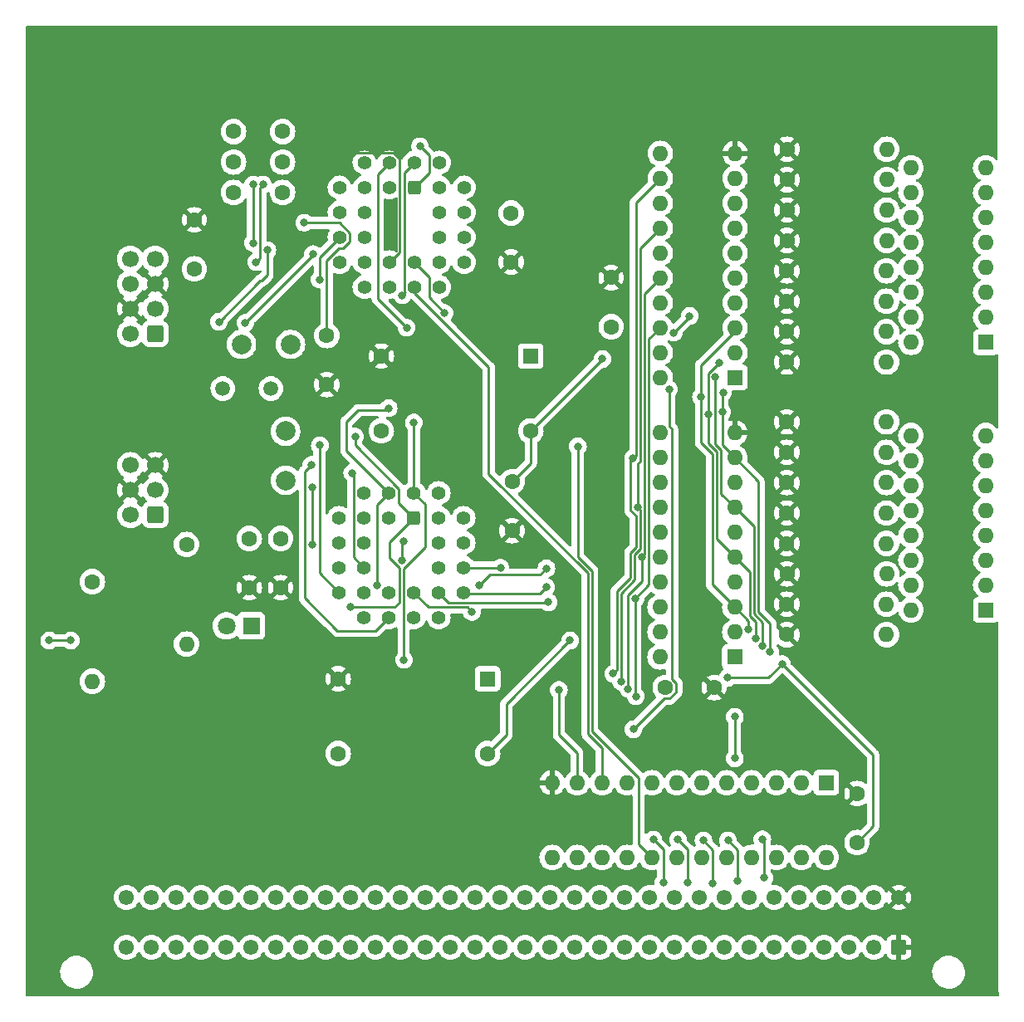
<source format=gbr>
%TF.GenerationSoftware,KiCad,Pcbnew,7.0.5*%
%TF.CreationDate,2023-11-05T11:39:25-07:00*%
%TF.ProjectId,uart_boards,75617274-5f62-46f6-9172-64732e6b6963,rev?*%
%TF.SameCoordinates,Original*%
%TF.FileFunction,Copper,L2,Bot*%
%TF.FilePolarity,Positive*%
%FSLAX46Y46*%
G04 Gerber Fmt 4.6, Leading zero omitted, Abs format (unit mm)*
G04 Created by KiCad (PCBNEW 7.0.5) date 2023-11-05 11:39:25*
%MOMM*%
%LPD*%
G01*
G04 APERTURE LIST*
G04 Aperture macros list*
%AMRoundRect*
0 Rectangle with rounded corners*
0 $1 Rounding radius*
0 $2 $3 $4 $5 $6 $7 $8 $9 X,Y pos of 4 corners*
0 Add a 4 corners polygon primitive as box body*
4,1,4,$2,$3,$4,$5,$6,$7,$8,$9,$2,$3,0*
0 Add four circle primitives for the rounded corners*
1,1,$1+$1,$2,$3*
1,1,$1+$1,$4,$5*
1,1,$1+$1,$6,$7*
1,1,$1+$1,$8,$9*
0 Add four rect primitives between the rounded corners*
20,1,$1+$1,$2,$3,$4,$5,0*
20,1,$1+$1,$4,$5,$6,$7,0*
20,1,$1+$1,$6,$7,$8,$9,0*
20,1,$1+$1,$8,$9,$2,$3,0*%
G04 Aperture macros list end*
%TA.AperFunction,ComponentPad*%
%ADD10RoundRect,0.355600X-0.355600X-0.355600X0.355600X-0.355600X0.355600X0.355600X-0.355600X0.355600X0*%
%TD*%
%TA.AperFunction,ComponentPad*%
%ADD11C,1.422400*%
%TD*%
%TA.AperFunction,ComponentPad*%
%ADD12C,1.600000*%
%TD*%
%TA.AperFunction,ComponentPad*%
%ADD13R,1.600000X1.600000*%
%TD*%
%TA.AperFunction,ComponentPad*%
%ADD14O,1.600000X1.600000*%
%TD*%
%TA.AperFunction,ComponentPad*%
%ADD15RoundRect,0.250000X0.600000X0.600000X-0.600000X0.600000X-0.600000X-0.600000X0.600000X-0.600000X0*%
%TD*%
%TA.AperFunction,ComponentPad*%
%ADD16C,1.700000*%
%TD*%
%TA.AperFunction,ComponentPad*%
%ADD17C,2.000000*%
%TD*%
%TA.AperFunction,ComponentPad*%
%ADD18C,1.550000*%
%TD*%
%TA.AperFunction,ComponentPad*%
%ADD19RoundRect,0.249999X0.525001X0.525001X-0.525001X0.525001X-0.525001X-0.525001X0.525001X-0.525001X0*%
%TD*%
%TA.AperFunction,ComponentPad*%
%ADD20C,1.500000*%
%TD*%
%TA.AperFunction,ComponentPad*%
%ADD21R,1.800000X1.800000*%
%TD*%
%TA.AperFunction,ComponentPad*%
%ADD22C,1.800000*%
%TD*%
%TA.AperFunction,ViaPad*%
%ADD23C,0.800000*%
%TD*%
%TA.AperFunction,Conductor*%
%ADD24C,0.250000*%
%TD*%
G04 APERTURE END LIST*
D10*
%TO.P,U1,1,VCC*%
%TO.N,VCC*%
X136120000Y-58800000D03*
D11*
%TO.P,U1,2,~{RDN}*%
%TO.N,/~{R}*%
X133580000Y-56260000D03*
%TO.P,U1,3,RxD*%
%TO.N,/RX^{A}*%
X133580000Y-58800000D03*
%TO.P,U1,4,TxD*%
%TO.N,/TX^{A}*%
X131040000Y-56260000D03*
%TO.P,U1,5,MPO*%
%TO.N,/~{RTS}^{A}*%
X128500000Y-58800000D03*
%TO.P,U1,6,MPI*%
%TO.N,/~{CTS}^{A}*%
X131040000Y-58800000D03*
%TO.P,U1,7,NC*%
%TO.N,unconnected-(U1-NC-Pad7)*%
X128500000Y-61340000D03*
%TO.P,U1,8,NC*%
%TO.N,unconnected-(U1-NC-Pad8)*%
X131040000Y-61340000D03*
%TO.P,U1,9,A2*%
%TO.N,/ADDR2*%
X128500000Y-63880000D03*
%TO.P,U1,10,A1*%
%TO.N,/ADDR1*%
X131040000Y-63880000D03*
%TO.P,U1,11,A0*%
%TO.N,/ADDR0*%
X128500000Y-66420000D03*
%TO.P,U1,12,X1/CLK*%
%TO.N,Net-(U1-X1{slash}CLK)*%
X131040000Y-68960000D03*
%TO.P,U1,13,X2*%
%TO.N,unconnected-(U1-X2-Pad13)*%
X131040000Y-66420000D03*
%TO.P,U1,14,RES*%
%TO.N,/RES*%
X133580000Y-68960000D03*
%TO.P,U1,15,GND*%
%TO.N,GND*%
X133580000Y-66420000D03*
%TO.P,U1,16,~{INT}*%
%TO.N,/~{INT}^{A}*%
X136120000Y-68960000D03*
%TO.P,U1,17,~{CEN}*%
%TO.N,/~{CE}^{A}*%
X136120000Y-66420000D03*
%TO.P,U1,18,D7*%
%TO.N,/DATA7*%
X138660000Y-68960000D03*
%TO.P,U1,19,D6*%
%TO.N,/DATA6*%
X141200000Y-66420000D03*
%TO.P,U1,20,D5*%
%TO.N,/DATA5*%
X138660000Y-66420000D03*
%TO.P,U1,21,D4*%
%TO.N,/DATA4*%
X141200000Y-63880000D03*
%TO.P,U1,22,D3*%
%TO.N,/DATA3*%
X138660000Y-63880000D03*
%TO.P,U1,23,NC*%
%TO.N,unconnected-(U1-NC-Pad23)*%
X141200000Y-61340000D03*
%TO.P,U1,24,D2*%
%TO.N,/DATA2*%
X138660000Y-61340000D03*
%TO.P,U1,25,D1*%
%TO.N,/DATA1*%
X141200000Y-58800000D03*
%TO.P,U1,26,NC*%
%TO.N,unconnected-(U1-NC-Pad26)*%
X138660000Y-56260000D03*
%TO.P,U1,27,D0*%
%TO.N,/DATA0*%
X138660000Y-58800000D03*
%TO.P,U1,28,~{WRN}*%
%TO.N,/~{W}*%
X136120000Y-56260000D03*
%TD*%
D12*
%TO.P,C9,1*%
%TO.N,VCC*%
X146000000Y-61400000D03*
%TO.P,C9,2*%
%TO.N,GND*%
X146000000Y-66400000D03*
%TD*%
D13*
%TO.P,X2,1,EN*%
%TO.N,unconnected-(X2-EN-Pad1)*%
X143600000Y-108900000D03*
D12*
%TO.P,X2,7,GND*%
%TO.N,GND*%
X128360000Y-108900000D03*
%TO.P,X2,8,OUT*%
%TO.N,Net-(U2-X1{slash}CLK)*%
X128360000Y-116520000D03*
%TO.P,X2,14,Vcc*%
%TO.N,VCC*%
X143600000Y-116520000D03*
%TD*%
%TO.P,R13,1*%
%TO.N,GND*%
X174100000Y-92000000D03*
D14*
%TO.P,R13,2*%
%TO.N,Net-(U6-2A0)*%
X184260000Y-92000000D03*
%TD*%
D12*
%TO.P,R8,1*%
%TO.N,GND*%
X174120000Y-54900000D03*
D14*
%TO.P,R8,2*%
%TO.N,Net-(U5-2A3)*%
X184280000Y-54900000D03*
%TD*%
D12*
%TO.P,R14,1*%
%TO.N,GND*%
X174100000Y-88900000D03*
D14*
%TO.P,R14,2*%
%TO.N,Net-(U6-2A1)*%
X184260000Y-88900000D03*
%TD*%
D12*
%TO.P,C8,1*%
%TO.N,VCC*%
X119300000Y-94600000D03*
%TO.P,C8,2*%
%TO.N,GND*%
X119300000Y-99600000D03*
%TD*%
%TO.P,C5,1*%
%TO.N,Net-(U7-V3)*%
X122500000Y-94600000D03*
%TO.P,C5,2*%
%TO.N,GND*%
X122500000Y-99600000D03*
%TD*%
%TO.P,C2,1*%
%TO.N,Net-(U3-C2+)*%
X117700000Y-56200000D03*
%TO.P,C2,2*%
%TO.N,Net-(U3-C2-)*%
X122700000Y-56200000D03*
%TD*%
%TO.P,R4,1*%
%TO.N,GND*%
X174100000Y-67300000D03*
D14*
%TO.P,R4,2*%
%TO.N,Net-(U5-1A3)*%
X184260000Y-67300000D03*
%TD*%
D15*
%TO.P,J2,1,VBUS*%
%TO.N,Net-(J2-VBUS)*%
X109726928Y-92200000D03*
D16*
%TO.P,J2,2,D-*%
%TO.N,Net-(J2-D-)*%
X107186928Y-92200000D03*
%TO.P,J2,3,D+*%
%TO.N,Net-(J2-D+)*%
X109726928Y-89660000D03*
%TO.P,J2,4,GND*%
%TO.N,GND*%
X107186928Y-89660000D03*
%TO.P,J2,5,Shield*%
X109726928Y-87120000D03*
%TO.P,J2,6*%
%TO.N,N/C*%
X107186928Y-87120000D03*
%TD*%
D12*
%TO.P,R15,1*%
%TO.N,GND*%
X174100000Y-85800000D03*
D14*
%TO.P,R15,2*%
%TO.N,Net-(U6-2A2)*%
X184260000Y-85800000D03*
%TD*%
D17*
%TO.P,C6,1*%
%TO.N,Net-(U7-X1)*%
X123007771Y-83666325D03*
%TO.P,C6,2*%
%TO.N,Net-(C6-Pad2)*%
X123007771Y-88666325D03*
%TD*%
D12*
%TO.P,C1,1*%
%TO.N,Net-(U3-C1+)*%
X122700000Y-59300000D03*
%TO.P,C1,2*%
%TO.N,Net-(U3-C1-)*%
X117700000Y-59300000D03*
%TD*%
D13*
%TO.P,SW2,1*%
%TO.N,VCC*%
X194380000Y-101875000D03*
D14*
%TO.P,SW2,2*%
X194380000Y-99335000D03*
%TO.P,SW2,3*%
X194380000Y-96795000D03*
%TO.P,SW2,4*%
X194380000Y-94255000D03*
%TO.P,SW2,5*%
X194380000Y-91715000D03*
%TO.P,SW2,6*%
X194380000Y-89175000D03*
%TO.P,SW2,7*%
X194380000Y-86635000D03*
%TO.P,SW2,8*%
X194380000Y-84095000D03*
%TO.P,SW2,9*%
%TO.N,Net-(U6-2A3)*%
X186760000Y-84095000D03*
%TO.P,SW2,10*%
%TO.N,Net-(U6-2A2)*%
X186760000Y-86635000D03*
%TO.P,SW2,11*%
%TO.N,Net-(U6-2A1)*%
X186760000Y-89175000D03*
%TO.P,SW2,12*%
%TO.N,Net-(U6-2A0)*%
X186760000Y-91715000D03*
%TO.P,SW2,13*%
%TO.N,Net-(U6-1A3)*%
X186760000Y-94255000D03*
%TO.P,SW2,14*%
%TO.N,Net-(U6-1A2)*%
X186760000Y-96795000D03*
%TO.P,SW2,15*%
%TO.N,Net-(U6-1A1)*%
X186760000Y-99335000D03*
%TO.P,SW2,16*%
%TO.N,Net-(U6-1A0)*%
X186760000Y-101875000D03*
%TD*%
D12*
%TO.P,R5,1*%
%TO.N,GND*%
X174120000Y-64200000D03*
D14*
%TO.P,R5,2*%
%TO.N,Net-(U5-2A0)*%
X184280000Y-64200000D03*
%TD*%
D12*
%TO.P,R10,1*%
%TO.N,GND*%
X174100000Y-101300000D03*
D14*
%TO.P,R10,2*%
%TO.N,Net-(U6-1A1)*%
X184260000Y-101300000D03*
%TD*%
D12*
%TO.P,R11,1*%
%TO.N,GND*%
X174120000Y-98200000D03*
D14*
%TO.P,R11,2*%
%TO.N,Net-(U6-1A2)*%
X184280000Y-98200000D03*
%TD*%
D12*
%TO.P,R3,1*%
%TO.N,GND*%
X174100000Y-70400000D03*
D14*
%TO.P,R3,2*%
%TO.N,Net-(U5-1A2)*%
X184260000Y-70400000D03*
%TD*%
D12*
%TO.P,R1,1*%
%TO.N,GND*%
X174100000Y-76600000D03*
D14*
%TO.P,R1,2*%
%TO.N,Net-(U5-1A0)*%
X184260000Y-76600000D03*
%TD*%
D12*
%TO.P,C10,1*%
%TO.N,VCC*%
X146100000Y-88800000D03*
%TO.P,C10,2*%
%TO.N,GND*%
X146100000Y-93800000D03*
%TD*%
D15*
%TO.P,J3,1,RTS*%
%TO.N,Net-(J3-RTS)*%
X109700000Y-73700000D03*
D16*
%TO.P,J3,2,RDY_Out*%
%TO.N,unconnected-(J3-RDY_Out-Pad2)*%
X107160000Y-73700000D03*
%TO.P,J3,3,D_Out*%
%TO.N,Net-(J3-D_Out)*%
X109700000Y-71160000D03*
%TO.P,J3,4,GND*%
%TO.N,GND*%
X107160000Y-71160000D03*
%TO.P,J3,5,GND*%
X109700000Y-68620000D03*
%TO.P,J3,6,D_In*%
%TO.N,Net-(J3-D_In)*%
X107160000Y-68620000D03*
%TO.P,J3,7,CD*%
%TO.N,unconnected-(J3-CD-Pad7)*%
X109700000Y-66080000D03*
%TO.P,J3,8,CTS*%
%TO.N,Net-(J3-CTS)*%
X107160000Y-66080000D03*
%TD*%
D12*
%TO.P,C14,1*%
%TO.N,VCC*%
X127200000Y-73900000D03*
%TO.P,C14,2*%
%TO.N,GND*%
X127200000Y-78900000D03*
%TD*%
D13*
%TO.P,SW1,1*%
%TO.N,VCC*%
X194380000Y-74580000D03*
D14*
%TO.P,SW1,2*%
X194380000Y-72040000D03*
%TO.P,SW1,3*%
X194380000Y-69500000D03*
%TO.P,SW1,4*%
X194380000Y-66960000D03*
%TO.P,SW1,5*%
X194380000Y-64420000D03*
%TO.P,SW1,6*%
X194380000Y-61880000D03*
%TO.P,SW1,7*%
X194380000Y-59340000D03*
%TO.P,SW1,8*%
X194380000Y-56800000D03*
%TO.P,SW1,9*%
%TO.N,Net-(U5-2A3)*%
X186760000Y-56800000D03*
%TO.P,SW1,10*%
%TO.N,Net-(U5-2A2)*%
X186760000Y-59340000D03*
%TO.P,SW1,11*%
%TO.N,Net-(U5-2A1)*%
X186760000Y-61880000D03*
%TO.P,SW1,12*%
%TO.N,Net-(U5-2A0)*%
X186760000Y-64420000D03*
%TO.P,SW1,13*%
%TO.N,Net-(U5-1A3)*%
X186760000Y-66960000D03*
%TO.P,SW1,14*%
%TO.N,Net-(U5-1A2)*%
X186760000Y-69500000D03*
%TO.P,SW1,15*%
%TO.N,Net-(U5-1A1)*%
X186760000Y-72040000D03*
%TO.P,SW1,16*%
%TO.N,Net-(U5-1A0)*%
X186760000Y-74580000D03*
%TD*%
D12*
%TO.P,R6,1*%
%TO.N,GND*%
X174120000Y-61100000D03*
D14*
%TO.P,R6,2*%
%TO.N,Net-(U5-2A1)*%
X184280000Y-61100000D03*
%TD*%
D13*
%TO.P,X1,1,EN*%
%TO.N,unconnected-(X1-EN-Pad1)*%
X148000000Y-76000000D03*
D12*
%TO.P,X1,7,GND*%
%TO.N,GND*%
X132760000Y-76000000D03*
%TO.P,X1,8,OUT*%
%TO.N,Net-(U1-X1{slash}CLK)*%
X132760000Y-83620000D03*
%TO.P,X1,14,Vcc*%
%TO.N,VCC*%
X148000000Y-83620000D03*
%TD*%
D13*
%TO.P,U4,1,I1/CLK*%
%TO.N,/IOSEL*%
X178120000Y-119500000D03*
D14*
%TO.P,U4,2,I2*%
%TO.N,/ADDR3*%
X175580000Y-119500000D03*
%TO.P,U4,3,I3*%
%TO.N,/ADDR4*%
X173040000Y-119500000D03*
%TO.P,U4,4,I4*%
%TO.N,/ADDR5*%
X170500000Y-119500000D03*
%TO.P,U4,5,I5*%
%TO.N,/ADDR6*%
X167960000Y-119500000D03*
%TO.P,U4,6,I6*%
%TO.N,/ADDR7*%
X165420000Y-119500000D03*
%TO.P,U4,7,I7*%
%TO.N,/ADDR8*%
X162880000Y-119500000D03*
%TO.P,U4,8,I8*%
%TO.N,/ADDR9*%
X160340000Y-119500000D03*
%TO.P,U4,9,I9*%
%TO.N,/ADDR10*%
X157800000Y-119500000D03*
%TO.P,U4,10,I10*%
%TO.N,/~{INT}^{A}*%
X155260000Y-119500000D03*
%TO.P,U4,11,I11*%
%TO.N,/~{INT}^{B}*%
X152720000Y-119500000D03*
%TO.P,U4,12,GND*%
%TO.N,GND*%
X150180000Y-119500000D03*
%TO.P,U4,13,~{OE}*%
%TO.N,unconnected-(U4-~{OE}-Pad13)*%
X150180000Y-127120000D03*
%TO.P,U4,14,I12*%
%TO.N,/~{RES}*%
X152720000Y-127120000D03*
%TO.P,U4,15,IO1*%
%TO.N,/~{R}*%
X155260000Y-127120000D03*
%TO.P,U4,16,IO2*%
%TO.N,/~{W}*%
X157800000Y-127120000D03*
%TO.P,U4,17,IO3*%
%TO.N,/~{CE}^{A}*%
X160340000Y-127120000D03*
%TO.P,U4,18,IO4*%
%TO.N,/~{CE}^{B}*%
X162880000Y-127120000D03*
%TO.P,U4,19,IO5*%
%TO.N,/OE^{A}*%
X165420000Y-127120000D03*
%TO.P,U4,20,IO6*%
%TO.N,/OE^{B}*%
X167960000Y-127120000D03*
%TO.P,U4,21,IO7*%
%TO.N,/~{IRQ}*%
X170500000Y-127120000D03*
%TO.P,U4,22,IO8*%
%TO.N,/RES*%
X173040000Y-127120000D03*
%TO.P,U4,23,I13*%
%TO.N,/R{slash}~{W}*%
X175580000Y-127120000D03*
%TO.P,U4,24,VCC*%
%TO.N,VCC*%
X178120000Y-127120000D03*
%TD*%
D17*
%TO.P,C7,1*%
%TO.N,Net-(U7-X2)*%
X118500000Y-74800000D03*
%TO.P,C7,2*%
%TO.N,Net-(C7-Pad2)*%
X123500000Y-74800000D03*
%TD*%
D12*
%TO.P,C3,1*%
%TO.N,VCC*%
X122700000Y-53100000D03*
%TO.P,C3,2*%
%TO.N,Net-(U3-VS+)*%
X117700000Y-53100000D03*
%TD*%
%TO.P,C12,1*%
%TO.N,VCC*%
X161700000Y-109800000D03*
%TO.P,C12,2*%
%TO.N,GND*%
X166700000Y-109800000D03*
%TD*%
%TO.P,R2,1*%
%TO.N,GND*%
X174100000Y-73500000D03*
D14*
%TO.P,R2,2*%
%TO.N,Net-(U5-1A1)*%
X184260000Y-73500000D03*
%TD*%
D13*
%TO.P,U6,1,1OE*%
%TO.N,/OE^{B}*%
X168800000Y-106680000D03*
D14*
%TO.P,U6,2,1A0*%
%TO.N,Net-(U6-1A0)*%
X168800000Y-104140000D03*
%TO.P,U6,3,2Y0*%
%TO.N,/DATA4*%
X168800000Y-101600000D03*
%TO.P,U6,4,1A1*%
%TO.N,Net-(U6-1A1)*%
X168800000Y-99060000D03*
%TO.P,U6,5,2Y1*%
%TO.N,/DATA5*%
X168800000Y-96520000D03*
%TO.P,U6,6,1A2*%
%TO.N,Net-(U6-1A2)*%
X168800000Y-93980000D03*
%TO.P,U6,7,2Y2*%
%TO.N,/DATA6*%
X168800000Y-91440000D03*
%TO.P,U6,8,1A3*%
%TO.N,Net-(U6-1A3)*%
X168800000Y-88900000D03*
%TO.P,U6,9,2Y3*%
%TO.N,/DATA7*%
X168800000Y-86360000D03*
%TO.P,U6,10,GND*%
%TO.N,GND*%
X168800000Y-83820000D03*
%TO.P,U6,11,2A3*%
%TO.N,Net-(U6-2A3)*%
X161180000Y-83820000D03*
%TO.P,U6,12,1Y3*%
%TO.N,/DATA3*%
X161180000Y-86360000D03*
%TO.P,U6,13,2A2*%
%TO.N,Net-(U6-2A2)*%
X161180000Y-88900000D03*
%TO.P,U6,14,1Y2*%
%TO.N,/DATA2*%
X161180000Y-91440000D03*
%TO.P,U6,15,2A1*%
%TO.N,Net-(U6-2A1)*%
X161180000Y-93980000D03*
%TO.P,U6,16,1Y1*%
%TO.N,/DATA1*%
X161180000Y-96520000D03*
%TO.P,U6,17,2A0*%
%TO.N,Net-(U6-2A0)*%
X161180000Y-99060000D03*
%TO.P,U6,18,1Y0*%
%TO.N,/DATA0*%
X161180000Y-101600000D03*
%TO.P,U6,19,2OE*%
%TO.N,/OE^{B}*%
X161180000Y-104140000D03*
%TO.P,U6,20,VCC*%
%TO.N,VCC*%
X161180000Y-106680000D03*
%TD*%
D12*
%TO.P,C4,1*%
%TO.N,GND*%
X113700000Y-62100000D03*
%TO.P,C4,2*%
%TO.N,Net-(U3-VS-)*%
X113700000Y-67100000D03*
%TD*%
%TO.P,R9,1*%
%TO.N,GND*%
X174100000Y-104400000D03*
D14*
%TO.P,R9,2*%
%TO.N,Net-(U6-1A0)*%
X184260000Y-104400000D03*
%TD*%
D12*
%TO.P,C13,1*%
%TO.N,VCC*%
X156200000Y-73000000D03*
%TO.P,C13,2*%
%TO.N,GND*%
X156200000Y-68000000D03*
%TD*%
D18*
%TO.P,J1,1,GND*%
%TO.N,GND*%
X185520000Y-131200000D03*
%TO.P,J1,2,A0*%
%TO.N,/ADDR0*%
X182980000Y-131200000D03*
%TO.P,J1,3,A1*%
%TO.N,/ADDR1*%
X180440000Y-131200000D03*
%TO.P,J1,4,A2*%
%TO.N,/ADDR2*%
X177900000Y-131200000D03*
%TO.P,J1,5,A3*%
%TO.N,/ADDR3*%
X175360000Y-131200000D03*
%TO.P,J1,6,A4*%
%TO.N,/ADDR4*%
X172820000Y-131200000D03*
%TO.P,J1,7,A5*%
%TO.N,/ADDR5*%
X170280000Y-131200000D03*
%TO.P,J1,8,A6*%
%TO.N,/ADDR6*%
X167740000Y-131200000D03*
%TO.P,J1,9,A7*%
%TO.N,/ADDR7*%
X165200000Y-131200000D03*
%TO.P,J1,10,A8*%
%TO.N,/ADDR8*%
X162660000Y-131200000D03*
%TO.P,J1,11,A9*%
%TO.N,/ADDR9*%
X160120000Y-131200000D03*
%TO.P,J1,12,A10*%
%TO.N,/ADDR10*%
X157580000Y-131200000D03*
%TO.P,J1,13,A11*%
%TO.N,unconnected-(J1-A11-Pad13)*%
X155040000Y-131200000D03*
%TO.P,J1,14,A12*%
%TO.N,unconnected-(J1-A12-Pad14)*%
X152500000Y-131200000D03*
%TO.P,J1,15,A13*%
%TO.N,unconnected-(J1-A13-Pad15)*%
X149960000Y-131200000D03*
%TO.P,J1,16,A14*%
%TO.N,unconnected-(J1-A14-Pad16)*%
X147420000Y-131200000D03*
%TO.P,J1,17,A15*%
%TO.N,unconnected-(J1-A15-Pad17)*%
X144880000Y-131200000D03*
%TO.P,J1,18,A16*%
%TO.N,unconnected-(J1-A16-Pad18)*%
X142340000Y-131200000D03*
%TO.P,J1,19,A17*%
%TO.N,unconnected-(J1-A17-Pad19)*%
X139800000Y-131200000D03*
%TO.P,J1,20,A18*%
%TO.N,unconnected-(J1-A18-Pad20)*%
X137260000Y-131200000D03*
%TO.P,J1,21,A19*%
%TO.N,unconnected-(J1-A19-Pad21)*%
X134720000Y-131200000D03*
%TO.P,J1,22*%
%TO.N,unconnected-(J1-Pad22)*%
X132180000Y-131200000D03*
%TO.P,J1,23*%
%TO.N,unconnected-(J1-Pad23)*%
X129640000Y-131200000D03*
%TO.P,J1,24*%
%TO.N,unconnected-(J1-Pad24)*%
X127100000Y-131200000D03*
%TO.P,J1,25*%
%TO.N,unconnected-(J1-Pad25)*%
X124560000Y-131200000D03*
%TO.P,J1,26*%
%TO.N,unconnected-(J1-Pad26)*%
X122020000Y-131200000D03*
%TO.P,J1,27*%
%TO.N,unconnected-(J1-Pad27)*%
X119480000Y-131200000D03*
%TO.P,J1,28*%
%TO.N,unconnected-(J1-Pad28)*%
X116940000Y-131200000D03*
%TO.P,J1,29*%
%TO.N,unconnected-(J1-Pad29)*%
X114400000Y-131200000D03*
%TO.P,J1,30*%
%TO.N,unconnected-(J1-Pad30)*%
X111860000Y-131200000D03*
%TO.P,J1,31*%
%TO.N,unconnected-(J1-Pad31)*%
X109320000Y-131200000D03*
%TO.P,J1,32,VCC*%
%TO.N,VCC*%
X106780000Y-131200000D03*
%TO.P,J1,33,VCC*%
X106780000Y-136280000D03*
%TO.P,J1,34*%
%TO.N,unconnected-(J1-Pad34)*%
X109320000Y-136280000D03*
%TO.P,J1,35*%
%TO.N,unconnected-(J1-Pad35)*%
X111860000Y-136280000D03*
%TO.P,J1,36,i^{2}C^{SDA}*%
%TO.N,unconnected-(J1-i^{2}C^{SDA}-Pad36)*%
X114400000Y-136280000D03*
%TO.P,J1,37,i^{2}C^{SCL}*%
%TO.N,unconnected-(J1-i^{2}C^{SCL}-Pad37)*%
X116940000Y-136280000D03*
%TO.P,J1,38,SPI^{~{CS}A2}*%
%TO.N,unconnected-(J1-SPI^{~{CS}A2}-Pad38)*%
X119480000Y-136280000D03*
%TO.P,J1,39,SPI^{~{CS}A1}*%
%TO.N,unconnected-(J1-SPI^{~{CS}A1}-Pad39)*%
X122020000Y-136280000D03*
%TO.P,J1,40,SPI^{~{CS}A0}*%
%TO.N,unconnected-(J1-SPI^{~{CS}A0}-Pad40)*%
X124560000Y-136280000D03*
%TO.P,J1,41,SPI^{CLK}*%
%TO.N,unconnected-(J1-SPI^{CLK}-Pad41)*%
X127100000Y-136280000D03*
%TO.P,J1,42,SPI^{MISO}*%
%TO.N,unconnected-(J1-SPI^{MISO}-Pad42)*%
X129640000Y-136280000D03*
%TO.P,J1,43,SPI^{MOSI}*%
%TO.N,unconnected-(J1-SPI^{MOSI}-Pad43)*%
X132180000Y-136280000D03*
%TO.P,J1,44,CON^{TX}*%
%TO.N,/TX^{A}*%
X134720000Y-136280000D03*
%TO.P,J1,45,CON^{RX}*%
%TO.N,/RX^{A}*%
X137260000Y-136280000D03*
%TO.P,J1,46,B^{STAT}*%
%TO.N,unconnected-(J1-B^{STAT}-Pad46)*%
X139800000Y-136280000D03*
%TO.P,J1,47,B^{AVAIL}*%
%TO.N,unconnected-(J1-B^{AVAIL}-Pad47)*%
X142340000Y-136280000D03*
%TO.P,J1,48,~{NMI}*%
%TO.N,unconnected-(J1-~{NMI}-Pad48)*%
X144880000Y-136280000D03*
%TO.P,J1,49,~{FIRQ}*%
%TO.N,unconnected-(J1-~{FIRQ}-Pad49)*%
X147420000Y-136280000D03*
%TO.P,J1,50,~{IRQ}*%
%TO.N,/~{IRQ}*%
X149960000Y-136280000D03*
%TO.P,J1,51,~{RESET}*%
%TO.N,/~{RES}*%
X152500000Y-136280000D03*
%TO.P,J1,52,~{HALT}*%
%TO.N,unconnected-(J1-~{HALT}-Pad52)*%
X155040000Y-136280000D03*
%TO.P,J1,53,CLK^{MCU}*%
%TO.N,unconnected-(J1-CLK^{MCU}-Pad53)*%
X157580000Y-136280000D03*
%TO.P,J1,54,R/~{W}*%
%TO.N,/R{slash}~{W}*%
X160120000Y-136280000D03*
%TO.P,J1,55,IOSEL*%
%TO.N,/IOSEL*%
X162660000Y-136280000D03*
%TO.P,J1,56,D7*%
%TO.N,/DATA7*%
X165200000Y-136280000D03*
%TO.P,J1,57,D6*%
%TO.N,/DATA6*%
X167740000Y-136280000D03*
%TO.P,J1,58,D5*%
%TO.N,/DATA5*%
X170280000Y-136280000D03*
%TO.P,J1,59,D4*%
%TO.N,/DATA4*%
X172820000Y-136280000D03*
%TO.P,J1,60,D3*%
%TO.N,/DATA3*%
X175360000Y-136280000D03*
%TO.P,J1,61,D2*%
%TO.N,/DATA2*%
X177900000Y-136280000D03*
%TO.P,J1,62,D1*%
%TO.N,/DATA1*%
X180440000Y-136280000D03*
%TO.P,J1,63,D0*%
%TO.N,/DATA0*%
X182980000Y-136280000D03*
D19*
%TO.P,J1,64,GND*%
%TO.N,GND*%
X185520000Y-136280000D03*
%TD*%
D12*
%TO.P,R12,1*%
%TO.N,GND*%
X174100000Y-95100000D03*
D14*
%TO.P,R12,2*%
%TO.N,Net-(U6-1A3)*%
X184260000Y-95100000D03*
%TD*%
D13*
%TO.P,U5,1,1OE*%
%TO.N,/OE^{A}*%
X168820000Y-78180000D03*
D14*
%TO.P,U5,2,1A0*%
%TO.N,Net-(U5-1A0)*%
X168820000Y-75640000D03*
%TO.P,U5,3,2Y0*%
%TO.N,/DATA4*%
X168820000Y-73100000D03*
%TO.P,U5,4,1A1*%
%TO.N,Net-(U5-1A1)*%
X168820000Y-70560000D03*
%TO.P,U5,5,2Y1*%
%TO.N,/DATA5*%
X168820000Y-68020000D03*
%TO.P,U5,6,1A2*%
%TO.N,Net-(U5-1A2)*%
X168820000Y-65480000D03*
%TO.P,U5,7,2Y2*%
%TO.N,/DATA6*%
X168820000Y-62940000D03*
%TO.P,U5,8,1A3*%
%TO.N,Net-(U5-1A3)*%
X168820000Y-60400000D03*
%TO.P,U5,9,2Y3*%
%TO.N,/DATA7*%
X168820000Y-57860000D03*
%TO.P,U5,10,GND*%
%TO.N,GND*%
X168820000Y-55320000D03*
%TO.P,U5,11,2A3*%
%TO.N,Net-(U5-2A3)*%
X161200000Y-55320000D03*
%TO.P,U5,12,1Y3*%
%TO.N,/DATA3*%
X161200000Y-57860000D03*
%TO.P,U5,13,2A2*%
%TO.N,Net-(U5-2A2)*%
X161200000Y-60400000D03*
%TO.P,U5,14,1Y2*%
%TO.N,/DATA2*%
X161200000Y-62940000D03*
%TO.P,U5,15,2A1*%
%TO.N,Net-(U5-2A1)*%
X161200000Y-65480000D03*
%TO.P,U5,16,1Y1*%
%TO.N,/DATA1*%
X161200000Y-68020000D03*
%TO.P,U5,17,2A0*%
%TO.N,Net-(U5-2A0)*%
X161200000Y-70560000D03*
%TO.P,U5,18,1Y0*%
%TO.N,/DATA0*%
X161200000Y-73100000D03*
%TO.P,U5,19,2OE*%
%TO.N,/OE^{A}*%
X161200000Y-75640000D03*
%TO.P,U5,20,VCC*%
%TO.N,VCC*%
X161200000Y-78180000D03*
%TD*%
D12*
%TO.P,R18,1*%
%TO.N,Net-(J2-VBUS)*%
X103300000Y-99000000D03*
D14*
%TO.P,R18,2*%
%TO.N,VCC*%
X103300000Y-109160000D03*
%TD*%
D10*
%TO.P,U2,1,VCC*%
%TO.N,VCC*%
X136070000Y-92490000D03*
D11*
%TO.P,U2,2,~{RDN}*%
%TO.N,/~{R}*%
X133530000Y-89950000D03*
%TO.P,U2,3,RxD*%
%TO.N,/RX^{B}*%
X133530000Y-92490000D03*
%TO.P,U2,4,TxD*%
%TO.N,/TX^{B}*%
X130990000Y-89950000D03*
%TO.P,U2,5,MPO*%
%TO.N,/~{RTS}^{B}*%
X128450000Y-92490000D03*
%TO.P,U2,6,MPI*%
%TO.N,/~{CTS}^{B}*%
X130990000Y-92490000D03*
%TO.P,U2,7,NC*%
%TO.N,unconnected-(U2-NC-Pad7)*%
X128450000Y-95030000D03*
%TO.P,U2,8,NC*%
%TO.N,unconnected-(U2-NC-Pad8)*%
X130990000Y-95030000D03*
%TO.P,U2,9,A2*%
%TO.N,/ADDR2*%
X128450000Y-97570000D03*
%TO.P,U2,10,A1*%
%TO.N,/ADDR1*%
X130990000Y-97570000D03*
%TO.P,U2,11,A0*%
%TO.N,/ADDR0*%
X128450000Y-100110000D03*
%TO.P,U2,12,X1/CLK*%
%TO.N,Net-(U2-X1{slash}CLK)*%
X130990000Y-102650000D03*
%TO.P,U2,13,X2*%
%TO.N,unconnected-(U2-X2-Pad13)*%
X130990000Y-100110000D03*
%TO.P,U2,14,RES*%
%TO.N,/RES*%
X133530000Y-102650000D03*
%TO.P,U2,15,GND*%
%TO.N,GND*%
X133530000Y-100110000D03*
%TO.P,U2,16,~{INT}*%
%TO.N,/~{INT}^{B}*%
X136070000Y-102650000D03*
%TO.P,U2,17,~{CEN}*%
%TO.N,/~{CE}^{B}*%
X136070000Y-100110000D03*
%TO.P,U2,18,D7*%
%TO.N,/DATA7*%
X138610000Y-102650000D03*
%TO.P,U2,19,D6*%
%TO.N,/DATA6*%
X141150000Y-100110000D03*
%TO.P,U2,20,D5*%
%TO.N,/DATA5*%
X138610000Y-100110000D03*
%TO.P,U2,21,D4*%
%TO.N,/DATA4*%
X141150000Y-97570000D03*
%TO.P,U2,22,D3*%
%TO.N,/DATA3*%
X138610000Y-97570000D03*
%TO.P,U2,23,NC*%
%TO.N,unconnected-(U2-NC-Pad23)*%
X141150000Y-95030000D03*
%TO.P,U2,24,D2*%
%TO.N,/DATA2*%
X138610000Y-95030000D03*
%TO.P,U2,25,D1*%
%TO.N,/DATA1*%
X141150000Y-92490000D03*
%TO.P,U2,26,NC*%
%TO.N,unconnected-(U2-NC-Pad26)*%
X138610000Y-89950000D03*
%TO.P,U2,27,D0*%
%TO.N,/DATA0*%
X138610000Y-92490000D03*
%TO.P,U2,28,~{WRN}*%
%TO.N,/~{W}*%
X136070000Y-89950000D03*
%TD*%
D12*
%TO.P,R7,1*%
%TO.N,GND*%
X174120000Y-58000000D03*
D14*
%TO.P,R7,2*%
%TO.N,Net-(U5-2A2)*%
X184280000Y-58000000D03*
%TD*%
D20*
%TO.P,Y1,1,1*%
%TO.N,Net-(C7-Pad2)*%
X121500000Y-79300000D03*
%TO.P,Y1,2,2*%
%TO.N,Net-(C6-Pad2)*%
X116600000Y-79300000D03*
%TD*%
D12*
%TO.P,R16,1*%
%TO.N,GND*%
X174100000Y-82700000D03*
D14*
%TO.P,R16,2*%
%TO.N,Net-(U6-2A3)*%
X184260000Y-82700000D03*
%TD*%
D12*
%TO.P,R17,1*%
%TO.N,Net-(U7-~{ACT})*%
X112900000Y-95200000D03*
D14*
%TO.P,R17,2*%
%TO.N,Net-(D1-K)*%
X112900000Y-105360000D03*
%TD*%
D21*
%TO.P,D1,1,K*%
%TO.N,Net-(D1-K)*%
X119500000Y-103500000D03*
D22*
%TO.P,D1,2,A*%
%TO.N,VCC*%
X116960000Y-103500000D03*
%TD*%
D12*
%TO.P,C11,1*%
%TO.N,VCC*%
X181260000Y-125600000D03*
%TO.P,C11,2*%
%TO.N,GND*%
X181260000Y-120600000D03*
%TD*%
D23*
%TO.N,Net-(U3-C2+)*%
X119700500Y-64469800D03*
X119700000Y-58500000D03*
%TO.N,Net-(U3-C2-)*%
X120700000Y-58500000D03*
X120000000Y-66400000D03*
%TO.N,VCC*%
X173624500Y-107406755D03*
X164189197Y-71910814D03*
X130100000Y-84200000D03*
X168075500Y-108800000D03*
X155300000Y-76300000D03*
X136700000Y-54600000D03*
X129603800Y-101596200D03*
X152000000Y-105000000D03*
X162565697Y-73609305D03*
X124900000Y-62400000D03*
%TO.N,GND*%
X124175500Y-57900000D03*
X128586799Y-68286799D03*
X136900000Y-104600000D03*
X122500000Y-86000000D03*
%TO.N,/ADDR2*%
X126475500Y-68200000D03*
X125700000Y-95200000D03*
X125700000Y-89400000D03*
%TO.N,/ADDR1*%
X129800000Y-87900000D03*
%TO.N,/ADDR0*%
X126500000Y-85100000D03*
%TO.N,/RES*%
X125624500Y-87100000D03*
%TO.N,/~{CE}^{A}*%
X152800000Y-85200000D03*
X139200000Y-71600000D03*
%TO.N,/DATA7*%
X167524500Y-81700000D03*
X142700000Y-99385929D03*
X149600000Y-97645000D03*
X172408791Y-106157699D03*
X167600000Y-79700500D03*
%TO.N,/DATA6*%
X171641408Y-105517286D03*
X149562299Y-99575500D03*
X166800000Y-78100000D03*
%TO.N,/DATA5*%
X149800000Y-101100000D03*
X167174113Y-76701288D03*
X166075500Y-81916693D03*
X170916908Y-104774428D03*
%TO.N,/DATA4*%
X170192408Y-103872223D03*
X165351000Y-80150500D03*
X144900000Y-97575500D03*
%TO.N,/DATA3*%
X158430500Y-86400000D03*
X156412299Y-108387701D03*
X135000000Y-94910971D03*
X134864930Y-96810471D03*
%TO.N,/DATA2*%
X158880500Y-91440000D03*
X157212775Y-109188741D03*
%TO.N,/DATA1*%
X157937275Y-109913359D03*
X159330500Y-96520000D03*
%TO.N,/DATA0*%
X158665225Y-100700000D03*
X158712299Y-110687701D03*
%TO.N,/~{INT}^{B}*%
X150862299Y-110037701D03*
%TO.N,/~{CE}^{B}*%
X142000000Y-102100000D03*
%TO.N,/ADDR5*%
X171600000Y-125270500D03*
X171800000Y-129200000D03*
%TO.N,/ADDR6*%
X168100000Y-125400000D03*
X169100000Y-129500000D03*
%TO.N,/ADDR7*%
X165600000Y-125400000D03*
X166500000Y-129800000D03*
%TO.N,/ADDR8*%
X164000000Y-129700000D03*
X163000000Y-125300000D03*
%TO.N,/ADDR9*%
X160500000Y-125300000D03*
X161500000Y-129700000D03*
%TO.N,/~{RES}*%
X98900000Y-105000000D03*
X101099500Y-105000000D03*
%TO.N,/OE^{A}*%
X158463604Y-114060994D03*
X162100000Y-79400000D03*
%TO.N,/OE^{B}*%
X168800000Y-117015668D03*
X168800000Y-112775500D03*
%TO.N,/RX^{A}*%
X118900000Y-72600000D03*
X125800000Y-65600000D03*
%TO.N,/TX^{A}*%
X116200000Y-72500000D03*
X121150000Y-65200000D03*
%TO.N,/~{R}*%
X132300000Y-99330700D03*
X133507604Y-81307604D03*
X135345002Y-73100000D03*
%TO.N,/~{W}*%
X134900000Y-69800000D03*
X136069502Y-82769502D03*
X135066317Y-106978276D03*
%TD*%
D24*
%TO.N,/~{RES}*%
X98900000Y-105000000D02*
X101099500Y-105000000D01*
%TO.N,/DATA6*%
X148937799Y-100200000D02*
X141240000Y-100200000D01*
X141240000Y-100200000D02*
X141150000Y-100110000D01*
X149562299Y-99575500D02*
X148937799Y-100200000D01*
%TO.N,/DATA7*%
X167524500Y-85084500D02*
X168800000Y-86360000D01*
X167524500Y-81700000D02*
X167524500Y-85084500D01*
X167524500Y-79776000D02*
X167600000Y-79700500D01*
X167524500Y-81700000D02*
X167524500Y-79776000D01*
%TO.N,/DATA4*%
X170192408Y-102992408D02*
X168800000Y-101600000D01*
X170192408Y-103872223D02*
X170192408Y-102992408D01*
%TO.N,VCC*%
X182900000Y-116682254D02*
X175058873Y-108841127D01*
%TO.N,Net-(U3-C2+)*%
X119700000Y-58500000D02*
X119700000Y-64469300D01*
X119700000Y-64469300D02*
X119700500Y-64469800D01*
%TO.N,Net-(U3-C2-)*%
X120400000Y-64074695D02*
X120400000Y-58800000D01*
X120400000Y-58800000D02*
X120700000Y-58500000D01*
X120425000Y-65975000D02*
X120425000Y-64099695D01*
X120425000Y-64099695D02*
X120400000Y-64074695D01*
X120000000Y-66400000D02*
X120425000Y-65975000D01*
%TO.N,VCC*%
X134566200Y-89520791D02*
X134566200Y-90986200D01*
X164189197Y-71985805D02*
X162565697Y-73609305D01*
X129536200Y-63450791D02*
X129536200Y-64309209D01*
X164189197Y-71910814D02*
X164189197Y-71985805D01*
X152000000Y-105000000D02*
X145500000Y-111500000D01*
X130100000Y-85054591D02*
X134566200Y-89520791D01*
X124900000Y-62400000D02*
X128485409Y-62400000D01*
X136700000Y-54600000D02*
X137623800Y-55523800D01*
X133600000Y-94960000D02*
X136070000Y-92490000D01*
X134583800Y-97583800D02*
X133600000Y-96600000D01*
X145500000Y-111500000D02*
X145500000Y-114620000D01*
X133600000Y-96600000D02*
X133600000Y-94960000D01*
X173624500Y-107406755D02*
X175058873Y-108841127D01*
X155300000Y-76300000D02*
X155300000Y-76320000D01*
X145500000Y-114620000D02*
X143600000Y-116520000D01*
X172231255Y-108800000D02*
X173624500Y-107406755D01*
X168075500Y-108800000D02*
X172231255Y-108800000D01*
X127200000Y-66254591D02*
X127200000Y-73900000D01*
X134103800Y-101596200D02*
X134583800Y-101116200D01*
X137623800Y-55523800D02*
X137623800Y-57296200D01*
X182900000Y-123960000D02*
X182900000Y-116682254D01*
X155300000Y-76320000D02*
X148000000Y-83620000D01*
X134583800Y-101116200D02*
X134583800Y-97583800D01*
X128845409Y-65000000D02*
X128454591Y-65000000D01*
X148000000Y-83620000D02*
X148000000Y-86900000D01*
X129603800Y-101596200D02*
X134103800Y-101596200D01*
X137623800Y-57296200D02*
X136120000Y-58800000D01*
X128485409Y-62400000D02*
X129536200Y-63450791D01*
X130100000Y-84200000D02*
X130100000Y-85054591D01*
X148000000Y-86900000D02*
X146100000Y-88800000D01*
X128454591Y-65000000D02*
X127200000Y-66254591D01*
X134566200Y-90986200D02*
X136070000Y-92490000D01*
X129536200Y-64309209D02*
X128845409Y-65000000D01*
X181260000Y-125600000D02*
X182900000Y-123960000D01*
%TO.N,GND*%
X134616200Y-55830791D02*
X134616200Y-65383800D01*
X126275500Y-55800000D02*
X129100000Y-55800000D01*
X129676200Y-55223800D02*
X134009209Y-55223800D01*
X134009209Y-55223800D02*
X134616200Y-55830791D01*
X129100000Y-55800000D02*
X129676200Y-55223800D01*
X134616200Y-65383800D02*
X133580000Y-66420000D01*
X124175500Y-57900000D02*
X126275500Y-55800000D01*
%TO.N,/ADDR2*%
X126475500Y-65904500D02*
X128500000Y-63880000D01*
X125700000Y-95200000D02*
X125700000Y-89400000D01*
X126475500Y-68200000D02*
X126475500Y-65904500D01*
%TO.N,/ADDR1*%
X130990000Y-97570000D02*
X129934713Y-96514713D01*
X129934713Y-96514713D02*
X129934713Y-88034713D01*
X129934713Y-88034713D02*
X129800000Y-87900000D01*
%TO.N,/ADDR0*%
X126500000Y-85100000D02*
X126450000Y-85150000D01*
X126450000Y-98110000D02*
X128450000Y-100110000D01*
X126450000Y-85150000D02*
X126450000Y-98110000D01*
%TO.N,/RES*%
X133530000Y-102650000D02*
X132180000Y-104000000D01*
X124975000Y-100675000D02*
X124975000Y-87749500D01*
X132180000Y-104000000D02*
X128300000Y-104000000D01*
X124975000Y-87749500D02*
X125624500Y-87100000D01*
X128300000Y-104000000D02*
X124975000Y-100675000D01*
%TO.N,/~{INT}^{A}*%
X143700000Y-87990991D02*
X143700000Y-77125305D01*
X155260000Y-116005405D02*
X153800000Y-114545405D01*
X153800000Y-114545405D02*
X153800000Y-98090991D01*
X143700000Y-77125305D02*
X136120000Y-69545305D01*
X153800000Y-98090991D02*
X143700000Y-87990991D01*
X136120000Y-69545305D02*
X136120000Y-68960000D01*
X155260000Y-119500000D02*
X155260000Y-116005405D01*
%TO.N,/~{CE}^{A}*%
X154250000Y-97904595D02*
X152800000Y-96454595D01*
X152800000Y-96454595D02*
X152800000Y-85200000D01*
X137623800Y-67923800D02*
X137623800Y-70023800D01*
X136120000Y-66420000D02*
X137623800Y-67923800D01*
X160340000Y-127120000D02*
X159000000Y-125780000D01*
X137623800Y-70023800D02*
X139200000Y-71600000D01*
X154250000Y-114250000D02*
X154250000Y-97904595D01*
X159000000Y-125780000D02*
X159000000Y-119000000D01*
X159000000Y-119000000D02*
X154250000Y-114250000D01*
%TO.N,/DATA7*%
X172400000Y-103290812D02*
X171200000Y-102090812D01*
X149600000Y-97645000D02*
X148945000Y-98300000D01*
X148945000Y-98300000D02*
X143800000Y-98300000D01*
X143800000Y-98300000D02*
X142714071Y-99385929D01*
X172400000Y-106148908D02*
X172400000Y-103290812D01*
X142714071Y-99385929D02*
X142700000Y-99385929D01*
X171200000Y-102090812D02*
X171200000Y-88760000D01*
X172408791Y-106157699D02*
X172400000Y-106148908D01*
X171200000Y-88760000D02*
X168800000Y-86360000D01*
%TO.N,/DATA6*%
X166800000Y-84996396D02*
X167400000Y-85596396D01*
X170750000Y-102277208D02*
X170750000Y-93390000D01*
X171641408Y-103168616D02*
X170750000Y-102277208D01*
X167400000Y-90040000D02*
X168800000Y-91440000D01*
X166800000Y-78100000D02*
X166800000Y-84996396D01*
X170750000Y-93390000D02*
X168800000Y-91440000D01*
X167400000Y-85596396D02*
X167400000Y-90040000D01*
X171641408Y-105517286D02*
X171641408Y-103168616D01*
%TO.N,/DATA5*%
X170916908Y-103080512D02*
X170300000Y-102463604D01*
X166950000Y-94670000D02*
X168800000Y-96520000D01*
X149753800Y-101146200D02*
X139646200Y-101146200D01*
X166075500Y-77799195D02*
X167173407Y-76701288D01*
X166075500Y-81916693D02*
X166075500Y-84908292D01*
X149800000Y-101100000D02*
X149753800Y-101146200D01*
X170300000Y-102463604D02*
X170300000Y-98020000D01*
X166075500Y-84908292D02*
X166950000Y-85782792D01*
X139646200Y-101146200D02*
X138610000Y-100110000D01*
X170300000Y-98020000D02*
X168800000Y-96520000D01*
X166075500Y-81916693D02*
X166075500Y-77799195D01*
X166950000Y-85782792D02*
X166950000Y-94670000D01*
X170916908Y-104774428D02*
X170916908Y-103080512D01*
X167173407Y-76701288D02*
X167174113Y-76701288D01*
%TO.N,/DATA4*%
X165351000Y-76949000D02*
X168820000Y-73480000D01*
X165351000Y-80150500D02*
X165351000Y-84820188D01*
X165351000Y-80150500D02*
X165351000Y-76949000D01*
X144894500Y-97570000D02*
X141150000Y-97570000D01*
X144900000Y-97575500D02*
X144894500Y-97570000D01*
X166500000Y-99300000D02*
X168800000Y-101600000D01*
X165351000Y-84820188D02*
X166500000Y-85969188D01*
X168820000Y-73480000D02*
X168820000Y-73100000D01*
X166500000Y-85969188D02*
X166500000Y-99300000D01*
%TO.N,/DATA3*%
X158430500Y-86400000D02*
X158705000Y-86125500D01*
X156762775Y-108037225D02*
X156412299Y-108387701D01*
X158705000Y-92289805D02*
X158705000Y-95483799D01*
X158155500Y-91740305D02*
X158705000Y-92289805D01*
X158430500Y-86400000D02*
X158155500Y-86675000D01*
X158705000Y-86125500D02*
X158705000Y-60355000D01*
X158155500Y-96033299D02*
X158155500Y-98608104D01*
X158155500Y-86675000D02*
X158155500Y-91740305D01*
X158155500Y-98608104D02*
X156762775Y-100000829D01*
X158705000Y-60355000D02*
X161200000Y-57860000D01*
X156762775Y-100000829D02*
X156762775Y-108037225D01*
X134864930Y-95046041D02*
X134864930Y-96810471D01*
X135000000Y-94910971D02*
X134864930Y-95046041D01*
X158705000Y-95483799D02*
X158155500Y-96033299D01*
%TO.N,/DATA2*%
X158605500Y-98794500D02*
X157212775Y-100187225D01*
X159155000Y-95670195D02*
X158605500Y-96219695D01*
X157212775Y-100187225D02*
X157212775Y-109188741D01*
X159155000Y-86700805D02*
X159155000Y-64985000D01*
X158880500Y-91440000D02*
X159155000Y-91714500D01*
X159155000Y-91714500D02*
X159155000Y-95670195D01*
X158880500Y-91440000D02*
X158880500Y-86975305D01*
X158880500Y-86975305D02*
X159155000Y-86700805D01*
X158605500Y-96219695D02*
X158605500Y-98794500D01*
X159155000Y-64985000D02*
X161200000Y-62940000D01*
%TO.N,/DATA1*%
X159605000Y-69615000D02*
X161200000Y-68020000D01*
X159330500Y-96520000D02*
X159330500Y-98969500D01*
X159330500Y-96520000D02*
X159605000Y-96245500D01*
X157937275Y-100362725D02*
X157937275Y-109913359D01*
X159330500Y-98969500D02*
X157937275Y-100362725D01*
X159605000Y-96245500D02*
X159605000Y-69615000D01*
%TO.N,/DATA0*%
X160055000Y-99310225D02*
X160055000Y-74245000D01*
X158665225Y-104258325D02*
X158665225Y-100700000D01*
X158661775Y-110637177D02*
X158661775Y-104261775D01*
X158665225Y-100700000D02*
X160055000Y-99310225D01*
X158661775Y-104261775D02*
X158665225Y-104258325D01*
X158712299Y-110687701D02*
X158661775Y-110637177D01*
X160055000Y-74245000D02*
X161200000Y-73100000D01*
%TO.N,/~{INT}^{B}*%
X150862299Y-110037701D02*
X150862299Y-114602299D01*
X150862299Y-114602299D02*
X152720000Y-116460000D01*
X152720000Y-116460000D02*
X152720000Y-119500000D01*
%TO.N,/~{CE}^{B}*%
X142000000Y-102100000D02*
X141513800Y-101613800D01*
X137573800Y-101613800D02*
X136070000Y-100110000D01*
X141513800Y-101613800D02*
X137573800Y-101613800D01*
%TO.N,/ADDR5*%
X171800000Y-125470500D02*
X171600000Y-125270500D01*
X171800000Y-129200000D02*
X171800000Y-125470500D01*
%TO.N,/ADDR6*%
X169100000Y-126400000D02*
X168100000Y-125400000D01*
X169100000Y-129500000D02*
X169100000Y-126400000D01*
%TO.N,/ADDR7*%
X166545000Y-129755000D02*
X166545000Y-126345000D01*
X166545000Y-126345000D02*
X165600000Y-125400000D01*
X166500000Y-129800000D02*
X166545000Y-129755000D01*
%TO.N,/ADDR8*%
X164005000Y-126305000D02*
X163000000Y-125300000D01*
X164000000Y-129700000D02*
X164005000Y-129695000D01*
X164005000Y-129695000D02*
X164005000Y-126305000D01*
%TO.N,/ADDR9*%
X161500000Y-129700000D02*
X161500000Y-126300000D01*
X161500000Y-126300000D02*
X160500000Y-125300000D01*
%TO.N,/OE^{A}*%
X162165991Y-110925000D02*
X162825000Y-110265991D01*
X158463604Y-114060994D02*
X161599598Y-110925000D01*
X161599598Y-110925000D02*
X162165991Y-110925000D01*
X162825000Y-110265991D02*
X162825000Y-109334009D01*
X162100000Y-83149009D02*
X162100000Y-79400000D01*
X162400000Y-108909009D02*
X162400000Y-83449009D01*
X162400000Y-83449009D02*
X162100000Y-83149009D01*
X162825000Y-109334009D02*
X162400000Y-108909009D01*
%TO.N,/OE^{B}*%
X168800000Y-117015668D02*
X168800000Y-112775500D01*
%TO.N,/RX^{A}*%
X125800000Y-65700000D02*
X125800000Y-65600000D01*
X118900000Y-72600000D02*
X125800000Y-65700000D01*
%TO.N,/TX^{A}*%
X116200000Y-72500000D02*
X120409744Y-68290256D01*
X120409744Y-68290256D02*
X120575799Y-68290256D01*
X120575799Y-68290256D02*
X121150000Y-67716055D01*
X121150000Y-67716055D02*
X121150000Y-65200000D01*
%TO.N,/~{R}*%
X133507604Y-81307604D02*
X133315208Y-81500000D01*
X132400000Y-70154998D02*
X132400000Y-57440000D01*
X133315208Y-81500000D02*
X130400000Y-81500000D01*
X135345002Y-73100000D02*
X132400000Y-70154998D01*
X129200000Y-82700000D02*
X129200000Y-85620000D01*
X132300000Y-91180000D02*
X133530000Y-89950000D01*
X130400000Y-81500000D02*
X129200000Y-82700000D01*
X129200000Y-85620000D02*
X133530000Y-89950000D01*
X132400000Y-57440000D02*
X133580000Y-56260000D01*
X132300000Y-99330700D02*
X132300000Y-91180000D01*
%TO.N,/~{W}*%
X135066317Y-106978276D02*
X135033800Y-106945759D01*
X135083800Y-57296200D02*
X136120000Y-56260000D01*
X136100000Y-82800000D02*
X136069502Y-82769502D01*
X135083800Y-69389209D02*
X135083800Y-57296200D01*
X135033800Y-97666200D02*
X137200000Y-95500000D01*
X135197296Y-69502704D02*
X135083800Y-69389209D01*
X135033800Y-106945759D02*
X135033800Y-97666200D01*
X134900000Y-69800000D02*
X135197296Y-69502704D01*
X137200000Y-91080000D02*
X136070000Y-89950000D01*
X137200000Y-95500000D02*
X137200000Y-91080000D01*
X136070000Y-82830000D02*
X136100000Y-82800000D01*
X136070000Y-89950000D02*
X136070000Y-82830000D01*
%TD*%
%TA.AperFunction,Conductor*%
%TO.N,GND*%
G36*
X134397149Y-59795529D02*
G01*
X134444963Y-59846476D01*
X134458300Y-59902421D01*
X134458300Y-65318187D01*
X134438615Y-65385226D01*
X134385811Y-65430981D01*
X134316653Y-65440925D01*
X134263177Y-65419763D01*
X134187909Y-65367061D01*
X133995838Y-65277497D01*
X133995829Y-65277493D01*
X133791131Y-65222645D01*
X133791120Y-65222643D01*
X133580002Y-65204173D01*
X133579998Y-65204173D01*
X133368879Y-65222643D01*
X133368868Y-65222645D01*
X133181592Y-65272825D01*
X133111742Y-65271162D01*
X133053880Y-65231999D01*
X133026376Y-65167770D01*
X133025499Y-65153050D01*
X133025499Y-60067465D01*
X133045184Y-60000426D01*
X133097988Y-59954671D01*
X133167146Y-59944727D01*
X133181585Y-59947688D01*
X133368787Y-59997849D01*
X133537757Y-60012632D01*
X133579999Y-60016328D01*
X133580000Y-60016328D01*
X133580001Y-60016328D01*
X133615202Y-60013248D01*
X133791213Y-59997849D01*
X133996009Y-59942974D01*
X134188164Y-59853371D01*
X134263176Y-59800846D01*
X134329382Y-59778519D01*
X134397149Y-59795529D01*
G37*
%TD.AperFunction*%
%TA.AperFunction,Conductor*%
G36*
X108301853Y-90421373D02*
G01*
X108355047Y-90345405D01*
X108409624Y-90301781D01*
X108479123Y-90294588D01*
X108541477Y-90326110D01*
X108558197Y-90345405D01*
X108688433Y-90531401D01*
X108855527Y-90698495D01*
X108855532Y-90698499D01*
X108856896Y-90699643D01*
X108857335Y-90700303D01*
X108859355Y-90702323D01*
X108858949Y-90702728D01*
X108895597Y-90757815D01*
X108896704Y-90827676D01*
X108859865Y-90887046D01*
X108816195Y-90912336D01*
X108807597Y-90915184D01*
X108807591Y-90915187D01*
X108658270Y-91007289D01*
X108534217Y-91131342D01*
X108442115Y-91280663D01*
X108442111Y-91280673D01*
X108439263Y-91289268D01*
X108399488Y-91346711D01*
X108334972Y-91373531D01*
X108266196Y-91361214D01*
X108229445Y-91332233D01*
X108229252Y-91332427D01*
X108227610Y-91330785D01*
X108226570Y-91329965D01*
X108225422Y-91328597D01*
X108058330Y-91161506D01*
X108058329Y-91161505D01*
X107872333Y-91031269D01*
X107828709Y-90976692D01*
X107821516Y-90907193D01*
X107853038Y-90844839D01*
X107872333Y-90828119D01*
X107948301Y-90774925D01*
X107319461Y-90146086D01*
X107329243Y-90144680D01*
X107460028Y-90084952D01*
X107568689Y-89990798D01*
X107646421Y-89869844D01*
X107670004Y-89789524D01*
X108301853Y-90421373D01*
G37*
%TD.AperFunction*%
%TA.AperFunction,Conductor*%
G36*
X109267435Y-87329844D02*
G01*
X109345167Y-87450798D01*
X109453828Y-87544952D01*
X109584613Y-87604680D01*
X109594394Y-87606086D01*
X108965553Y-88234925D01*
X109041522Y-88288119D01*
X109085147Y-88342696D01*
X109092341Y-88412194D01*
X109060818Y-88474549D01*
X109041523Y-88491269D01*
X108855522Y-88621508D01*
X108688433Y-88788597D01*
X108558197Y-88974595D01*
X108503620Y-89018220D01*
X108434122Y-89025414D01*
X108371767Y-88993891D01*
X108355047Y-88974595D01*
X108301853Y-88898626D01*
X108301853Y-88898625D01*
X107670004Y-89530475D01*
X107646421Y-89450156D01*
X107568689Y-89329202D01*
X107460028Y-89235048D01*
X107329243Y-89175320D01*
X107319459Y-89173913D01*
X107948301Y-88545073D01*
X107948301Y-88545072D01*
X107872333Y-88491880D01*
X107828708Y-88437304D01*
X107821514Y-88367805D01*
X107853036Y-88305451D01*
X107872327Y-88288734D01*
X108058329Y-88158495D01*
X108225423Y-87991401D01*
X108355660Y-87805403D01*
X108410235Y-87761780D01*
X108479733Y-87754586D01*
X108542088Y-87786109D01*
X108558808Y-87805405D01*
X108612001Y-87881373D01*
X109243851Y-87249523D01*
X109267435Y-87329844D01*
G37*
%TD.AperFunction*%
%TA.AperFunction,Conductor*%
G36*
X108274925Y-71921373D02*
G01*
X108328119Y-71845405D01*
X108382696Y-71801781D01*
X108452195Y-71794588D01*
X108514549Y-71826110D01*
X108531269Y-71845405D01*
X108661505Y-72031401D01*
X108828599Y-72198495D01*
X108828604Y-72198499D01*
X108829968Y-72199643D01*
X108830407Y-72200303D01*
X108832427Y-72202323D01*
X108832021Y-72202728D01*
X108868669Y-72257815D01*
X108869776Y-72327676D01*
X108832937Y-72387046D01*
X108789267Y-72412336D01*
X108780669Y-72415184D01*
X108780663Y-72415187D01*
X108631342Y-72507289D01*
X108507289Y-72631342D01*
X108415187Y-72780663D01*
X108415183Y-72780673D01*
X108412335Y-72789268D01*
X108372560Y-72846711D01*
X108308044Y-72873531D01*
X108239268Y-72861214D01*
X108202517Y-72832233D01*
X108202324Y-72832427D01*
X108200682Y-72830785D01*
X108199642Y-72829965D01*
X108198494Y-72828597D01*
X108031402Y-72661506D01*
X108031401Y-72661505D01*
X107845405Y-72531269D01*
X107801781Y-72476692D01*
X107794588Y-72407193D01*
X107826110Y-72344839D01*
X107845405Y-72328119D01*
X107921373Y-72274925D01*
X107292533Y-71646086D01*
X107302315Y-71644680D01*
X107433100Y-71584952D01*
X107541761Y-71490798D01*
X107619493Y-71369844D01*
X107643076Y-71289524D01*
X108274925Y-71921373D01*
G37*
%TD.AperFunction*%
%TA.AperFunction,Conductor*%
G36*
X109240507Y-68829844D02*
G01*
X109318239Y-68950798D01*
X109426900Y-69044952D01*
X109557685Y-69104680D01*
X109567466Y-69106086D01*
X108938625Y-69734925D01*
X109014594Y-69788119D01*
X109058219Y-69842696D01*
X109065413Y-69912194D01*
X109033890Y-69974549D01*
X109014595Y-69991269D01*
X108828594Y-70121508D01*
X108661505Y-70288597D01*
X108531269Y-70474595D01*
X108476692Y-70518220D01*
X108407194Y-70525414D01*
X108344839Y-70493891D01*
X108328119Y-70474595D01*
X108274925Y-70398626D01*
X108274925Y-70398625D01*
X107643076Y-71030475D01*
X107619493Y-70950156D01*
X107541761Y-70829202D01*
X107433100Y-70735048D01*
X107302315Y-70675320D01*
X107292533Y-70673913D01*
X107921373Y-70045073D01*
X107921373Y-70045072D01*
X107845405Y-69991880D01*
X107801780Y-69937304D01*
X107794586Y-69867805D01*
X107826108Y-69805451D01*
X107845399Y-69788734D01*
X108031401Y-69658495D01*
X108198495Y-69491401D01*
X108328732Y-69305403D01*
X108383307Y-69261780D01*
X108452805Y-69254586D01*
X108515160Y-69286109D01*
X108531880Y-69305405D01*
X108585073Y-69381373D01*
X109216922Y-68749523D01*
X109240507Y-68829844D01*
G37*
%TD.AperFunction*%
%TA.AperFunction,Conductor*%
G36*
X108514854Y-66746546D02*
G01*
X108531574Y-66765841D01*
X108576321Y-66829746D01*
X108661505Y-66951401D01*
X108828599Y-67118495D01*
X108987646Y-67229861D01*
X109014594Y-67248730D01*
X109058218Y-67303307D01*
X109065411Y-67372806D01*
X109033889Y-67435160D01*
X109014593Y-67451880D01*
X108938626Y-67505072D01*
X108938625Y-67505072D01*
X109567466Y-68133913D01*
X109557685Y-68135320D01*
X109426900Y-68195048D01*
X109318239Y-68289202D01*
X109240507Y-68410156D01*
X109216923Y-68490476D01*
X108585073Y-67858626D01*
X108531881Y-67934594D01*
X108477304Y-67978219D01*
X108407806Y-67985413D01*
X108345451Y-67953891D01*
X108328730Y-67934594D01*
X108198494Y-67748597D01*
X108031402Y-67581506D01*
X108031396Y-67581501D01*
X107845842Y-67451575D01*
X107802217Y-67396998D01*
X107795023Y-67327500D01*
X107826546Y-67265145D01*
X107845842Y-67248425D01*
X107912369Y-67201842D01*
X108031401Y-67118495D01*
X108198495Y-66951401D01*
X108328426Y-66765840D01*
X108383001Y-66722217D01*
X108452499Y-66715023D01*
X108514854Y-66746546D01*
G37*
%TD.AperFunction*%
%TA.AperFunction,Conductor*%
G36*
X195543164Y-42319685D02*
G01*
X195588919Y-42372489D01*
X195600125Y-42423875D01*
X195613737Y-55901203D01*
X195594120Y-55968262D01*
X195541362Y-56014070D01*
X195472214Y-56024084D01*
X195408629Y-55995123D01*
X195388160Y-55972448D01*
X195380045Y-55960858D01*
X195219141Y-55799954D01*
X195032734Y-55669432D01*
X195032732Y-55669431D01*
X194826497Y-55573261D01*
X194826488Y-55573258D01*
X194606697Y-55514366D01*
X194606693Y-55514365D01*
X194606692Y-55514365D01*
X194606691Y-55514364D01*
X194606686Y-55514364D01*
X194380002Y-55494532D01*
X194379998Y-55494532D01*
X194153313Y-55514364D01*
X194153302Y-55514366D01*
X193933511Y-55573258D01*
X193933502Y-55573261D01*
X193727267Y-55669431D01*
X193727265Y-55669432D01*
X193540858Y-55799954D01*
X193379954Y-55960858D01*
X193249432Y-56147265D01*
X193249431Y-56147267D01*
X193153261Y-56353502D01*
X193153258Y-56353511D01*
X193094366Y-56573302D01*
X193094364Y-56573313D01*
X193074532Y-56799998D01*
X193074532Y-56800001D01*
X193094364Y-57026686D01*
X193094366Y-57026697D01*
X193153258Y-57246488D01*
X193153261Y-57246497D01*
X193249431Y-57452732D01*
X193249432Y-57452734D01*
X193379954Y-57639141D01*
X193540858Y-57800045D01*
X193540861Y-57800047D01*
X193727266Y-57930568D01*
X193785275Y-57957618D01*
X193837714Y-58003791D01*
X193856866Y-58070984D01*
X193836650Y-58137865D01*
X193785275Y-58182382D01*
X193727267Y-58209431D01*
X193727265Y-58209432D01*
X193540858Y-58339954D01*
X193379954Y-58500858D01*
X193249432Y-58687265D01*
X193249431Y-58687267D01*
X193153261Y-58893502D01*
X193153258Y-58893511D01*
X193094366Y-59113302D01*
X193094364Y-59113313D01*
X193074532Y-59339998D01*
X193074532Y-59340001D01*
X193094364Y-59566686D01*
X193094366Y-59566697D01*
X193153258Y-59786488D01*
X193153261Y-59786497D01*
X193249431Y-59992732D01*
X193249432Y-59992734D01*
X193379954Y-60179141D01*
X193540858Y-60340045D01*
X193540861Y-60340047D01*
X193727266Y-60470568D01*
X193785275Y-60497618D01*
X193837714Y-60543791D01*
X193856866Y-60610984D01*
X193836650Y-60677865D01*
X193785275Y-60722382D01*
X193727267Y-60749431D01*
X193727265Y-60749432D01*
X193540858Y-60879954D01*
X193379954Y-61040858D01*
X193249432Y-61227265D01*
X193249431Y-61227267D01*
X193153261Y-61433502D01*
X193153258Y-61433511D01*
X193094366Y-61653302D01*
X193094364Y-61653313D01*
X193074532Y-61879998D01*
X193074532Y-61880001D01*
X193094364Y-62106686D01*
X193094366Y-62106697D01*
X193153258Y-62326488D01*
X193153261Y-62326497D01*
X193249431Y-62532732D01*
X193249432Y-62532734D01*
X193379954Y-62719141D01*
X193540858Y-62880045D01*
X193540861Y-62880047D01*
X193727266Y-63010568D01*
X193785275Y-63037618D01*
X193837714Y-63083791D01*
X193856866Y-63150984D01*
X193836650Y-63217865D01*
X193785275Y-63262382D01*
X193727267Y-63289431D01*
X193727265Y-63289432D01*
X193540858Y-63419954D01*
X193379954Y-63580858D01*
X193249432Y-63767265D01*
X193249431Y-63767267D01*
X193153261Y-63973502D01*
X193153258Y-63973511D01*
X193094366Y-64193302D01*
X193094364Y-64193313D01*
X193074532Y-64419998D01*
X193074532Y-64420001D01*
X193094364Y-64646686D01*
X193094366Y-64646697D01*
X193153258Y-64866488D01*
X193153261Y-64866497D01*
X193249431Y-65072732D01*
X193249432Y-65072734D01*
X193379954Y-65259141D01*
X193540858Y-65420045D01*
X193566191Y-65437783D01*
X193727266Y-65550568D01*
X193785275Y-65577618D01*
X193837714Y-65623791D01*
X193856866Y-65690984D01*
X193836650Y-65757865D01*
X193785275Y-65802382D01*
X193727267Y-65829431D01*
X193727265Y-65829432D01*
X193540858Y-65959954D01*
X193379954Y-66120858D01*
X193249432Y-66307265D01*
X193249431Y-66307267D01*
X193153261Y-66513502D01*
X193153258Y-66513511D01*
X193094366Y-66733302D01*
X193094364Y-66733313D01*
X193074532Y-66959998D01*
X193074532Y-66960001D01*
X193094364Y-67186686D01*
X193094366Y-67186697D01*
X193153258Y-67406488D01*
X193153261Y-67406497D01*
X193249431Y-67612732D01*
X193249432Y-67612734D01*
X193379954Y-67799141D01*
X193540858Y-67960045D01*
X193569808Y-67980316D01*
X193727266Y-68090568D01*
X193747594Y-68100047D01*
X193785275Y-68117618D01*
X193837714Y-68163791D01*
X193856866Y-68230984D01*
X193836650Y-68297865D01*
X193785275Y-68342382D01*
X193727267Y-68369431D01*
X193727265Y-68369432D01*
X193540858Y-68499954D01*
X193379954Y-68660858D01*
X193249432Y-68847265D01*
X193249431Y-68847267D01*
X193153261Y-69053502D01*
X193153258Y-69053511D01*
X193094366Y-69273302D01*
X193094364Y-69273313D01*
X193074532Y-69499998D01*
X193074532Y-69500001D01*
X193094364Y-69726686D01*
X193094366Y-69726697D01*
X193153258Y-69946488D01*
X193153261Y-69946497D01*
X193249431Y-70152732D01*
X193249432Y-70152734D01*
X193379954Y-70339141D01*
X193540858Y-70500045D01*
X193566815Y-70518220D01*
X193727266Y-70630568D01*
X193785275Y-70657618D01*
X193837714Y-70703791D01*
X193856866Y-70770984D01*
X193836650Y-70837865D01*
X193785275Y-70882382D01*
X193727267Y-70909431D01*
X193727265Y-70909432D01*
X193540858Y-71039954D01*
X193379954Y-71200858D01*
X193249432Y-71387265D01*
X193249431Y-71387267D01*
X193153261Y-71593502D01*
X193153258Y-71593511D01*
X193094366Y-71813302D01*
X193094364Y-71813313D01*
X193074532Y-72039998D01*
X193074532Y-72040001D01*
X193094364Y-72266686D01*
X193094366Y-72266697D01*
X193153258Y-72486488D01*
X193153261Y-72486497D01*
X193249431Y-72692732D01*
X193249432Y-72692734D01*
X193379954Y-72879141D01*
X193540858Y-73040045D01*
X193565462Y-73057273D01*
X193609087Y-73111849D01*
X193616281Y-73181348D01*
X193584758Y-73243703D01*
X193524529Y-73279117D01*
X193507593Y-73282138D01*
X193472516Y-73285908D01*
X193337671Y-73336202D01*
X193337664Y-73336206D01*
X193222455Y-73422452D01*
X193222452Y-73422455D01*
X193136206Y-73537664D01*
X193136202Y-73537671D01*
X193085908Y-73672517D01*
X193079501Y-73732116D01*
X193079500Y-73732135D01*
X193079500Y-75427870D01*
X193079501Y-75427876D01*
X193085908Y-75487483D01*
X193136202Y-75622328D01*
X193136206Y-75622335D01*
X193222452Y-75737544D01*
X193222455Y-75737547D01*
X193337664Y-75823793D01*
X193337671Y-75823797D01*
X193472517Y-75874091D01*
X193472516Y-75874091D01*
X193476563Y-75874526D01*
X193532127Y-75880500D01*
X195227872Y-75880499D01*
X195287483Y-75874091D01*
X195422331Y-75823796D01*
X195435638Y-75813833D01*
X195501101Y-75789414D01*
X195569375Y-75804263D01*
X195618782Y-75853667D01*
X195633952Y-75912973D01*
X195641348Y-83235635D01*
X195621731Y-83302694D01*
X195568973Y-83348502D01*
X195499825Y-83358516D01*
X195436240Y-83329555D01*
X195415773Y-83306883D01*
X195380045Y-83255858D01*
X195219141Y-83094954D01*
X195032734Y-82964432D01*
X195032732Y-82964431D01*
X194826497Y-82868261D01*
X194826488Y-82868258D01*
X194606697Y-82809366D01*
X194606693Y-82809365D01*
X194606692Y-82809365D01*
X194606691Y-82809364D01*
X194606686Y-82809364D01*
X194380002Y-82789532D01*
X194379998Y-82789532D01*
X194153313Y-82809364D01*
X194153302Y-82809366D01*
X193933511Y-82868258D01*
X193933502Y-82868261D01*
X193727267Y-82964431D01*
X193727265Y-82964432D01*
X193540858Y-83094954D01*
X193379954Y-83255858D01*
X193249432Y-83442265D01*
X193249431Y-83442267D01*
X193153261Y-83648502D01*
X193153258Y-83648511D01*
X193094366Y-83868302D01*
X193094364Y-83868313D01*
X193074532Y-84094998D01*
X193074532Y-84095001D01*
X193094364Y-84321686D01*
X193094366Y-84321697D01*
X193153258Y-84541488D01*
X193153261Y-84541497D01*
X193249431Y-84747732D01*
X193249432Y-84747734D01*
X193379954Y-84934141D01*
X193540858Y-85095045D01*
X193540861Y-85095047D01*
X193727266Y-85225568D01*
X193783465Y-85251774D01*
X193785275Y-85252618D01*
X193837714Y-85298791D01*
X193856866Y-85365984D01*
X193836650Y-85432865D01*
X193785275Y-85477382D01*
X193727267Y-85504431D01*
X193727265Y-85504432D01*
X193540858Y-85634954D01*
X193379954Y-85795858D01*
X193249432Y-85982265D01*
X193249431Y-85982267D01*
X193153261Y-86188502D01*
X193153258Y-86188511D01*
X193094366Y-86408302D01*
X193094364Y-86408313D01*
X193074532Y-86634994D01*
X193074532Y-86635001D01*
X193094364Y-86861686D01*
X193094366Y-86861697D01*
X193153258Y-87081488D01*
X193153261Y-87081497D01*
X193249431Y-87287732D01*
X193249432Y-87287734D01*
X193379954Y-87474141D01*
X193540858Y-87635045D01*
X193540861Y-87635047D01*
X193727266Y-87765568D01*
X193785275Y-87792618D01*
X193837714Y-87838791D01*
X193856866Y-87905984D01*
X193836650Y-87972865D01*
X193785275Y-88017382D01*
X193727267Y-88044431D01*
X193727265Y-88044432D01*
X193540858Y-88174954D01*
X193379954Y-88335858D01*
X193249432Y-88522265D01*
X193249431Y-88522267D01*
X193153261Y-88728502D01*
X193153258Y-88728511D01*
X193094366Y-88948302D01*
X193094364Y-88948313D01*
X193074532Y-89174998D01*
X193074532Y-89175001D01*
X193094364Y-89401686D01*
X193094366Y-89401697D01*
X193153258Y-89621488D01*
X193153261Y-89621497D01*
X193249431Y-89827732D01*
X193249432Y-89827734D01*
X193379954Y-90014141D01*
X193540858Y-90175045D01*
X193555982Y-90185635D01*
X193727266Y-90305568D01*
X193785275Y-90332618D01*
X193837714Y-90378791D01*
X193856866Y-90445984D01*
X193836650Y-90512865D01*
X193785275Y-90557382D01*
X193727267Y-90584431D01*
X193727265Y-90584432D01*
X193540858Y-90714954D01*
X193379954Y-90875858D01*
X193249432Y-91062265D01*
X193249431Y-91062267D01*
X193153261Y-91268502D01*
X193153258Y-91268511D01*
X193094366Y-91488302D01*
X193094364Y-91488313D01*
X193074532Y-91714998D01*
X193074532Y-91715001D01*
X193094364Y-91941686D01*
X193094366Y-91941697D01*
X193153258Y-92161488D01*
X193153261Y-92161497D01*
X193249431Y-92367732D01*
X193249432Y-92367734D01*
X193379954Y-92554141D01*
X193540858Y-92715045D01*
X193586118Y-92746736D01*
X193727266Y-92845568D01*
X193785275Y-92872618D01*
X193837714Y-92918791D01*
X193856866Y-92985984D01*
X193836650Y-93052865D01*
X193785275Y-93097381D01*
X193768272Y-93105310D01*
X193727267Y-93124431D01*
X193727265Y-93124432D01*
X193540858Y-93254954D01*
X193379954Y-93415858D01*
X193249432Y-93602265D01*
X193249431Y-93602267D01*
X193153261Y-93808502D01*
X193153258Y-93808511D01*
X193094366Y-94028302D01*
X193094364Y-94028313D01*
X193074532Y-94254998D01*
X193074532Y-94255001D01*
X193094364Y-94481686D01*
X193094366Y-94481697D01*
X193153258Y-94701488D01*
X193153261Y-94701497D01*
X193249431Y-94907732D01*
X193249432Y-94907734D01*
X193379954Y-95094141D01*
X193540858Y-95255045D01*
X193549400Y-95261026D01*
X193727266Y-95385568D01*
X193785275Y-95412618D01*
X193837714Y-95458791D01*
X193856866Y-95525984D01*
X193836650Y-95592865D01*
X193785275Y-95637382D01*
X193727267Y-95664431D01*
X193727265Y-95664432D01*
X193540858Y-95794954D01*
X193379954Y-95955858D01*
X193249432Y-96142265D01*
X193249431Y-96142267D01*
X193153261Y-96348502D01*
X193153258Y-96348511D01*
X193094366Y-96568302D01*
X193094364Y-96568313D01*
X193074532Y-96794998D01*
X193074532Y-96795001D01*
X193094364Y-97021686D01*
X193094366Y-97021697D01*
X193153258Y-97241488D01*
X193153261Y-97241497D01*
X193249431Y-97447732D01*
X193249432Y-97447734D01*
X193379954Y-97634141D01*
X193540858Y-97795045D01*
X193556458Y-97805968D01*
X193727266Y-97925568D01*
X193785275Y-97952618D01*
X193837714Y-97998791D01*
X193856866Y-98065984D01*
X193836650Y-98132865D01*
X193785275Y-98177382D01*
X193727267Y-98204431D01*
X193727265Y-98204432D01*
X193540858Y-98334954D01*
X193379954Y-98495858D01*
X193249432Y-98682265D01*
X193249431Y-98682267D01*
X193153261Y-98888502D01*
X193153258Y-98888511D01*
X193094366Y-99108302D01*
X193094364Y-99108313D01*
X193074532Y-99334998D01*
X193074532Y-99335001D01*
X193094364Y-99561686D01*
X193094366Y-99561697D01*
X193153258Y-99781488D01*
X193153261Y-99781497D01*
X193249431Y-99987732D01*
X193249432Y-99987734D01*
X193379954Y-100174141D01*
X193540858Y-100335045D01*
X193565462Y-100352273D01*
X193609087Y-100406849D01*
X193616281Y-100476348D01*
X193584758Y-100538703D01*
X193524529Y-100574117D01*
X193507593Y-100577138D01*
X193472516Y-100580908D01*
X193337671Y-100631202D01*
X193337664Y-100631206D01*
X193222455Y-100717452D01*
X193222452Y-100717455D01*
X193136206Y-100832664D01*
X193136202Y-100832671D01*
X193085908Y-100967517D01*
X193079501Y-101027116D01*
X193079500Y-101027135D01*
X193079500Y-102722870D01*
X193079501Y-102722876D01*
X193085908Y-102782483D01*
X193136202Y-102917328D01*
X193136206Y-102917335D01*
X193222452Y-103032544D01*
X193222455Y-103032547D01*
X193337664Y-103118793D01*
X193337671Y-103118797D01*
X193472517Y-103169091D01*
X193472516Y-103169091D01*
X193479444Y-103169835D01*
X193532127Y-103175500D01*
X195227872Y-103175499D01*
X195287483Y-103169091D01*
X195422331Y-103118796D01*
X195463192Y-103088206D01*
X195528651Y-103063790D01*
X195596924Y-103078640D01*
X195646331Y-103128044D01*
X195661501Y-103187349D01*
X195690155Y-131553553D01*
X195699187Y-140495500D01*
X195699875Y-141175875D01*
X195680258Y-141242934D01*
X195627500Y-141288742D01*
X195575875Y-141300000D01*
X96624000Y-141300000D01*
X96556961Y-141280315D01*
X96511206Y-141227511D01*
X96500000Y-141176000D01*
X96500000Y-138755635D01*
X100020802Y-138755635D01*
X100030655Y-139012717D01*
X100079639Y-139265286D01*
X100166597Y-139507404D01*
X100166598Y-139507405D01*
X100166601Y-139507412D01*
X100289504Y-139733428D01*
X100289506Y-139733431D01*
X100445465Y-139938029D01*
X100445469Y-139938034D01*
X100630838Y-140116434D01*
X100841268Y-140264447D01*
X101071826Y-140378604D01*
X101317108Y-140456228D01*
X101571364Y-140495500D01*
X101571368Y-140495500D01*
X101764226Y-140495500D01*
X101764227Y-140495500D01*
X101956517Y-140480737D01*
X102207021Y-140422117D01*
X102445641Y-140325944D01*
X102666783Y-140194474D01*
X102865265Y-140030787D01*
X103036435Y-139838720D01*
X103036436Y-139838718D01*
X103036441Y-139838712D01*
X103176276Y-139622779D01*
X103176279Y-139622775D01*
X103281521Y-139388014D01*
X103349693Y-139139939D01*
X103379198Y-138884365D01*
X103374264Y-138755635D01*
X188920802Y-138755635D01*
X188930655Y-139012717D01*
X188979639Y-139265286D01*
X189066597Y-139507404D01*
X189066598Y-139507405D01*
X189066601Y-139507412D01*
X189189504Y-139733428D01*
X189189506Y-139733431D01*
X189345465Y-139938029D01*
X189345469Y-139938034D01*
X189530838Y-140116434D01*
X189741268Y-140264447D01*
X189971826Y-140378604D01*
X190217108Y-140456228D01*
X190471364Y-140495500D01*
X190471368Y-140495500D01*
X190664226Y-140495500D01*
X190664227Y-140495500D01*
X190856517Y-140480737D01*
X191107021Y-140422117D01*
X191345641Y-140325944D01*
X191566783Y-140194474D01*
X191765265Y-140030787D01*
X191936435Y-139838720D01*
X191936436Y-139838718D01*
X191936441Y-139838712D01*
X192076276Y-139622779D01*
X192076279Y-139622775D01*
X192181521Y-139388014D01*
X192249693Y-139139939D01*
X192279198Y-138884365D01*
X192269344Y-138627282D01*
X192220361Y-138374717D01*
X192220360Y-138374713D01*
X192133402Y-138132595D01*
X192133401Y-138132594D01*
X192133399Y-138132588D01*
X192010496Y-137906572D01*
X191854531Y-137701966D01*
X191669162Y-137523566D01*
X191611714Y-137483158D01*
X191458740Y-137375558D01*
X191458735Y-137375555D01*
X191458732Y-137375553D01*
X191458722Y-137375548D01*
X191228173Y-137261395D01*
X190982894Y-137183772D01*
X190881189Y-137168063D01*
X190728636Y-137144500D01*
X190535773Y-137144500D01*
X190535768Y-137144500D01*
X190375531Y-137156802D01*
X190343483Y-137159263D01*
X190343479Y-137159263D01*
X190092981Y-137217882D01*
X190092976Y-137217883D01*
X189854357Y-137314056D01*
X189854351Y-137314060D01*
X189633218Y-137445525D01*
X189434735Y-137609212D01*
X189263565Y-137801278D01*
X189263558Y-137801287D01*
X189123723Y-138017220D01*
X189123721Y-138017224D01*
X189018478Y-138251986D01*
X188950308Y-138500055D01*
X188950307Y-138500059D01*
X188920802Y-138755635D01*
X103374264Y-138755635D01*
X103369344Y-138627282D01*
X103320361Y-138374717D01*
X103320360Y-138374713D01*
X103233402Y-138132595D01*
X103233401Y-138132594D01*
X103233399Y-138132588D01*
X103110496Y-137906572D01*
X102954531Y-137701966D01*
X102769162Y-137523566D01*
X102711714Y-137483158D01*
X102558740Y-137375558D01*
X102558735Y-137375555D01*
X102558732Y-137375553D01*
X102558722Y-137375548D01*
X102328173Y-137261395D01*
X102082894Y-137183772D01*
X101981189Y-137168063D01*
X101828636Y-137144500D01*
X101635773Y-137144500D01*
X101635768Y-137144500D01*
X101475531Y-137156802D01*
X101443483Y-137159263D01*
X101443479Y-137159263D01*
X101192981Y-137217882D01*
X101192976Y-137217883D01*
X100954357Y-137314056D01*
X100954351Y-137314060D01*
X100733218Y-137445525D01*
X100534735Y-137609212D01*
X100363565Y-137801278D01*
X100363558Y-137801287D01*
X100223723Y-138017220D01*
X100223721Y-138017224D01*
X100118478Y-138251986D01*
X100050308Y-138500055D01*
X100050307Y-138500059D01*
X100020802Y-138755635D01*
X96500000Y-138755635D01*
X96500000Y-136280000D01*
X105499628Y-136280000D01*
X105519079Y-136502329D01*
X105519081Y-136502339D01*
X105576841Y-136717905D01*
X105576843Y-136717909D01*
X105576844Y-136717913D01*
X105671165Y-136920186D01*
X105799178Y-137103007D01*
X105956993Y-137260822D01*
X106139814Y-137388835D01*
X106342087Y-137483156D01*
X106557666Y-137540920D01*
X106735533Y-137556481D01*
X106779999Y-137560372D01*
X106780000Y-137560372D01*
X106780001Y-137560372D01*
X106817055Y-137557129D01*
X107002334Y-137540920D01*
X107217913Y-137483156D01*
X107420186Y-137388835D01*
X107603007Y-137260822D01*
X107760822Y-137103007D01*
X107888835Y-136920186D01*
X107937618Y-136815569D01*
X107983790Y-136763130D01*
X108050983Y-136743978D01*
X108117865Y-136764193D01*
X108162381Y-136815569D01*
X108211165Y-136920186D01*
X108339178Y-137103007D01*
X108496993Y-137260822D01*
X108679814Y-137388835D01*
X108882087Y-137483156D01*
X109097666Y-137540920D01*
X109275533Y-137556481D01*
X109319999Y-137560372D01*
X109320000Y-137560372D01*
X109320001Y-137560372D01*
X109357055Y-137557129D01*
X109542334Y-137540920D01*
X109757913Y-137483156D01*
X109960186Y-137388835D01*
X110143007Y-137260822D01*
X110300822Y-137103007D01*
X110428835Y-136920186D01*
X110477618Y-136815569D01*
X110523790Y-136763130D01*
X110590983Y-136743978D01*
X110657865Y-136764193D01*
X110702381Y-136815569D01*
X110751165Y-136920186D01*
X110879178Y-137103007D01*
X111036993Y-137260822D01*
X111219814Y-137388835D01*
X111422087Y-137483156D01*
X111637666Y-137540920D01*
X111815533Y-137556481D01*
X111859999Y-137560372D01*
X111860000Y-137560372D01*
X111860001Y-137560372D01*
X111897055Y-137557129D01*
X112082334Y-137540920D01*
X112297913Y-137483156D01*
X112500186Y-137388835D01*
X112683007Y-137260822D01*
X112840822Y-137103007D01*
X112968835Y-136920186D01*
X113017619Y-136815567D01*
X113063788Y-136763131D01*
X113130981Y-136743978D01*
X113197863Y-136764193D01*
X113242381Y-136815569D01*
X113291164Y-136920185D01*
X113314585Y-136953633D01*
X113419178Y-137103007D01*
X113576993Y-137260822D01*
X113759814Y-137388835D01*
X113962087Y-137483156D01*
X114177666Y-137540920D01*
X114355533Y-137556481D01*
X114399999Y-137560372D01*
X114400000Y-137560372D01*
X114400001Y-137560372D01*
X114437055Y-137557129D01*
X114622334Y-137540920D01*
X114837913Y-137483156D01*
X115040186Y-137388835D01*
X115223007Y-137260822D01*
X115380822Y-137103007D01*
X115508835Y-136920186D01*
X115557619Y-136815567D01*
X115603788Y-136763131D01*
X115670981Y-136743978D01*
X115737863Y-136764193D01*
X115782381Y-136815569D01*
X115831164Y-136920185D01*
X115854585Y-136953633D01*
X115959178Y-137103007D01*
X116116993Y-137260822D01*
X116299814Y-137388835D01*
X116502087Y-137483156D01*
X116717666Y-137540920D01*
X116895533Y-137556481D01*
X116939999Y-137560372D01*
X116940000Y-137560372D01*
X116940001Y-137560372D01*
X116977055Y-137557129D01*
X117162334Y-137540920D01*
X117377913Y-137483156D01*
X117580186Y-137388835D01*
X117763007Y-137260822D01*
X117920822Y-137103007D01*
X118048835Y-136920186D01*
X118097618Y-136815569D01*
X118143790Y-136763130D01*
X118210983Y-136743978D01*
X118277865Y-136764193D01*
X118322381Y-136815569D01*
X118371165Y-136920186D01*
X118499178Y-137103007D01*
X118656993Y-137260822D01*
X118839814Y-137388835D01*
X119042087Y-137483156D01*
X119257666Y-137540920D01*
X119435533Y-137556481D01*
X119479999Y-137560372D01*
X119480000Y-137560372D01*
X119480001Y-137560372D01*
X119517055Y-137557129D01*
X119702334Y-137540920D01*
X119917913Y-137483156D01*
X120120186Y-137388835D01*
X120303007Y-137260822D01*
X120460822Y-137103007D01*
X120588835Y-136920186D01*
X120637619Y-136815567D01*
X120683788Y-136763131D01*
X120750981Y-136743978D01*
X120817863Y-136764193D01*
X120862381Y-136815569D01*
X120911164Y-136920185D01*
X120934585Y-136953633D01*
X121039178Y-137103007D01*
X121196993Y-137260822D01*
X121379814Y-137388835D01*
X121582087Y-137483156D01*
X121797666Y-137540920D01*
X121975533Y-137556481D01*
X122019999Y-137560372D01*
X122020000Y-137560372D01*
X122020001Y-137560372D01*
X122057055Y-137557129D01*
X122242334Y-137540920D01*
X122457913Y-137483156D01*
X122660186Y-137388835D01*
X122843007Y-137260822D01*
X123000822Y-137103007D01*
X123128835Y-136920186D01*
X123177618Y-136815569D01*
X123223790Y-136763130D01*
X123290983Y-136743978D01*
X123357865Y-136764193D01*
X123402381Y-136815569D01*
X123451165Y-136920186D01*
X123579178Y-137103007D01*
X123736993Y-137260822D01*
X123919814Y-137388835D01*
X124122087Y-137483156D01*
X124337666Y-137540920D01*
X124515533Y-137556481D01*
X124559999Y-137560372D01*
X124560000Y-137560372D01*
X124560001Y-137560372D01*
X124597055Y-137557129D01*
X124782334Y-137540920D01*
X124997913Y-137483156D01*
X125200186Y-137388835D01*
X125383007Y-137260822D01*
X125540822Y-137103007D01*
X125668835Y-136920186D01*
X125717618Y-136815569D01*
X125763790Y-136763130D01*
X125830983Y-136743978D01*
X125897865Y-136764193D01*
X125942381Y-136815569D01*
X125991165Y-136920186D01*
X126119178Y-137103007D01*
X126276993Y-137260822D01*
X126459814Y-137388835D01*
X126662087Y-137483156D01*
X126877666Y-137540920D01*
X127055533Y-137556481D01*
X127099999Y-137560372D01*
X127100000Y-137560372D01*
X127100001Y-137560372D01*
X127137055Y-137557129D01*
X127322334Y-137540920D01*
X127537913Y-137483156D01*
X127740186Y-137388835D01*
X127923007Y-137260822D01*
X128080822Y-137103007D01*
X128208835Y-136920186D01*
X128257619Y-136815567D01*
X128303788Y-136763131D01*
X128370981Y-136743978D01*
X128437863Y-136764193D01*
X128482381Y-136815569D01*
X128531164Y-136920185D01*
X128554585Y-136953633D01*
X128659178Y-137103007D01*
X128816993Y-137260822D01*
X128999814Y-137388835D01*
X129202087Y-137483156D01*
X129417666Y-137540920D01*
X129595533Y-137556481D01*
X129639999Y-137560372D01*
X129640000Y-137560372D01*
X129640001Y-137560372D01*
X129677055Y-137557129D01*
X129862334Y-137540920D01*
X130077913Y-137483156D01*
X130280186Y-137388835D01*
X130463007Y-137260822D01*
X130620822Y-137103007D01*
X130748835Y-136920186D01*
X130797618Y-136815569D01*
X130843790Y-136763130D01*
X130910983Y-136743978D01*
X130977865Y-136764193D01*
X131022381Y-136815569D01*
X131071165Y-136920186D01*
X131199178Y-137103007D01*
X131356993Y-137260822D01*
X131539814Y-137388835D01*
X131742087Y-137483156D01*
X131957666Y-137540920D01*
X132135533Y-137556481D01*
X132179999Y-137560372D01*
X132180000Y-137560372D01*
X132180001Y-137560372D01*
X132217055Y-137557129D01*
X132402334Y-137540920D01*
X132617913Y-137483156D01*
X132820186Y-137388835D01*
X133003007Y-137260822D01*
X133160822Y-137103007D01*
X133288835Y-136920186D01*
X133337618Y-136815569D01*
X133383790Y-136763130D01*
X133450983Y-136743978D01*
X133517865Y-136764193D01*
X133562381Y-136815569D01*
X133611165Y-136920186D01*
X133739178Y-137103007D01*
X133896993Y-137260822D01*
X134079814Y-137388835D01*
X134282087Y-137483156D01*
X134497666Y-137540920D01*
X134675533Y-137556481D01*
X134719999Y-137560372D01*
X134720000Y-137560372D01*
X134720001Y-137560372D01*
X134757055Y-137557129D01*
X134942334Y-137540920D01*
X135157913Y-137483156D01*
X135360186Y-137388835D01*
X135543007Y-137260822D01*
X135700822Y-137103007D01*
X135828835Y-136920186D01*
X135877618Y-136815569D01*
X135923790Y-136763130D01*
X135990983Y-136743978D01*
X136057865Y-136764193D01*
X136102381Y-136815569D01*
X136151165Y-136920186D01*
X136279178Y-137103007D01*
X136436993Y-137260822D01*
X136619814Y-137388835D01*
X136822087Y-137483156D01*
X137037666Y-137540920D01*
X137215533Y-137556481D01*
X137259999Y-137560372D01*
X137260000Y-137560372D01*
X137260001Y-137560372D01*
X137297055Y-137557129D01*
X137482334Y-137540920D01*
X137697913Y-137483156D01*
X137900186Y-137388835D01*
X138083007Y-137260822D01*
X138240822Y-137103007D01*
X138368835Y-136920186D01*
X138417618Y-136815569D01*
X138463790Y-136763130D01*
X138530983Y-136743978D01*
X138597865Y-136764193D01*
X138642381Y-136815569D01*
X138691165Y-136920186D01*
X138819178Y-137103007D01*
X138976993Y-137260822D01*
X139159814Y-137388835D01*
X139362087Y-137483156D01*
X139577666Y-137540920D01*
X139755533Y-137556481D01*
X139799999Y-137560372D01*
X139800000Y-137560372D01*
X139800001Y-137560372D01*
X139837055Y-137557129D01*
X140022334Y-137540920D01*
X140237913Y-137483156D01*
X140440186Y-137388835D01*
X140623007Y-137260822D01*
X140780822Y-137103007D01*
X140908835Y-136920186D01*
X140957618Y-136815569D01*
X141003790Y-136763130D01*
X141070983Y-136743978D01*
X141137865Y-136764193D01*
X141182381Y-136815569D01*
X141231165Y-136920186D01*
X141359178Y-137103007D01*
X141516993Y-137260822D01*
X141699814Y-137388835D01*
X141902087Y-137483156D01*
X142117666Y-137540920D01*
X142295533Y-137556481D01*
X142339999Y-137560372D01*
X142340000Y-137560372D01*
X142340001Y-137560372D01*
X142377055Y-137557129D01*
X142562334Y-137540920D01*
X142777913Y-137483156D01*
X142980186Y-137388835D01*
X143163007Y-137260822D01*
X143320822Y-137103007D01*
X143448835Y-136920186D01*
X143497618Y-136815569D01*
X143543790Y-136763130D01*
X143610983Y-136743978D01*
X143677865Y-136764193D01*
X143722381Y-136815569D01*
X143771165Y-136920186D01*
X143899178Y-137103007D01*
X144056993Y-137260822D01*
X144239814Y-137388835D01*
X144442087Y-137483156D01*
X144657666Y-137540920D01*
X144835533Y-137556481D01*
X144879999Y-137560372D01*
X144880000Y-137560372D01*
X144880001Y-137560372D01*
X144917055Y-137557129D01*
X145102334Y-137540920D01*
X145317913Y-137483156D01*
X145520186Y-137388835D01*
X145703007Y-137260822D01*
X145860822Y-137103007D01*
X145988835Y-136920186D01*
X146037619Y-136815567D01*
X146083788Y-136763131D01*
X146150981Y-136743978D01*
X146217863Y-136764193D01*
X146262381Y-136815569D01*
X146311164Y-136920185D01*
X146334585Y-136953633D01*
X146439178Y-137103007D01*
X146596993Y-137260822D01*
X146779814Y-137388835D01*
X146982087Y-137483156D01*
X147197666Y-137540920D01*
X147375533Y-137556481D01*
X147419999Y-137560372D01*
X147420000Y-137560372D01*
X147420001Y-137560372D01*
X147457055Y-137557129D01*
X147642334Y-137540920D01*
X147857913Y-137483156D01*
X148060186Y-137388835D01*
X148243007Y-137260822D01*
X148400822Y-137103007D01*
X148528835Y-136920186D01*
X148577618Y-136815569D01*
X148623790Y-136763130D01*
X148690983Y-136743978D01*
X148757865Y-136764193D01*
X148802381Y-136815569D01*
X148851165Y-136920186D01*
X148979178Y-137103007D01*
X149136993Y-137260822D01*
X149319814Y-137388835D01*
X149522087Y-137483156D01*
X149737666Y-137540920D01*
X149915533Y-137556481D01*
X149959999Y-137560372D01*
X149960000Y-137560372D01*
X149960001Y-137560372D01*
X149997055Y-137557129D01*
X150182334Y-137540920D01*
X150397913Y-137483156D01*
X150600186Y-137388835D01*
X150783007Y-137260822D01*
X150940822Y-137103007D01*
X151068835Y-136920186D01*
X151117618Y-136815569D01*
X151163790Y-136763130D01*
X151230983Y-136743978D01*
X151297865Y-136764193D01*
X151342381Y-136815569D01*
X151391165Y-136920186D01*
X151519178Y-137103007D01*
X151676993Y-137260822D01*
X151859814Y-137388835D01*
X152062087Y-137483156D01*
X152277666Y-137540920D01*
X152455533Y-137556481D01*
X152499999Y-137560372D01*
X152500000Y-137560372D01*
X152500001Y-137560372D01*
X152537055Y-137557129D01*
X152722334Y-137540920D01*
X152937913Y-137483156D01*
X153140186Y-137388835D01*
X153323007Y-137260822D01*
X153480822Y-137103007D01*
X153608835Y-136920186D01*
X153657619Y-136815567D01*
X153703788Y-136763131D01*
X153770981Y-136743978D01*
X153837863Y-136764193D01*
X153882381Y-136815569D01*
X153931164Y-136920185D01*
X153954585Y-136953633D01*
X154059178Y-137103007D01*
X154216993Y-137260822D01*
X154399814Y-137388835D01*
X154602087Y-137483156D01*
X154817666Y-137540920D01*
X154995533Y-137556481D01*
X155039999Y-137560372D01*
X155040000Y-137560372D01*
X155040001Y-137560372D01*
X155077055Y-137557129D01*
X155262334Y-137540920D01*
X155477913Y-137483156D01*
X155680186Y-137388835D01*
X155863007Y-137260822D01*
X156020822Y-137103007D01*
X156148835Y-136920186D01*
X156197618Y-136815569D01*
X156243790Y-136763130D01*
X156310983Y-136743978D01*
X156377865Y-136764193D01*
X156422381Y-136815569D01*
X156471165Y-136920186D01*
X156599178Y-137103007D01*
X156756993Y-137260822D01*
X156939814Y-137388835D01*
X157142087Y-137483156D01*
X157357666Y-137540920D01*
X157535533Y-137556481D01*
X157579999Y-137560372D01*
X157580000Y-137560372D01*
X157580001Y-137560372D01*
X157617055Y-137557129D01*
X157802334Y-137540920D01*
X158017913Y-137483156D01*
X158220186Y-137388835D01*
X158403007Y-137260822D01*
X158560822Y-137103007D01*
X158688835Y-136920186D01*
X158737618Y-136815569D01*
X158783790Y-136763130D01*
X158850983Y-136743978D01*
X158917865Y-136764193D01*
X158962381Y-136815569D01*
X159011165Y-136920186D01*
X159139178Y-137103007D01*
X159296993Y-137260822D01*
X159479814Y-137388835D01*
X159682087Y-137483156D01*
X159897666Y-137540920D01*
X160075533Y-137556481D01*
X160119999Y-137560372D01*
X160120000Y-137560372D01*
X160120001Y-137560372D01*
X160157055Y-137557129D01*
X160342334Y-137540920D01*
X160557913Y-137483156D01*
X160760186Y-137388835D01*
X160943007Y-137260822D01*
X161100822Y-137103007D01*
X161228835Y-136920186D01*
X161277618Y-136815569D01*
X161323790Y-136763130D01*
X161390983Y-136743978D01*
X161457865Y-136764193D01*
X161502381Y-136815569D01*
X161551165Y-136920186D01*
X161679178Y-137103007D01*
X161836993Y-137260822D01*
X162019814Y-137388835D01*
X162222087Y-137483156D01*
X162437666Y-137540920D01*
X162615533Y-137556481D01*
X162659999Y-137560372D01*
X162660000Y-137560372D01*
X162660001Y-137560372D01*
X162697055Y-137557129D01*
X162882334Y-137540920D01*
X163097913Y-137483156D01*
X163300186Y-137388835D01*
X163483007Y-137260822D01*
X163640822Y-137103007D01*
X163768835Y-136920186D01*
X163817618Y-136815569D01*
X163863790Y-136763130D01*
X163930983Y-136743978D01*
X163997865Y-136764193D01*
X164042381Y-136815569D01*
X164091165Y-136920186D01*
X164219178Y-137103007D01*
X164376993Y-137260822D01*
X164559814Y-137388835D01*
X164762087Y-137483156D01*
X164977666Y-137540920D01*
X165155533Y-137556481D01*
X165199999Y-137560372D01*
X165200000Y-137560372D01*
X165200001Y-137560372D01*
X165237055Y-137557129D01*
X165422334Y-137540920D01*
X165637913Y-137483156D01*
X165840186Y-137388835D01*
X166023007Y-137260822D01*
X166180822Y-137103007D01*
X166308835Y-136920186D01*
X166357618Y-136815569D01*
X166403790Y-136763130D01*
X166470983Y-136743978D01*
X166537865Y-136764193D01*
X166582381Y-136815569D01*
X166631165Y-136920186D01*
X166759178Y-137103007D01*
X166916993Y-137260822D01*
X167099814Y-137388835D01*
X167302087Y-137483156D01*
X167517666Y-137540920D01*
X167695533Y-137556481D01*
X167739999Y-137560372D01*
X167740000Y-137560372D01*
X167740001Y-137560372D01*
X167777055Y-137557129D01*
X167962334Y-137540920D01*
X168177913Y-137483156D01*
X168380186Y-137388835D01*
X168563007Y-137260822D01*
X168720822Y-137103007D01*
X168848835Y-136920186D01*
X168897618Y-136815569D01*
X168943790Y-136763130D01*
X169010983Y-136743978D01*
X169077865Y-136764193D01*
X169122381Y-136815569D01*
X169171165Y-136920186D01*
X169299178Y-137103007D01*
X169456993Y-137260822D01*
X169639814Y-137388835D01*
X169842087Y-137483156D01*
X170057666Y-137540920D01*
X170235533Y-137556481D01*
X170279999Y-137560372D01*
X170280000Y-137560372D01*
X170280001Y-137560372D01*
X170317055Y-137557129D01*
X170502334Y-137540920D01*
X170717913Y-137483156D01*
X170920186Y-137388835D01*
X171103007Y-137260822D01*
X171260822Y-137103007D01*
X171388835Y-136920186D01*
X171437618Y-136815569D01*
X171483790Y-136763130D01*
X171550983Y-136743978D01*
X171617865Y-136764193D01*
X171662381Y-136815569D01*
X171711165Y-136920186D01*
X171839178Y-137103007D01*
X171996993Y-137260822D01*
X172179814Y-137388835D01*
X172382087Y-137483156D01*
X172597666Y-137540920D01*
X172775533Y-137556481D01*
X172819999Y-137560372D01*
X172820000Y-137560372D01*
X172820001Y-137560372D01*
X172857055Y-137557129D01*
X173042334Y-137540920D01*
X173257913Y-137483156D01*
X173460186Y-137388835D01*
X173643007Y-137260822D01*
X173800822Y-137103007D01*
X173928835Y-136920186D01*
X173977618Y-136815569D01*
X174023790Y-136763130D01*
X174090983Y-136743978D01*
X174157865Y-136764193D01*
X174202381Y-136815569D01*
X174251165Y-136920186D01*
X174379178Y-137103007D01*
X174536993Y-137260822D01*
X174719814Y-137388835D01*
X174922087Y-137483156D01*
X175137666Y-137540920D01*
X175315533Y-137556481D01*
X175359999Y-137560372D01*
X175360000Y-137560372D01*
X175360001Y-137560372D01*
X175397055Y-137557129D01*
X175582334Y-137540920D01*
X175797913Y-137483156D01*
X176000186Y-137388835D01*
X176183007Y-137260822D01*
X176340822Y-137103007D01*
X176468835Y-136920186D01*
X176517618Y-136815569D01*
X176563790Y-136763130D01*
X176630983Y-136743978D01*
X176697865Y-136764193D01*
X176742381Y-136815569D01*
X176791165Y-136920186D01*
X176919178Y-137103007D01*
X177076993Y-137260822D01*
X177259814Y-137388835D01*
X177462087Y-137483156D01*
X177677666Y-137540920D01*
X177855533Y-137556481D01*
X177899999Y-137560372D01*
X177900000Y-137560372D01*
X177900001Y-137560372D01*
X177937055Y-137557129D01*
X178122334Y-137540920D01*
X178337913Y-137483156D01*
X178540186Y-137388835D01*
X178723007Y-137260822D01*
X178880822Y-137103007D01*
X179008835Y-136920186D01*
X179057618Y-136815569D01*
X179103790Y-136763130D01*
X179170983Y-136743978D01*
X179237865Y-136764193D01*
X179282381Y-136815569D01*
X179331165Y-136920186D01*
X179459178Y-137103007D01*
X179616993Y-137260822D01*
X179799814Y-137388835D01*
X180002087Y-137483156D01*
X180217666Y-137540920D01*
X180395533Y-137556481D01*
X180439999Y-137560372D01*
X180440000Y-137560372D01*
X180440001Y-137560372D01*
X180477055Y-137557129D01*
X180662334Y-137540920D01*
X180877913Y-137483156D01*
X181080186Y-137388835D01*
X181263007Y-137260822D01*
X181420822Y-137103007D01*
X181548835Y-136920186D01*
X181597618Y-136815569D01*
X181643790Y-136763130D01*
X181710983Y-136743978D01*
X181777865Y-136764193D01*
X181822381Y-136815569D01*
X181871165Y-136920186D01*
X181999178Y-137103007D01*
X182156993Y-137260822D01*
X182339814Y-137388835D01*
X182542087Y-137483156D01*
X182757666Y-137540920D01*
X182935533Y-137556481D01*
X182979999Y-137560372D01*
X182980000Y-137560372D01*
X182980001Y-137560372D01*
X183017055Y-137557129D01*
X183202334Y-137540920D01*
X183417913Y-137483156D01*
X183620186Y-137388835D01*
X183803007Y-137260822D01*
X183960822Y-137103007D01*
X184051904Y-136972927D01*
X184106480Y-136929304D01*
X184175978Y-136922111D01*
X184238333Y-136953633D01*
X184271184Y-137005048D01*
X184310640Y-137124119D01*
X184310645Y-137124130D01*
X184402680Y-137273340D01*
X184402683Y-137273344D01*
X184526655Y-137397316D01*
X184526659Y-137397319D01*
X184675869Y-137489354D01*
X184675880Y-137489359D01*
X184842302Y-137544505D01*
X184945019Y-137554999D01*
X185269999Y-137554999D01*
X185270000Y-137554998D01*
X185270000Y-136715501D01*
X185377685Y-136764680D01*
X185484237Y-136780000D01*
X185555763Y-136780000D01*
X185662315Y-136764680D01*
X185770000Y-136715501D01*
X185770000Y-137554999D01*
X186094972Y-137554999D01*
X186094986Y-137554998D01*
X186197696Y-137544505D01*
X186197698Y-137544505D01*
X186364119Y-137489359D01*
X186364130Y-137489354D01*
X186513340Y-137397319D01*
X186513344Y-137397316D01*
X186637316Y-137273344D01*
X186637319Y-137273340D01*
X186729354Y-137124130D01*
X186729359Y-137124119D01*
X186784505Y-136957697D01*
X186794999Y-136854986D01*
X186795000Y-136854973D01*
X186795000Y-136530000D01*
X185953686Y-136530000D01*
X185979493Y-136489844D01*
X186020000Y-136351889D01*
X186020000Y-136208111D01*
X185979493Y-136070156D01*
X185953686Y-136030000D01*
X186794999Y-136030000D01*
X186794999Y-135705028D01*
X186794998Y-135705013D01*
X186784505Y-135602303D01*
X186784505Y-135602301D01*
X186729359Y-135435880D01*
X186729354Y-135435869D01*
X186637319Y-135286659D01*
X186637316Y-135286655D01*
X186513344Y-135162683D01*
X186513340Y-135162680D01*
X186364130Y-135070645D01*
X186364119Y-135070640D01*
X186197697Y-135015494D01*
X186094986Y-135005000D01*
X185770000Y-135005000D01*
X185770000Y-135844498D01*
X185662315Y-135795320D01*
X185555763Y-135780000D01*
X185484237Y-135780000D01*
X185377685Y-135795320D01*
X185270000Y-135844498D01*
X185270000Y-135005000D01*
X184945028Y-135005000D01*
X184945012Y-135005001D01*
X184842303Y-135015494D01*
X184842301Y-135015494D01*
X184675880Y-135070640D01*
X184675869Y-135070645D01*
X184526659Y-135162680D01*
X184526655Y-135162683D01*
X184402683Y-135286655D01*
X184402680Y-135286659D01*
X184310645Y-135435869D01*
X184310640Y-135435880D01*
X184271184Y-135554951D01*
X184231411Y-135612396D01*
X184166895Y-135639219D01*
X184098119Y-135626904D01*
X184051905Y-135587072D01*
X183960822Y-135456993D01*
X183803007Y-135299178D01*
X183620186Y-135171165D01*
X183417913Y-135076844D01*
X183417909Y-135076843D01*
X183417905Y-135076841D01*
X183202339Y-135019081D01*
X183202329Y-135019079D01*
X182980001Y-134999628D01*
X182979999Y-134999628D01*
X182757670Y-135019079D01*
X182757660Y-135019081D01*
X182542094Y-135076841D01*
X182542087Y-135076843D01*
X182542087Y-135076844D01*
X182339814Y-135171165D01*
X182156993Y-135299178D01*
X182156991Y-135299179D01*
X182156988Y-135299182D01*
X181999182Y-135456988D01*
X181871164Y-135639814D01*
X181822382Y-135744430D01*
X181776210Y-135796869D01*
X181709016Y-135816021D01*
X181642135Y-135795805D01*
X181597618Y-135744430D01*
X181548835Y-135639814D01*
X181539795Y-135626904D01*
X181420822Y-135456993D01*
X181263007Y-135299178D01*
X181080186Y-135171165D01*
X180877913Y-135076844D01*
X180877909Y-135076843D01*
X180877905Y-135076841D01*
X180662339Y-135019081D01*
X180662329Y-135019079D01*
X180440001Y-134999628D01*
X180439999Y-134999628D01*
X180217670Y-135019079D01*
X180217660Y-135019081D01*
X180002094Y-135076841D01*
X180002087Y-135076843D01*
X180002087Y-135076844D01*
X179799814Y-135171165D01*
X179616993Y-135299178D01*
X179616991Y-135299179D01*
X179616988Y-135299182D01*
X179459182Y-135456988D01*
X179331164Y-135639814D01*
X179282382Y-135744430D01*
X179236210Y-135796869D01*
X179169016Y-135816021D01*
X179102135Y-135795805D01*
X179057618Y-135744430D01*
X179008835Y-135639814D01*
X178999795Y-135626904D01*
X178880822Y-135456993D01*
X178723007Y-135299178D01*
X178540186Y-135171165D01*
X178337913Y-135076844D01*
X178337909Y-135076843D01*
X178337905Y-135076841D01*
X178122339Y-135019081D01*
X178122329Y-135019079D01*
X177900001Y-134999628D01*
X177899999Y-134999628D01*
X177677670Y-135019079D01*
X177677660Y-135019081D01*
X177462094Y-135076841D01*
X177462087Y-135076843D01*
X177462087Y-135076844D01*
X177259814Y-135171165D01*
X177076993Y-135299178D01*
X177076991Y-135299179D01*
X177076988Y-135299182D01*
X176919182Y-135456988D01*
X176791164Y-135639814D01*
X176742382Y-135744430D01*
X176696210Y-135796869D01*
X176629016Y-135816021D01*
X176562135Y-135795805D01*
X176517618Y-135744430D01*
X176468835Y-135639814D01*
X176459795Y-135626904D01*
X176340822Y-135456993D01*
X176183007Y-135299178D01*
X176000186Y-135171165D01*
X175797913Y-135076844D01*
X175797909Y-135076843D01*
X175797905Y-135076841D01*
X175582339Y-135019081D01*
X175582329Y-135019079D01*
X175360001Y-134999628D01*
X175359999Y-134999628D01*
X175137670Y-135019079D01*
X175137660Y-135019081D01*
X174922094Y-135076841D01*
X174922087Y-135076843D01*
X174922087Y-135076844D01*
X174719814Y-135171165D01*
X174536993Y-135299178D01*
X174536991Y-135299179D01*
X174536988Y-135299182D01*
X174379182Y-135456988D01*
X174251164Y-135639814D01*
X174202382Y-135744430D01*
X174156210Y-135796869D01*
X174089016Y-135816021D01*
X174022135Y-135795805D01*
X173977618Y-135744430D01*
X173928835Y-135639814D01*
X173919795Y-135626904D01*
X173800822Y-135456993D01*
X173643007Y-135299178D01*
X173460186Y-135171165D01*
X173257913Y-135076844D01*
X173257909Y-135076843D01*
X173257905Y-135076841D01*
X173042339Y-135019081D01*
X173042329Y-135019079D01*
X172820001Y-134999628D01*
X172819999Y-134999628D01*
X172597670Y-135019079D01*
X172597660Y-135019081D01*
X172382094Y-135076841D01*
X172382087Y-135076843D01*
X172382087Y-135076844D01*
X172179814Y-135171165D01*
X171996993Y-135299178D01*
X171996991Y-135299179D01*
X171996988Y-135299182D01*
X171839182Y-135456988D01*
X171711164Y-135639814D01*
X171662382Y-135744430D01*
X171616210Y-135796869D01*
X171549016Y-135816021D01*
X171482135Y-135795805D01*
X171437618Y-135744430D01*
X171388835Y-135639814D01*
X171379795Y-135626904D01*
X171260822Y-135456993D01*
X171103007Y-135299178D01*
X170920186Y-135171165D01*
X170717913Y-135076844D01*
X170717909Y-135076843D01*
X170717905Y-135076841D01*
X170502339Y-135019081D01*
X170502329Y-135019079D01*
X170280001Y-134999628D01*
X170279999Y-134999628D01*
X170057670Y-135019079D01*
X170057660Y-135019081D01*
X169842094Y-135076841D01*
X169842087Y-135076843D01*
X169842087Y-135076844D01*
X169639814Y-135171165D01*
X169456993Y-135299178D01*
X169456991Y-135299179D01*
X169456988Y-135299182D01*
X169299182Y-135456988D01*
X169171164Y-135639814D01*
X169122382Y-135744430D01*
X169076210Y-135796869D01*
X169009016Y-135816021D01*
X168942135Y-135795805D01*
X168897618Y-135744430D01*
X168848835Y-135639814D01*
X168839795Y-135626904D01*
X168720822Y-135456993D01*
X168563007Y-135299178D01*
X168380186Y-135171165D01*
X168177913Y-135076844D01*
X168177909Y-135076843D01*
X168177905Y-135076841D01*
X167962339Y-135019081D01*
X167962329Y-135019079D01*
X167740001Y-134999628D01*
X167739999Y-134999628D01*
X167517670Y-135019079D01*
X167517660Y-135019081D01*
X167302094Y-135076841D01*
X167302087Y-135076843D01*
X167302087Y-135076844D01*
X167099814Y-135171165D01*
X166916993Y-135299178D01*
X166916991Y-135299179D01*
X166916988Y-135299182D01*
X166759182Y-135456988D01*
X166631166Y-135639812D01*
X166582381Y-135744431D01*
X166536208Y-135796870D01*
X166469014Y-135816021D01*
X166402133Y-135795805D01*
X166357618Y-135744431D01*
X166308835Y-135639814D01*
X166180822Y-135456993D01*
X166023007Y-135299178D01*
X165840186Y-135171165D01*
X165637913Y-135076844D01*
X165637909Y-135076843D01*
X165637905Y-135076841D01*
X165422339Y-135019081D01*
X165422329Y-135019079D01*
X165200001Y-134999628D01*
X165199999Y-134999628D01*
X164977670Y-135019079D01*
X164977660Y-135019081D01*
X164762094Y-135076841D01*
X164762087Y-135076843D01*
X164762087Y-135076844D01*
X164559814Y-135171165D01*
X164376993Y-135299178D01*
X164376991Y-135299179D01*
X164376988Y-135299182D01*
X164219182Y-135456988D01*
X164091164Y-135639814D01*
X164042382Y-135744430D01*
X163996210Y-135796869D01*
X163929016Y-135816021D01*
X163862135Y-135795805D01*
X163817618Y-135744430D01*
X163768835Y-135639814D01*
X163759795Y-135626904D01*
X163640822Y-135456993D01*
X163483007Y-135299178D01*
X163300186Y-135171165D01*
X163097913Y-135076844D01*
X163097909Y-135076843D01*
X163097905Y-135076841D01*
X162882339Y-135019081D01*
X162882329Y-135019079D01*
X162660001Y-134999628D01*
X162659999Y-134999628D01*
X162437670Y-135019079D01*
X162437660Y-135019081D01*
X162222094Y-135076841D01*
X162222087Y-135076843D01*
X162222087Y-135076844D01*
X162019814Y-135171165D01*
X161836993Y-135299178D01*
X161836991Y-135299179D01*
X161836988Y-135299182D01*
X161679182Y-135456988D01*
X161551164Y-135639814D01*
X161502382Y-135744430D01*
X161456210Y-135796869D01*
X161389016Y-135816021D01*
X161322135Y-135795805D01*
X161277618Y-135744430D01*
X161228835Y-135639814D01*
X161219795Y-135626904D01*
X161100822Y-135456993D01*
X160943007Y-135299178D01*
X160760186Y-135171165D01*
X160557913Y-135076844D01*
X160557909Y-135076843D01*
X160557905Y-135076841D01*
X160342339Y-135019081D01*
X160342329Y-135019079D01*
X160120001Y-134999628D01*
X160119999Y-134999628D01*
X159897670Y-135019079D01*
X159897660Y-135019081D01*
X159682094Y-135076841D01*
X159682087Y-135076843D01*
X159682087Y-135076844D01*
X159479814Y-135171165D01*
X159296993Y-135299178D01*
X159296991Y-135299179D01*
X159296988Y-135299182D01*
X159139182Y-135456988D01*
X159011164Y-135639814D01*
X158962382Y-135744430D01*
X158916210Y-135796869D01*
X158849016Y-135816021D01*
X158782135Y-135795805D01*
X158737618Y-135744430D01*
X158688835Y-135639814D01*
X158679795Y-135626904D01*
X158560822Y-135456993D01*
X158403007Y-135299178D01*
X158220186Y-135171165D01*
X158017913Y-135076844D01*
X158017909Y-135076843D01*
X158017905Y-135076841D01*
X157802339Y-135019081D01*
X157802329Y-135019079D01*
X157580001Y-134999628D01*
X157579999Y-134999628D01*
X157357670Y-135019079D01*
X157357660Y-135019081D01*
X157142094Y-135076841D01*
X157142087Y-135076843D01*
X157142087Y-135076844D01*
X156939814Y-135171165D01*
X156756993Y-135299178D01*
X156756991Y-135299179D01*
X156756988Y-135299182D01*
X156599182Y-135456988D01*
X156471164Y-135639814D01*
X156422382Y-135744430D01*
X156376210Y-135796869D01*
X156309016Y-135816021D01*
X156242135Y-135795805D01*
X156197618Y-135744430D01*
X156148835Y-135639814D01*
X156139795Y-135626904D01*
X156020822Y-135456993D01*
X155863007Y-135299178D01*
X155680186Y-135171165D01*
X155477913Y-135076844D01*
X155477909Y-135076843D01*
X155477905Y-135076841D01*
X155262339Y-135019081D01*
X155262329Y-135019079D01*
X155040001Y-134999628D01*
X155039999Y-134999628D01*
X154817670Y-135019079D01*
X154817660Y-135019081D01*
X154602094Y-135076841D01*
X154602087Y-135076843D01*
X154602087Y-135076844D01*
X154399814Y-135171165D01*
X154216993Y-135299178D01*
X154216991Y-135299179D01*
X154216988Y-135299182D01*
X154059182Y-135456988D01*
X153931164Y-135639814D01*
X153882382Y-135744430D01*
X153836210Y-135796869D01*
X153769016Y-135816021D01*
X153702135Y-135795805D01*
X153657618Y-135744430D01*
X153608835Y-135639814D01*
X153599795Y-135626904D01*
X153480822Y-135456993D01*
X153323007Y-135299178D01*
X153140186Y-135171165D01*
X152937913Y-135076844D01*
X152937909Y-135076843D01*
X152937905Y-135076841D01*
X152722339Y-135019081D01*
X152722329Y-135019079D01*
X152500001Y-134999628D01*
X152499999Y-134999628D01*
X152277670Y-135019079D01*
X152277660Y-135019081D01*
X152062094Y-135076841D01*
X152062087Y-135076843D01*
X152062087Y-135076844D01*
X151859814Y-135171165D01*
X151676993Y-135299178D01*
X151676991Y-135299179D01*
X151676988Y-135299182D01*
X151519182Y-135456988D01*
X151391164Y-135639814D01*
X151342382Y-135744430D01*
X151296210Y-135796869D01*
X151229016Y-135816021D01*
X151162135Y-135795805D01*
X151117618Y-135744430D01*
X151068835Y-135639814D01*
X151059795Y-135626904D01*
X150940822Y-135456993D01*
X150783007Y-135299178D01*
X150600186Y-135171165D01*
X150397913Y-135076844D01*
X150397909Y-135076843D01*
X150397905Y-135076841D01*
X150182339Y-135019081D01*
X150182329Y-135019079D01*
X149960001Y-134999628D01*
X149959999Y-134999628D01*
X149737670Y-135019079D01*
X149737660Y-135019081D01*
X149522094Y-135076841D01*
X149522087Y-135076843D01*
X149522087Y-135076844D01*
X149319814Y-135171165D01*
X149136993Y-135299178D01*
X149136991Y-135299179D01*
X149136988Y-135299182D01*
X148979182Y-135456988D01*
X148851164Y-135639814D01*
X148802382Y-135744430D01*
X148756210Y-135796869D01*
X148689016Y-135816021D01*
X148622135Y-135795805D01*
X148577618Y-135744430D01*
X148528835Y-135639814D01*
X148519795Y-135626904D01*
X148400822Y-135456993D01*
X148243007Y-135299178D01*
X148060186Y-135171165D01*
X147857913Y-135076844D01*
X147857909Y-135076843D01*
X147857905Y-135076841D01*
X147642339Y-135019081D01*
X147642329Y-135019079D01*
X147420001Y-134999628D01*
X147419999Y-134999628D01*
X147197670Y-135019079D01*
X147197660Y-135019081D01*
X146982094Y-135076841D01*
X146982087Y-135076843D01*
X146982087Y-135076844D01*
X146779814Y-135171165D01*
X146596993Y-135299178D01*
X146596991Y-135299179D01*
X146596988Y-135299182D01*
X146439182Y-135456988D01*
X146311164Y-135639814D01*
X146262382Y-135744430D01*
X146216210Y-135796869D01*
X146149016Y-135816021D01*
X146082135Y-135795805D01*
X146037618Y-135744430D01*
X145988835Y-135639814D01*
X145979795Y-135626904D01*
X145860822Y-135456993D01*
X145703007Y-135299178D01*
X145520186Y-135171165D01*
X145317913Y-135076844D01*
X145317909Y-135076843D01*
X145317905Y-135076841D01*
X145102339Y-135019081D01*
X145102329Y-135019079D01*
X144880001Y-134999628D01*
X144879999Y-134999628D01*
X144657670Y-135019079D01*
X144657660Y-135019081D01*
X144442094Y-135076841D01*
X144442087Y-135076843D01*
X144442087Y-135076844D01*
X144239814Y-135171165D01*
X144056993Y-135299178D01*
X144056991Y-135299179D01*
X144056988Y-135299182D01*
X143899182Y-135456988D01*
X143771164Y-135639814D01*
X143722382Y-135744430D01*
X143676210Y-135796869D01*
X143609016Y-135816021D01*
X143542135Y-135795805D01*
X143497618Y-135744430D01*
X143448835Y-135639814D01*
X143439795Y-135626904D01*
X143320822Y-135456993D01*
X143163007Y-135299178D01*
X142980186Y-135171165D01*
X142777913Y-135076844D01*
X142777909Y-135076843D01*
X142777905Y-135076841D01*
X142562339Y-135019081D01*
X142562329Y-135019079D01*
X142340001Y-134999628D01*
X142339999Y-134999628D01*
X142117670Y-135019079D01*
X142117660Y-135019081D01*
X141902094Y-135076841D01*
X141902087Y-135076843D01*
X141902087Y-135076844D01*
X141699814Y-135171165D01*
X141516993Y-135299178D01*
X141516991Y-135299179D01*
X141516988Y-135299182D01*
X141359182Y-135456988D01*
X141231164Y-135639814D01*
X141182382Y-135744430D01*
X141136210Y-135796869D01*
X141069016Y-135816021D01*
X141002135Y-135795805D01*
X140957618Y-135744430D01*
X140908835Y-135639814D01*
X140899795Y-135626904D01*
X140780822Y-135456993D01*
X140623007Y-135299178D01*
X140440186Y-135171165D01*
X140237913Y-135076844D01*
X140237909Y-135076843D01*
X140237905Y-135076841D01*
X140022339Y-135019081D01*
X140022329Y-135019079D01*
X139800001Y-134999628D01*
X139799999Y-134999628D01*
X139577670Y-135019079D01*
X139577660Y-135019081D01*
X139362094Y-135076841D01*
X139362087Y-135076843D01*
X139362087Y-135076844D01*
X139159814Y-135171165D01*
X138976993Y-135299178D01*
X138976991Y-135299179D01*
X138976988Y-135299182D01*
X138819182Y-135456988D01*
X138691164Y-135639814D01*
X138642382Y-135744430D01*
X138596210Y-135796869D01*
X138529016Y-135816021D01*
X138462135Y-135795805D01*
X138417618Y-135744430D01*
X138368835Y-135639814D01*
X138359795Y-135626904D01*
X138240822Y-135456993D01*
X138083007Y-135299178D01*
X137900186Y-135171165D01*
X137697913Y-135076844D01*
X137697909Y-135076843D01*
X137697905Y-135076841D01*
X137482339Y-135019081D01*
X137482329Y-135019079D01*
X137260001Y-134999628D01*
X137259999Y-134999628D01*
X137037670Y-135019079D01*
X137037660Y-135019081D01*
X136822094Y-135076841D01*
X136822087Y-135076843D01*
X136822087Y-135076844D01*
X136619814Y-135171165D01*
X136436993Y-135299178D01*
X136436991Y-135299179D01*
X136436988Y-135299182D01*
X136279182Y-135456988D01*
X136151164Y-135639814D01*
X136102382Y-135744430D01*
X136056210Y-135796869D01*
X135989016Y-135816021D01*
X135922135Y-135795805D01*
X135877618Y-135744430D01*
X135828835Y-135639814D01*
X135819795Y-135626904D01*
X135700822Y-135456993D01*
X135543007Y-135299178D01*
X135360186Y-135171165D01*
X135157913Y-135076844D01*
X135157909Y-135076843D01*
X135157905Y-135076841D01*
X134942339Y-135019081D01*
X134942329Y-135019079D01*
X134720001Y-134999628D01*
X134719999Y-134999628D01*
X134497670Y-135019079D01*
X134497660Y-135019081D01*
X134282094Y-135076841D01*
X134282087Y-135076843D01*
X134282087Y-135076844D01*
X134079814Y-135171165D01*
X133896993Y-135299178D01*
X133896991Y-135299179D01*
X133896988Y-135299182D01*
X133739182Y-135456988D01*
X133611164Y-135639814D01*
X133562382Y-135744430D01*
X133516210Y-135796869D01*
X133449016Y-135816021D01*
X133382135Y-135795805D01*
X133337618Y-135744430D01*
X133288835Y-135639814D01*
X133279795Y-135626904D01*
X133160822Y-135456993D01*
X133003007Y-135299178D01*
X132820186Y-135171165D01*
X132617913Y-135076844D01*
X132617909Y-135076843D01*
X132617905Y-135076841D01*
X132402339Y-135019081D01*
X132402329Y-135019079D01*
X132180001Y-134999628D01*
X132179999Y-134999628D01*
X131957670Y-135019079D01*
X131957660Y-135019081D01*
X131742094Y-135076841D01*
X131742087Y-135076843D01*
X131742087Y-135076844D01*
X131539814Y-135171165D01*
X131356993Y-135299178D01*
X131356991Y-135299179D01*
X131356988Y-135299182D01*
X131199182Y-135456988D01*
X131071164Y-135639814D01*
X131022382Y-135744430D01*
X130976210Y-135796869D01*
X130909016Y-135816021D01*
X130842135Y-135795805D01*
X130797618Y-135744430D01*
X130748835Y-135639814D01*
X130739795Y-135626904D01*
X130620822Y-135456993D01*
X130463007Y-135299178D01*
X130280186Y-135171165D01*
X130077913Y-135076844D01*
X130077909Y-135076843D01*
X130077905Y-135076841D01*
X129862339Y-135019081D01*
X129862329Y-135019079D01*
X129640001Y-134999628D01*
X129639999Y-134999628D01*
X129417670Y-135019079D01*
X129417660Y-135019081D01*
X129202094Y-135076841D01*
X129202087Y-135076843D01*
X129202087Y-135076844D01*
X128999814Y-135171165D01*
X128816993Y-135299178D01*
X128816991Y-135299179D01*
X128816988Y-135299182D01*
X128659182Y-135456988D01*
X128531164Y-135639814D01*
X128482382Y-135744430D01*
X128436210Y-135796869D01*
X128369016Y-135816021D01*
X128302135Y-135795805D01*
X128257618Y-135744430D01*
X128208835Y-135639814D01*
X128199795Y-135626904D01*
X128080822Y-135456993D01*
X127923007Y-135299178D01*
X127740186Y-135171165D01*
X127537913Y-135076844D01*
X127537909Y-135076843D01*
X127537905Y-135076841D01*
X127322339Y-135019081D01*
X127322329Y-135019079D01*
X127100001Y-134999628D01*
X127099999Y-134999628D01*
X126877670Y-135019079D01*
X126877660Y-135019081D01*
X126662094Y-135076841D01*
X126662087Y-135076843D01*
X126662087Y-135076844D01*
X126459814Y-135171165D01*
X126276993Y-135299178D01*
X126276991Y-135299179D01*
X126276988Y-135299182D01*
X126119182Y-135456988D01*
X125991164Y-135639814D01*
X125942382Y-135744430D01*
X125896210Y-135796869D01*
X125829016Y-135816021D01*
X125762135Y-135795805D01*
X125717618Y-135744430D01*
X125668835Y-135639814D01*
X125659795Y-135626904D01*
X125540822Y-135456993D01*
X125383007Y-135299178D01*
X125200186Y-135171165D01*
X124997913Y-135076844D01*
X124997909Y-135076843D01*
X124997905Y-135076841D01*
X124782339Y-135019081D01*
X124782329Y-135019079D01*
X124560001Y-134999628D01*
X124559999Y-134999628D01*
X124337670Y-135019079D01*
X124337660Y-135019081D01*
X124122094Y-135076841D01*
X124122087Y-135076843D01*
X124122087Y-135076844D01*
X123919814Y-135171165D01*
X123736993Y-135299178D01*
X123736991Y-135299179D01*
X123736988Y-135299182D01*
X123579182Y-135456988D01*
X123451164Y-135639814D01*
X123402382Y-135744430D01*
X123356210Y-135796869D01*
X123289016Y-135816021D01*
X123222135Y-135795805D01*
X123177618Y-135744430D01*
X123128835Y-135639814D01*
X123119795Y-135626904D01*
X123000822Y-135456993D01*
X122843007Y-135299178D01*
X122660186Y-135171165D01*
X122457913Y-135076844D01*
X122457909Y-135076843D01*
X122457905Y-135076841D01*
X122242339Y-135019081D01*
X122242329Y-135019079D01*
X122020001Y-134999628D01*
X122019999Y-134999628D01*
X121797670Y-135019079D01*
X121797660Y-135019081D01*
X121582094Y-135076841D01*
X121582087Y-135076843D01*
X121582087Y-135076844D01*
X121379814Y-135171165D01*
X121196993Y-135299178D01*
X121196991Y-135299179D01*
X121196988Y-135299182D01*
X121039182Y-135456988D01*
X120911164Y-135639814D01*
X120862382Y-135744430D01*
X120816210Y-135796869D01*
X120749016Y-135816021D01*
X120682135Y-135795805D01*
X120637618Y-135744430D01*
X120588835Y-135639814D01*
X120579795Y-135626904D01*
X120460822Y-135456993D01*
X120303007Y-135299178D01*
X120120186Y-135171165D01*
X119917913Y-135076844D01*
X119917909Y-135076843D01*
X119917905Y-135076841D01*
X119702339Y-135019081D01*
X119702329Y-135019079D01*
X119480001Y-134999628D01*
X119479999Y-134999628D01*
X119257670Y-135019079D01*
X119257660Y-135019081D01*
X119042094Y-135076841D01*
X119042087Y-135076843D01*
X119042087Y-135076844D01*
X118839814Y-135171165D01*
X118656993Y-135299178D01*
X118656991Y-135299179D01*
X118656988Y-135299182D01*
X118499182Y-135456988D01*
X118371164Y-135639814D01*
X118322382Y-135744430D01*
X118276210Y-135796869D01*
X118209016Y-135816021D01*
X118142135Y-135795805D01*
X118097618Y-135744430D01*
X118048835Y-135639814D01*
X118039795Y-135626904D01*
X117920822Y-135456993D01*
X117763007Y-135299178D01*
X117580186Y-135171165D01*
X117377913Y-135076844D01*
X117377909Y-135076843D01*
X117377905Y-135076841D01*
X117162339Y-135019081D01*
X117162329Y-135019079D01*
X116940001Y-134999628D01*
X116939999Y-134999628D01*
X116717670Y-135019079D01*
X116717660Y-135019081D01*
X116502094Y-135076841D01*
X116502087Y-135076843D01*
X116502087Y-135076844D01*
X116299814Y-135171165D01*
X116116993Y-135299178D01*
X116116991Y-135299179D01*
X116116988Y-135299182D01*
X115959182Y-135456988D01*
X115831166Y-135639812D01*
X115782381Y-135744431D01*
X115736208Y-135796870D01*
X115669014Y-135816021D01*
X115602133Y-135795805D01*
X115557618Y-135744431D01*
X115508835Y-135639814D01*
X115380822Y-135456993D01*
X115223007Y-135299178D01*
X115040186Y-135171165D01*
X114837913Y-135076844D01*
X114837909Y-135076843D01*
X114837905Y-135076841D01*
X114622339Y-135019081D01*
X114622329Y-135019079D01*
X114400001Y-134999628D01*
X114399999Y-134999628D01*
X114177670Y-135019079D01*
X114177660Y-135019081D01*
X113962094Y-135076841D01*
X113962087Y-135076843D01*
X113962087Y-135076844D01*
X113759814Y-135171165D01*
X113576993Y-135299178D01*
X113576991Y-135299179D01*
X113576988Y-135299182D01*
X113419182Y-135456988D01*
X113291164Y-135639814D01*
X113242382Y-135744430D01*
X113196210Y-135796869D01*
X113129016Y-135816021D01*
X113062135Y-135795805D01*
X113017618Y-135744430D01*
X112968835Y-135639814D01*
X112959795Y-135626904D01*
X112840822Y-135456993D01*
X112683007Y-135299178D01*
X112500186Y-135171165D01*
X112297913Y-135076844D01*
X112297909Y-135076843D01*
X112297905Y-135076841D01*
X112082339Y-135019081D01*
X112082329Y-135019079D01*
X111860001Y-134999628D01*
X111859999Y-134999628D01*
X111637670Y-135019079D01*
X111637660Y-135019081D01*
X111422094Y-135076841D01*
X111422087Y-135076843D01*
X111422087Y-135076844D01*
X111219814Y-135171165D01*
X111036993Y-135299178D01*
X111036991Y-135299179D01*
X111036988Y-135299182D01*
X110879182Y-135456988D01*
X110751164Y-135639814D01*
X110702382Y-135744430D01*
X110656210Y-135796869D01*
X110589016Y-135816021D01*
X110522135Y-135795805D01*
X110477618Y-135744430D01*
X110428835Y-135639814D01*
X110419795Y-135626904D01*
X110300822Y-135456993D01*
X110143007Y-135299178D01*
X109960186Y-135171165D01*
X109757913Y-135076844D01*
X109757909Y-135076843D01*
X109757905Y-135076841D01*
X109542339Y-135019081D01*
X109542329Y-135019079D01*
X109320001Y-134999628D01*
X109319999Y-134999628D01*
X109097670Y-135019079D01*
X109097660Y-135019081D01*
X108882094Y-135076841D01*
X108882087Y-135076843D01*
X108882087Y-135076844D01*
X108679814Y-135171165D01*
X108496993Y-135299178D01*
X108496991Y-135299179D01*
X108496988Y-135299182D01*
X108339182Y-135456988D01*
X108211164Y-135639814D01*
X108162382Y-135744430D01*
X108116210Y-135796869D01*
X108049016Y-135816021D01*
X107982135Y-135795805D01*
X107937618Y-135744430D01*
X107888835Y-135639814D01*
X107879795Y-135626904D01*
X107760822Y-135456993D01*
X107603007Y-135299178D01*
X107420186Y-135171165D01*
X107217913Y-135076844D01*
X107217909Y-135076843D01*
X107217905Y-135076841D01*
X107002339Y-135019081D01*
X107002329Y-135019079D01*
X106780001Y-134999628D01*
X106779999Y-134999628D01*
X106557670Y-135019079D01*
X106557660Y-135019081D01*
X106342094Y-135076841D01*
X106342087Y-135076843D01*
X106342087Y-135076844D01*
X106139814Y-135171165D01*
X105956993Y-135299178D01*
X105956991Y-135299179D01*
X105956988Y-135299182D01*
X105799182Y-135456988D01*
X105671165Y-135639814D01*
X105576845Y-135842085D01*
X105576841Y-135842094D01*
X105519081Y-136057660D01*
X105519079Y-136057670D01*
X105499628Y-136279999D01*
X105499628Y-136280000D01*
X96500000Y-136280000D01*
X96500000Y-131200000D01*
X105499628Y-131200000D01*
X105519079Y-131422329D01*
X105519081Y-131422339D01*
X105576841Y-131637905D01*
X105576843Y-131637909D01*
X105576844Y-131637913D01*
X105671165Y-131840186D01*
X105799178Y-132023007D01*
X105956993Y-132180822D01*
X106139814Y-132308835D01*
X106342087Y-132403156D01*
X106557666Y-132460920D01*
X106735533Y-132476481D01*
X106779999Y-132480372D01*
X106780000Y-132480372D01*
X106780001Y-132480372D01*
X106817055Y-132477129D01*
X107002334Y-132460920D01*
X107217913Y-132403156D01*
X107420186Y-132308835D01*
X107603007Y-132180822D01*
X107760822Y-132023007D01*
X107888835Y-131840186D01*
X107937618Y-131735569D01*
X107983790Y-131683130D01*
X108050983Y-131663978D01*
X108117865Y-131684193D01*
X108162381Y-131735569D01*
X108211165Y-131840186D01*
X108339178Y-132023007D01*
X108496993Y-132180822D01*
X108679814Y-132308835D01*
X108882087Y-132403156D01*
X109097666Y-132460920D01*
X109275533Y-132476481D01*
X109319999Y-132480372D01*
X109320000Y-132480372D01*
X109320001Y-132480372D01*
X109357055Y-132477129D01*
X109542334Y-132460920D01*
X109757913Y-132403156D01*
X109960186Y-132308835D01*
X110143007Y-132180822D01*
X110300822Y-132023007D01*
X110428835Y-131840186D01*
X110477618Y-131735569D01*
X110523790Y-131683130D01*
X110590983Y-131663978D01*
X110657865Y-131684193D01*
X110702381Y-131735569D01*
X110751165Y-131840186D01*
X110879178Y-132023007D01*
X111036993Y-132180822D01*
X111219814Y-132308835D01*
X111422087Y-132403156D01*
X111637666Y-132460920D01*
X111815533Y-132476481D01*
X111859999Y-132480372D01*
X111860000Y-132480372D01*
X111860001Y-132480372D01*
X111897055Y-132477129D01*
X112082334Y-132460920D01*
X112297913Y-132403156D01*
X112500186Y-132308835D01*
X112683007Y-132180822D01*
X112840822Y-132023007D01*
X112968835Y-131840186D01*
X113017619Y-131735567D01*
X113063788Y-131683131D01*
X113130981Y-131663978D01*
X113197863Y-131684193D01*
X113242381Y-131735569D01*
X113291164Y-131840185D01*
X113291165Y-131840186D01*
X113419178Y-132023007D01*
X113576993Y-132180822D01*
X113759814Y-132308835D01*
X113962087Y-132403156D01*
X114177666Y-132460920D01*
X114355533Y-132476481D01*
X114399999Y-132480372D01*
X114400000Y-132480372D01*
X114400001Y-132480372D01*
X114437055Y-132477129D01*
X114622334Y-132460920D01*
X114837913Y-132403156D01*
X115040186Y-132308835D01*
X115223007Y-132180822D01*
X115380822Y-132023007D01*
X115508835Y-131840186D01*
X115557619Y-131735567D01*
X115603788Y-131683131D01*
X115670981Y-131663978D01*
X115737863Y-131684193D01*
X115782381Y-131735569D01*
X115831164Y-131840185D01*
X115831165Y-131840186D01*
X115959178Y-132023007D01*
X116116993Y-132180822D01*
X116299814Y-132308835D01*
X116502087Y-132403156D01*
X116717666Y-132460920D01*
X116895533Y-132476481D01*
X116939999Y-132480372D01*
X116940000Y-132480372D01*
X116940001Y-132480372D01*
X116977055Y-132477129D01*
X117162334Y-132460920D01*
X117377913Y-132403156D01*
X117580186Y-132308835D01*
X117763007Y-132180822D01*
X117920822Y-132023007D01*
X118048835Y-131840186D01*
X118097618Y-131735569D01*
X118143790Y-131683130D01*
X118210983Y-131663978D01*
X118277865Y-131684193D01*
X118322381Y-131735569D01*
X118371165Y-131840186D01*
X118499178Y-132023007D01*
X118656993Y-132180822D01*
X118839814Y-132308835D01*
X119042087Y-132403156D01*
X119257666Y-132460920D01*
X119435533Y-132476481D01*
X119479999Y-132480372D01*
X119480000Y-132480372D01*
X119480001Y-132480372D01*
X119517055Y-132477129D01*
X119702334Y-132460920D01*
X119917913Y-132403156D01*
X120120186Y-132308835D01*
X120303007Y-132180822D01*
X120460822Y-132023007D01*
X120588835Y-131840186D01*
X120637619Y-131735567D01*
X120683788Y-131683131D01*
X120750981Y-131663978D01*
X120817863Y-131684193D01*
X120862381Y-131735569D01*
X120911164Y-131840185D01*
X120911165Y-131840186D01*
X121039178Y-132023007D01*
X121196993Y-132180822D01*
X121379814Y-132308835D01*
X121582087Y-132403156D01*
X121797666Y-132460920D01*
X121975533Y-132476481D01*
X122019999Y-132480372D01*
X122020000Y-132480372D01*
X122020001Y-132480372D01*
X122057055Y-132477129D01*
X122242334Y-132460920D01*
X122457913Y-132403156D01*
X122660186Y-132308835D01*
X122843007Y-132180822D01*
X123000822Y-132023007D01*
X123128835Y-131840186D01*
X123177618Y-131735569D01*
X123223790Y-131683130D01*
X123290983Y-131663978D01*
X123357865Y-131684193D01*
X123402381Y-131735569D01*
X123451165Y-131840186D01*
X123579178Y-132023007D01*
X123736993Y-132180822D01*
X123919814Y-132308835D01*
X124122087Y-132403156D01*
X124337666Y-132460920D01*
X124515533Y-132476481D01*
X124559999Y-132480372D01*
X124560000Y-132480372D01*
X124560001Y-132480372D01*
X124597055Y-132477129D01*
X124782334Y-132460920D01*
X124997913Y-132403156D01*
X125200186Y-132308835D01*
X125383007Y-132180822D01*
X125540822Y-132023007D01*
X125668835Y-131840186D01*
X125717618Y-131735569D01*
X125763790Y-131683130D01*
X125830983Y-131663978D01*
X125897865Y-131684193D01*
X125942381Y-131735569D01*
X125991165Y-131840186D01*
X126119178Y-132023007D01*
X126276993Y-132180822D01*
X126459814Y-132308835D01*
X126662087Y-132403156D01*
X126877666Y-132460920D01*
X127055533Y-132476481D01*
X127099999Y-132480372D01*
X127100000Y-132480372D01*
X127100001Y-132480372D01*
X127137055Y-132477129D01*
X127322334Y-132460920D01*
X127537913Y-132403156D01*
X127740186Y-132308835D01*
X127923007Y-132180822D01*
X128080822Y-132023007D01*
X128208835Y-131840186D01*
X128257619Y-131735567D01*
X128303788Y-131683131D01*
X128370981Y-131663978D01*
X128437863Y-131684193D01*
X128482381Y-131735569D01*
X128531164Y-131840185D01*
X128531165Y-131840186D01*
X128659178Y-132023007D01*
X128816993Y-132180822D01*
X128999814Y-132308835D01*
X129202087Y-132403156D01*
X129417666Y-132460920D01*
X129595533Y-132476481D01*
X129639999Y-132480372D01*
X129640000Y-132480372D01*
X129640001Y-132480372D01*
X129677055Y-132477129D01*
X129862334Y-132460920D01*
X130077913Y-132403156D01*
X130280186Y-132308835D01*
X130463007Y-132180822D01*
X130620822Y-132023007D01*
X130748835Y-131840186D01*
X130797618Y-131735569D01*
X130843790Y-131683130D01*
X130910983Y-131663978D01*
X130977865Y-131684193D01*
X131022381Y-131735569D01*
X131071165Y-131840186D01*
X131199178Y-132023007D01*
X131356993Y-132180822D01*
X131539814Y-132308835D01*
X131742087Y-132403156D01*
X131957666Y-132460920D01*
X132135533Y-132476481D01*
X132179999Y-132480372D01*
X132180000Y-132480372D01*
X132180001Y-132480372D01*
X132217055Y-132477129D01*
X132402334Y-132460920D01*
X132617913Y-132403156D01*
X132820186Y-132308835D01*
X133003007Y-132180822D01*
X133160822Y-132023007D01*
X133288835Y-131840186D01*
X133337618Y-131735569D01*
X133383790Y-131683130D01*
X133450983Y-131663978D01*
X133517865Y-131684193D01*
X133562381Y-131735569D01*
X133611165Y-131840186D01*
X133739178Y-132023007D01*
X133896993Y-132180822D01*
X134079814Y-132308835D01*
X134282087Y-132403156D01*
X134497666Y-132460920D01*
X134675533Y-132476481D01*
X134719999Y-132480372D01*
X134720000Y-132480372D01*
X134720001Y-132480372D01*
X134757055Y-132477129D01*
X134942334Y-132460920D01*
X135157913Y-132403156D01*
X135360186Y-132308835D01*
X135543007Y-132180822D01*
X135700822Y-132023007D01*
X135828835Y-131840186D01*
X135877618Y-131735569D01*
X135923790Y-131683130D01*
X135990983Y-131663978D01*
X136057865Y-131684193D01*
X136102381Y-131735569D01*
X136151165Y-131840186D01*
X136279178Y-132023007D01*
X136436993Y-132180822D01*
X136619814Y-132308835D01*
X136822087Y-132403156D01*
X137037666Y-132460920D01*
X137215533Y-132476481D01*
X137259999Y-132480372D01*
X137260000Y-132480372D01*
X137260001Y-132480372D01*
X137297055Y-132477129D01*
X137482334Y-132460920D01*
X137697913Y-132403156D01*
X137900186Y-132308835D01*
X138083007Y-132180822D01*
X138240822Y-132023007D01*
X138368835Y-131840186D01*
X138417618Y-131735569D01*
X138463790Y-131683130D01*
X138530983Y-131663978D01*
X138597865Y-131684193D01*
X138642381Y-131735569D01*
X138691165Y-131840186D01*
X138819178Y-132023007D01*
X138976993Y-132180822D01*
X139159814Y-132308835D01*
X139362087Y-132403156D01*
X139577666Y-132460920D01*
X139755533Y-132476481D01*
X139799999Y-132480372D01*
X139800000Y-132480372D01*
X139800001Y-132480372D01*
X139837055Y-132477129D01*
X140022334Y-132460920D01*
X140237913Y-132403156D01*
X140440186Y-132308835D01*
X140623007Y-132180822D01*
X140780822Y-132023007D01*
X140908835Y-131840186D01*
X140957618Y-131735569D01*
X141003790Y-131683130D01*
X141070983Y-131663978D01*
X141137865Y-131684193D01*
X141182381Y-131735569D01*
X141231165Y-131840186D01*
X141359178Y-132023007D01*
X141516993Y-132180822D01*
X141699814Y-132308835D01*
X141902087Y-132403156D01*
X142117666Y-132460920D01*
X142295533Y-132476481D01*
X142339999Y-132480372D01*
X142340000Y-132480372D01*
X142340001Y-132480372D01*
X142377055Y-132477129D01*
X142562334Y-132460920D01*
X142777913Y-132403156D01*
X142980186Y-132308835D01*
X143163007Y-132180822D01*
X143320822Y-132023007D01*
X143448835Y-131840186D01*
X143497618Y-131735569D01*
X143543790Y-131683130D01*
X143610983Y-131663978D01*
X143677865Y-131684193D01*
X143722381Y-131735569D01*
X143771165Y-131840186D01*
X143899178Y-132023007D01*
X144056993Y-132180822D01*
X144239814Y-132308835D01*
X144442087Y-132403156D01*
X144657666Y-132460920D01*
X144835533Y-132476481D01*
X144879999Y-132480372D01*
X144880000Y-132480372D01*
X144880001Y-132480372D01*
X144917055Y-132477129D01*
X145102334Y-132460920D01*
X145317913Y-132403156D01*
X145520186Y-132308835D01*
X145703007Y-132180822D01*
X145860822Y-132023007D01*
X145988835Y-131840186D01*
X146037618Y-131735569D01*
X146083790Y-131683130D01*
X146150983Y-131663978D01*
X146217865Y-131684193D01*
X146262381Y-131735569D01*
X146311165Y-131840186D01*
X146439178Y-132023007D01*
X146596993Y-132180822D01*
X146779814Y-132308835D01*
X146982087Y-132403156D01*
X147197666Y-132460920D01*
X147375533Y-132476481D01*
X147419999Y-132480372D01*
X147420000Y-132480372D01*
X147420001Y-132480372D01*
X147457055Y-132477129D01*
X147642334Y-132460920D01*
X147857913Y-132403156D01*
X148060186Y-132308835D01*
X148243007Y-132180822D01*
X148400822Y-132023007D01*
X148528835Y-131840186D01*
X148577618Y-131735569D01*
X148623790Y-131683130D01*
X148690983Y-131663978D01*
X148757865Y-131684193D01*
X148802381Y-131735569D01*
X148851165Y-131840186D01*
X148979178Y-132023007D01*
X149136993Y-132180822D01*
X149319814Y-132308835D01*
X149522087Y-132403156D01*
X149737666Y-132460920D01*
X149915533Y-132476481D01*
X149959999Y-132480372D01*
X149960000Y-132480372D01*
X149960001Y-132480372D01*
X149997055Y-132477129D01*
X150182334Y-132460920D01*
X150397913Y-132403156D01*
X150600186Y-132308835D01*
X150783007Y-132180822D01*
X150940822Y-132023007D01*
X151068835Y-131840186D01*
X151117618Y-131735569D01*
X151163790Y-131683130D01*
X151230983Y-131663978D01*
X151297865Y-131684193D01*
X151342381Y-131735569D01*
X151391165Y-131840186D01*
X151519178Y-132023007D01*
X151676993Y-132180822D01*
X151859814Y-132308835D01*
X152062087Y-132403156D01*
X152277666Y-132460920D01*
X152455533Y-132476481D01*
X152499999Y-132480372D01*
X152500000Y-132480372D01*
X152500001Y-132480372D01*
X152537055Y-132477129D01*
X152722334Y-132460920D01*
X152937913Y-132403156D01*
X153140186Y-132308835D01*
X153323007Y-132180822D01*
X153480822Y-132023007D01*
X153608835Y-131840186D01*
X153657619Y-131735567D01*
X153703788Y-131683131D01*
X153770981Y-131663978D01*
X153837863Y-131684193D01*
X153882381Y-131735569D01*
X153931164Y-131840185D01*
X153931165Y-131840186D01*
X154059178Y-132023007D01*
X154216993Y-132180822D01*
X154399814Y-132308835D01*
X154602087Y-132403156D01*
X154817666Y-132460920D01*
X154995533Y-132476481D01*
X155039999Y-132480372D01*
X155040000Y-132480372D01*
X155040001Y-132480372D01*
X155077055Y-132477129D01*
X155262334Y-132460920D01*
X155477913Y-132403156D01*
X155680186Y-132308835D01*
X155863007Y-132180822D01*
X156020822Y-132023007D01*
X156148835Y-131840186D01*
X156197618Y-131735569D01*
X156243790Y-131683130D01*
X156310983Y-131663978D01*
X156377865Y-131684193D01*
X156422381Y-131735569D01*
X156471165Y-131840186D01*
X156599178Y-132023007D01*
X156756993Y-132180822D01*
X156939814Y-132308835D01*
X157142087Y-132403156D01*
X157357666Y-132460920D01*
X157535533Y-132476481D01*
X157579999Y-132480372D01*
X157580000Y-132480372D01*
X157580001Y-132480372D01*
X157617055Y-132477129D01*
X157802334Y-132460920D01*
X158017913Y-132403156D01*
X158220186Y-132308835D01*
X158403007Y-132180822D01*
X158560822Y-132023007D01*
X158688835Y-131840186D01*
X158737618Y-131735569D01*
X158783790Y-131683130D01*
X158850983Y-131663978D01*
X158917865Y-131684193D01*
X158962381Y-131735569D01*
X159011165Y-131840186D01*
X159139178Y-132023007D01*
X159296993Y-132180822D01*
X159479814Y-132308835D01*
X159682087Y-132403156D01*
X159897666Y-132460920D01*
X160075533Y-132476481D01*
X160119999Y-132480372D01*
X160120000Y-132480372D01*
X160120001Y-132480372D01*
X160157055Y-132477129D01*
X160342334Y-132460920D01*
X160557913Y-132403156D01*
X160760186Y-132308835D01*
X160943007Y-132180822D01*
X161100822Y-132023007D01*
X161228835Y-131840186D01*
X161277618Y-131735569D01*
X161323790Y-131683130D01*
X161390983Y-131663978D01*
X161457865Y-131684193D01*
X161502381Y-131735569D01*
X161551165Y-131840186D01*
X161679178Y-132023007D01*
X161836993Y-132180822D01*
X162019814Y-132308835D01*
X162222087Y-132403156D01*
X162437666Y-132460920D01*
X162615533Y-132476481D01*
X162659999Y-132480372D01*
X162660000Y-132480372D01*
X162660001Y-132480372D01*
X162697055Y-132477129D01*
X162882334Y-132460920D01*
X163097913Y-132403156D01*
X163300186Y-132308835D01*
X163483007Y-132180822D01*
X163640822Y-132023007D01*
X163768835Y-131840186D01*
X163817618Y-131735569D01*
X163863790Y-131683130D01*
X163930983Y-131663978D01*
X163997865Y-131684193D01*
X164042381Y-131735569D01*
X164091165Y-131840186D01*
X164219178Y-132023007D01*
X164376993Y-132180822D01*
X164559814Y-132308835D01*
X164762087Y-132403156D01*
X164977666Y-132460920D01*
X165155533Y-132476481D01*
X165199999Y-132480372D01*
X165200000Y-132480372D01*
X165200001Y-132480372D01*
X165237055Y-132477129D01*
X165422334Y-132460920D01*
X165637913Y-132403156D01*
X165840186Y-132308835D01*
X166023007Y-132180822D01*
X166180822Y-132023007D01*
X166308835Y-131840186D01*
X166357618Y-131735569D01*
X166403790Y-131683130D01*
X166470983Y-131663978D01*
X166537865Y-131684193D01*
X166582381Y-131735569D01*
X166631165Y-131840186D01*
X166759178Y-132023007D01*
X166916993Y-132180822D01*
X167099814Y-132308835D01*
X167302087Y-132403156D01*
X167517666Y-132460920D01*
X167695533Y-132476481D01*
X167739999Y-132480372D01*
X167740000Y-132480372D01*
X167740001Y-132480372D01*
X167777055Y-132477129D01*
X167962334Y-132460920D01*
X168177913Y-132403156D01*
X168380186Y-132308835D01*
X168563007Y-132180822D01*
X168720822Y-132023007D01*
X168848835Y-131840186D01*
X168897618Y-131735569D01*
X168943790Y-131683130D01*
X169010983Y-131663978D01*
X169077865Y-131684193D01*
X169122381Y-131735569D01*
X169171165Y-131840186D01*
X169299178Y-132023007D01*
X169456993Y-132180822D01*
X169639814Y-132308835D01*
X169842087Y-132403156D01*
X170057666Y-132460920D01*
X170235533Y-132476481D01*
X170279999Y-132480372D01*
X170280000Y-132480372D01*
X170280001Y-132480372D01*
X170317055Y-132477129D01*
X170502334Y-132460920D01*
X170717913Y-132403156D01*
X170920186Y-132308835D01*
X171103007Y-132180822D01*
X171260822Y-132023007D01*
X171388835Y-131840186D01*
X171437618Y-131735569D01*
X171483790Y-131683130D01*
X171550983Y-131663978D01*
X171617865Y-131684193D01*
X171662381Y-131735569D01*
X171711165Y-131840186D01*
X171839178Y-132023007D01*
X171996993Y-132180822D01*
X172179814Y-132308835D01*
X172382087Y-132403156D01*
X172597666Y-132460920D01*
X172775533Y-132476481D01*
X172819999Y-132480372D01*
X172820000Y-132480372D01*
X172820001Y-132480372D01*
X172857055Y-132477129D01*
X173042334Y-132460920D01*
X173257913Y-132403156D01*
X173460186Y-132308835D01*
X173643007Y-132180822D01*
X173800822Y-132023007D01*
X173928835Y-131840186D01*
X173977618Y-131735569D01*
X174023790Y-131683130D01*
X174090983Y-131663978D01*
X174157865Y-131684193D01*
X174202381Y-131735569D01*
X174251165Y-131840186D01*
X174379178Y-132023007D01*
X174536993Y-132180822D01*
X174719814Y-132308835D01*
X174922087Y-132403156D01*
X175137666Y-132460920D01*
X175315533Y-132476481D01*
X175359999Y-132480372D01*
X175360000Y-132480372D01*
X175360001Y-132480372D01*
X175397055Y-132477129D01*
X175582334Y-132460920D01*
X175797913Y-132403156D01*
X176000186Y-132308835D01*
X176183007Y-132180822D01*
X176340822Y-132023007D01*
X176468835Y-131840186D01*
X176517618Y-131735569D01*
X176563790Y-131683130D01*
X176630983Y-131663978D01*
X176697865Y-131684193D01*
X176742381Y-131735569D01*
X176791165Y-131840186D01*
X176919178Y-132023007D01*
X177076993Y-132180822D01*
X177259814Y-132308835D01*
X177462087Y-132403156D01*
X177677666Y-132460920D01*
X177855533Y-132476481D01*
X177899999Y-132480372D01*
X177900000Y-132480372D01*
X177900001Y-132480372D01*
X177937055Y-132477129D01*
X178122334Y-132460920D01*
X178337913Y-132403156D01*
X178540186Y-132308835D01*
X178723007Y-132180822D01*
X178880822Y-132023007D01*
X179008835Y-131840186D01*
X179057618Y-131735569D01*
X179103790Y-131683130D01*
X179170983Y-131663978D01*
X179237865Y-131684193D01*
X179282381Y-131735569D01*
X179331165Y-131840186D01*
X179459178Y-132023007D01*
X179616993Y-132180822D01*
X179799814Y-132308835D01*
X180002087Y-132403156D01*
X180217666Y-132460920D01*
X180395533Y-132476481D01*
X180439999Y-132480372D01*
X180440000Y-132480372D01*
X180440001Y-132480372D01*
X180477055Y-132477129D01*
X180662334Y-132460920D01*
X180877913Y-132403156D01*
X181080186Y-132308835D01*
X181263007Y-132180822D01*
X181420822Y-132023007D01*
X181548835Y-131840186D01*
X181597618Y-131735569D01*
X181643790Y-131683130D01*
X181710983Y-131663978D01*
X181777865Y-131684193D01*
X181822381Y-131735569D01*
X181871165Y-131840186D01*
X181999178Y-132023007D01*
X182156993Y-132180822D01*
X182339814Y-132308835D01*
X182542087Y-132403156D01*
X182757666Y-132460920D01*
X182935533Y-132476481D01*
X182979999Y-132480372D01*
X182980000Y-132480372D01*
X182980001Y-132480372D01*
X183017055Y-132477129D01*
X183202334Y-132460920D01*
X183417913Y-132403156D01*
X183620186Y-132308835D01*
X183803007Y-132180822D01*
X183960822Y-132023007D01*
X184088835Y-131840186D01*
X184137894Y-131734977D01*
X184184066Y-131682538D01*
X184251259Y-131663386D01*
X184318141Y-131683601D01*
X184362658Y-131734978D01*
X184411600Y-131839935D01*
X184411601Y-131839937D01*
X184458923Y-131907521D01*
X184458924Y-131907522D01*
X185036923Y-131329523D01*
X185060507Y-131409844D01*
X185138239Y-131530798D01*
X185246900Y-131624952D01*
X185377685Y-131684680D01*
X185387466Y-131686086D01*
X184812476Y-132261074D01*
X184812477Y-132261075D01*
X184880062Y-132308398D01*
X184880064Y-132308399D01*
X185082252Y-132402681D01*
X185082263Y-132402685D01*
X185297751Y-132460425D01*
X185297758Y-132460426D01*
X185519998Y-132479870D01*
X185520002Y-132479870D01*
X185742241Y-132460426D01*
X185742248Y-132460425D01*
X185957736Y-132402685D01*
X185957747Y-132402681D01*
X186159931Y-132308401D01*
X186159933Y-132308400D01*
X186227522Y-132261074D01*
X185652533Y-131686086D01*
X185662315Y-131684680D01*
X185793100Y-131624952D01*
X185901761Y-131530798D01*
X185979493Y-131409844D01*
X186003077Y-131329523D01*
X186581074Y-131907522D01*
X186628400Y-131839933D01*
X186628401Y-131839931D01*
X186722681Y-131637747D01*
X186722685Y-131637736D01*
X186780425Y-131422248D01*
X186780426Y-131422241D01*
X186799870Y-131200001D01*
X186799870Y-131199998D01*
X186780426Y-130977758D01*
X186780425Y-130977751D01*
X186722685Y-130762263D01*
X186722681Y-130762252D01*
X186628399Y-130560064D01*
X186628398Y-130560062D01*
X186581075Y-130492477D01*
X186581074Y-130492476D01*
X186003076Y-131070474D01*
X185979493Y-130990156D01*
X185901761Y-130869202D01*
X185793100Y-130775048D01*
X185662315Y-130715320D01*
X185652533Y-130713913D01*
X186227522Y-130138924D01*
X186227521Y-130138923D01*
X186159937Y-130091601D01*
X186159935Y-130091600D01*
X185957747Y-129997318D01*
X185957736Y-129997314D01*
X185742248Y-129939574D01*
X185742241Y-129939573D01*
X185520002Y-129920130D01*
X185519998Y-129920130D01*
X185297758Y-129939573D01*
X185297751Y-129939574D01*
X185082263Y-129997314D01*
X185082252Y-129997318D01*
X184880066Y-130091598D01*
X184812477Y-130138924D01*
X185387466Y-130713913D01*
X185377685Y-130715320D01*
X185246900Y-130775048D01*
X185138239Y-130869202D01*
X185060507Y-130990156D01*
X185036923Y-131070475D01*
X184458924Y-130492477D01*
X184411600Y-130560065D01*
X184362658Y-130665022D01*
X184316486Y-130717461D01*
X184249292Y-130736613D01*
X184182411Y-130716397D01*
X184137894Y-130665022D01*
X184137617Y-130664429D01*
X184088835Y-130559814D01*
X183960822Y-130376993D01*
X183803007Y-130219178D01*
X183620186Y-130091165D01*
X183417913Y-129996844D01*
X183417909Y-129996843D01*
X183417905Y-129996841D01*
X183202339Y-129939081D01*
X183202329Y-129939079D01*
X182980001Y-129919628D01*
X182979999Y-129919628D01*
X182757670Y-129939079D01*
X182757660Y-129939081D01*
X182542094Y-129996841D01*
X182542087Y-129996843D01*
X182542087Y-129996844D01*
X182339814Y-130091165D01*
X182156993Y-130219178D01*
X182156991Y-130219179D01*
X182156988Y-130219182D01*
X181999182Y-130376988D01*
X181871164Y-130559814D01*
X181822382Y-130664430D01*
X181776210Y-130716869D01*
X181709016Y-130736021D01*
X181642135Y-130715805D01*
X181597618Y-130664430D01*
X181548835Y-130559814D01*
X181548834Y-130559812D01*
X181420822Y-130376993D01*
X181263007Y-130219178D01*
X181080186Y-130091165D01*
X180877913Y-129996844D01*
X180877909Y-129996843D01*
X180877905Y-129996841D01*
X180662339Y-129939081D01*
X180662329Y-129939079D01*
X180440001Y-129919628D01*
X180439999Y-129919628D01*
X180217670Y-129939079D01*
X180217660Y-129939081D01*
X180002094Y-129996841D01*
X180002087Y-129996843D01*
X180002087Y-129996844D01*
X179799814Y-130091165D01*
X179616993Y-130219178D01*
X179616991Y-130219179D01*
X179616988Y-130219182D01*
X179459182Y-130376988D01*
X179331164Y-130559814D01*
X179282382Y-130664430D01*
X179236210Y-130716869D01*
X179169016Y-130736021D01*
X179102135Y-130715805D01*
X179057618Y-130664430D01*
X179008835Y-130559814D01*
X179008834Y-130559812D01*
X178880822Y-130376993D01*
X178723007Y-130219178D01*
X178540186Y-130091165D01*
X178337913Y-129996844D01*
X178337909Y-129996843D01*
X178337905Y-129996841D01*
X178122339Y-129939081D01*
X178122329Y-129939079D01*
X177900001Y-129919628D01*
X177899999Y-129919628D01*
X177677670Y-129939079D01*
X177677660Y-129939081D01*
X177462094Y-129996841D01*
X177462087Y-129996843D01*
X177462087Y-129996844D01*
X177259814Y-130091165D01*
X177076993Y-130219178D01*
X177076991Y-130219179D01*
X177076988Y-130219182D01*
X176919182Y-130376988D01*
X176791164Y-130559814D01*
X176742382Y-130664430D01*
X176696210Y-130716869D01*
X176629016Y-130736021D01*
X176562135Y-130715805D01*
X176517618Y-130664430D01*
X176468835Y-130559814D01*
X176468834Y-130559812D01*
X176340822Y-130376993D01*
X176183007Y-130219178D01*
X176000186Y-130091165D01*
X175797913Y-129996844D01*
X175797909Y-129996843D01*
X175797905Y-129996841D01*
X175582339Y-129939081D01*
X175582329Y-129939079D01*
X175360001Y-129919628D01*
X175359999Y-129919628D01*
X175137670Y-129939079D01*
X175137660Y-129939081D01*
X174922094Y-129996841D01*
X174922087Y-129996843D01*
X174922087Y-129996844D01*
X174719814Y-130091165D01*
X174536993Y-130219178D01*
X174536991Y-130219179D01*
X174536988Y-130219182D01*
X174379182Y-130376988D01*
X174379179Y-130376991D01*
X174379178Y-130376993D01*
X174308161Y-130478414D01*
X174251166Y-130559812D01*
X174202381Y-130664431D01*
X174156208Y-130716870D01*
X174089014Y-130736021D01*
X174022133Y-130715805D01*
X173977618Y-130664431D01*
X173928835Y-130559814D01*
X173800822Y-130376993D01*
X173643007Y-130219178D01*
X173460186Y-130091165D01*
X173257913Y-129996844D01*
X173257909Y-129996843D01*
X173257905Y-129996841D01*
X173042339Y-129939081D01*
X173042329Y-129939079D01*
X172820001Y-129919628D01*
X172819998Y-129919628D01*
X172638368Y-129935518D01*
X172569868Y-129921751D01*
X172519685Y-129873136D01*
X172503752Y-129805107D01*
X172527128Y-129739264D01*
X172529922Y-129735809D01*
X172532529Y-129732220D01*
X172532533Y-129732216D01*
X172627179Y-129568284D01*
X172685674Y-129388256D01*
X172705460Y-129200000D01*
X172685674Y-129011744D01*
X172627179Y-128831716D01*
X172532533Y-128667784D01*
X172457350Y-128584284D01*
X172427120Y-128521292D01*
X172425500Y-128501312D01*
X172425500Y-128462681D01*
X172445185Y-128395642D01*
X172497989Y-128349887D01*
X172567147Y-128339943D01*
X172591915Y-128346161D01*
X172593503Y-128346739D01*
X172661592Y-128364983D01*
X172813308Y-128405635D01*
X172975230Y-128419801D01*
X173039998Y-128425468D01*
X173040000Y-128425468D01*
X173040002Y-128425468D01*
X173096672Y-128420509D01*
X173266692Y-128405635D01*
X173486496Y-128346739D01*
X173692734Y-128250568D01*
X173879139Y-128120047D01*
X174040047Y-127959139D01*
X174170568Y-127772734D01*
X174197618Y-127714724D01*
X174243790Y-127662285D01*
X174310983Y-127643133D01*
X174377865Y-127663348D01*
X174422382Y-127714725D01*
X174449429Y-127772728D01*
X174449432Y-127772734D01*
X174579954Y-127959141D01*
X174740858Y-128120045D01*
X174740861Y-128120047D01*
X174927266Y-128250568D01*
X175133504Y-128346739D01*
X175133509Y-128346740D01*
X175133511Y-128346741D01*
X175186415Y-128360916D01*
X175353308Y-128405635D01*
X175515230Y-128419801D01*
X175579998Y-128425468D01*
X175580000Y-128425468D01*
X175580002Y-128425468D01*
X175636672Y-128420509D01*
X175806692Y-128405635D01*
X176026496Y-128346739D01*
X176232734Y-128250568D01*
X176419139Y-128120047D01*
X176580047Y-127959139D01*
X176710568Y-127772734D01*
X176737618Y-127714724D01*
X176783790Y-127662285D01*
X176850983Y-127643133D01*
X176917865Y-127663348D01*
X176962382Y-127714725D01*
X176989429Y-127772728D01*
X176989432Y-127772734D01*
X177119954Y-127959141D01*
X177280858Y-128120045D01*
X177280861Y-128120047D01*
X177467266Y-128250568D01*
X177673504Y-128346739D01*
X177673509Y-128346740D01*
X177673511Y-128346741D01*
X177726415Y-128360916D01*
X177893308Y-128405635D01*
X178055230Y-128419801D01*
X178119998Y-128425468D01*
X178120000Y-128425468D01*
X178120002Y-128425468D01*
X178176672Y-128420509D01*
X178346692Y-128405635D01*
X178566496Y-128346739D01*
X178772734Y-128250568D01*
X178959139Y-128120047D01*
X179120047Y-127959139D01*
X179250568Y-127772734D01*
X179346739Y-127566496D01*
X179405635Y-127346692D01*
X179425468Y-127120000D01*
X179405635Y-126893308D01*
X179346739Y-126673504D01*
X179250568Y-126467266D01*
X179120047Y-126280861D01*
X179120045Y-126280858D01*
X178959141Y-126119954D01*
X178772734Y-125989432D01*
X178772732Y-125989431D01*
X178566497Y-125893261D01*
X178566488Y-125893258D01*
X178346697Y-125834366D01*
X178346693Y-125834365D01*
X178346692Y-125834365D01*
X178346691Y-125834364D01*
X178346686Y-125834364D01*
X178120002Y-125814532D01*
X178119998Y-125814532D01*
X177893313Y-125834364D01*
X177893302Y-125834366D01*
X177673511Y-125893258D01*
X177673502Y-125893261D01*
X177467267Y-125989431D01*
X177467265Y-125989432D01*
X177280858Y-126119954D01*
X177119954Y-126280858D01*
X176989432Y-126467265D01*
X176989431Y-126467267D01*
X176962382Y-126525275D01*
X176916209Y-126577714D01*
X176849016Y-126596866D01*
X176782135Y-126576650D01*
X176737618Y-126525275D01*
X176710568Y-126467267D01*
X176710567Y-126467265D01*
X176580045Y-126280858D01*
X176419141Y-126119954D01*
X176232734Y-125989432D01*
X176232732Y-125989431D01*
X176026497Y-125893261D01*
X176026488Y-125893258D01*
X175806697Y-125834366D01*
X175806693Y-125834365D01*
X175806692Y-125834365D01*
X175806691Y-125834364D01*
X175806686Y-125834364D01*
X175580002Y-125814532D01*
X175579998Y-125814532D01*
X175353313Y-125834364D01*
X175353302Y-125834366D01*
X175133511Y-125893258D01*
X175133502Y-125893261D01*
X174927267Y-125989431D01*
X174927265Y-125989432D01*
X174740858Y-126119954D01*
X174579954Y-126280858D01*
X174449432Y-126467265D01*
X174449431Y-126467267D01*
X174422382Y-126525275D01*
X174376209Y-126577714D01*
X174309016Y-126596866D01*
X174242135Y-126576650D01*
X174197618Y-126525275D01*
X174170568Y-126467267D01*
X174170567Y-126467265D01*
X174040045Y-126280858D01*
X173879141Y-126119954D01*
X173692734Y-125989432D01*
X173692732Y-125989431D01*
X173486497Y-125893261D01*
X173486488Y-125893258D01*
X173266697Y-125834366D01*
X173266693Y-125834365D01*
X173266692Y-125834365D01*
X173266691Y-125834364D01*
X173266686Y-125834364D01*
X173040002Y-125814532D01*
X173039998Y-125814532D01*
X172813313Y-125834364D01*
X172813302Y-125834366D01*
X172593503Y-125893260D01*
X172591915Y-125893839D01*
X172591168Y-125893886D01*
X172588274Y-125894662D01*
X172588118Y-125894080D01*
X172522187Y-125898273D01*
X172461130Y-125864306D01*
X172428130Y-125802720D01*
X172425500Y-125777319D01*
X172425500Y-125663591D01*
X172431569Y-125625273D01*
X172439781Y-125599998D01*
X172485674Y-125458756D01*
X172505460Y-125270500D01*
X172485674Y-125082244D01*
X172427179Y-124902216D01*
X172332533Y-124738284D01*
X172205871Y-124597612D01*
X172205870Y-124597611D01*
X172052734Y-124486351D01*
X172052729Y-124486348D01*
X171879807Y-124409357D01*
X171879802Y-124409355D01*
X171715699Y-124374475D01*
X171694646Y-124370000D01*
X171505354Y-124370000D01*
X171484301Y-124374475D01*
X171320197Y-124409355D01*
X171320192Y-124409357D01*
X171147270Y-124486348D01*
X171147265Y-124486351D01*
X170994129Y-124597611D01*
X170867466Y-124738285D01*
X170772821Y-124902215D01*
X170772818Y-124902222D01*
X170715915Y-125077354D01*
X170714326Y-125082244D01*
X170694540Y-125270500D01*
X170714326Y-125458756D01*
X170714327Y-125458759D01*
X170772818Y-125638777D01*
X170772820Y-125638781D01*
X170772821Y-125638784D01*
X170775101Y-125642733D01*
X170791572Y-125710632D01*
X170768720Y-125776659D01*
X170713798Y-125819849D01*
X170656906Y-125828259D01*
X170500002Y-125814532D01*
X170499998Y-125814532D01*
X170273313Y-125834364D01*
X170273302Y-125834366D01*
X170053511Y-125893258D01*
X170053502Y-125893261D01*
X169847263Y-125989433D01*
X169770432Y-126043230D01*
X169704226Y-126065557D01*
X169636459Y-126048545D01*
X169601330Y-126017653D01*
X169598169Y-126013578D01*
X169584006Y-125999415D01*
X169571368Y-125984619D01*
X169566899Y-125978468D01*
X169559594Y-125968413D01*
X169553742Y-125963572D01*
X169523688Y-125938709D01*
X169519376Y-125934786D01*
X169038960Y-125454369D01*
X169005475Y-125393046D01*
X169003323Y-125379668D01*
X168985674Y-125211744D01*
X168927179Y-125031716D01*
X168832533Y-124867784D01*
X168705871Y-124727112D01*
X168705870Y-124727111D01*
X168552734Y-124615851D01*
X168552729Y-124615848D01*
X168379807Y-124538857D01*
X168379802Y-124538855D01*
X168234001Y-124507865D01*
X168194646Y-124499500D01*
X168005354Y-124499500D01*
X167972897Y-124506398D01*
X167820197Y-124538855D01*
X167820192Y-124538857D01*
X167647270Y-124615848D01*
X167647265Y-124615851D01*
X167494129Y-124727111D01*
X167367466Y-124867785D01*
X167272821Y-125031715D01*
X167272818Y-125031722D01*
X167233250Y-125153502D01*
X167214326Y-125211744D01*
X167194540Y-125400000D01*
X167214326Y-125588256D01*
X167214327Y-125588259D01*
X167272818Y-125768277D01*
X167272820Y-125768281D01*
X167272821Y-125768284D01*
X167311210Y-125834776D01*
X167316848Y-125844541D01*
X167333320Y-125912441D01*
X167310467Y-125978468D01*
X167280581Y-126008116D01*
X167271187Y-126014694D01*
X167243097Y-126034362D01*
X167176890Y-126056688D01*
X167109123Y-126039675D01*
X167065244Y-125995906D01*
X167043170Y-125958580D01*
X167043166Y-125958576D01*
X167043164Y-125958573D01*
X167029006Y-125944415D01*
X167016368Y-125929619D01*
X167008348Y-125918580D01*
X167004594Y-125913413D01*
X166993717Y-125904415D01*
X166968688Y-125883709D01*
X166964376Y-125879786D01*
X166538960Y-125454369D01*
X166505475Y-125393046D01*
X166503323Y-125379668D01*
X166485674Y-125211744D01*
X166427179Y-125031716D01*
X166332533Y-124867784D01*
X166205871Y-124727112D01*
X166205870Y-124727111D01*
X166052734Y-124615851D01*
X166052729Y-124615848D01*
X165879807Y-124538857D01*
X165879802Y-124538855D01*
X165734001Y-124507865D01*
X165694646Y-124499500D01*
X165505354Y-124499500D01*
X165472897Y-124506398D01*
X165320197Y-124538855D01*
X165320192Y-124538857D01*
X165147270Y-124615848D01*
X165147265Y-124615851D01*
X164994129Y-124727111D01*
X164867466Y-124867785D01*
X164772821Y-125031715D01*
X164772818Y-125031722D01*
X164733250Y-125153502D01*
X164714326Y-125211744D01*
X164694540Y-125400000D01*
X164714326Y-125588256D01*
X164714327Y-125588259D01*
X164772818Y-125768277D01*
X164772820Y-125768281D01*
X164772821Y-125768284D01*
X164802304Y-125819350D01*
X164805333Y-125824596D01*
X164821805Y-125892496D01*
X164798952Y-125958523D01*
X164769067Y-125988171D01*
X164722337Y-126020891D01*
X164656131Y-126043218D01*
X164588364Y-126026206D01*
X164550901Y-125992204D01*
X164530085Y-125963555D01*
X164526888Y-125958686D01*
X164526825Y-125958580D01*
X164503170Y-125918580D01*
X164503168Y-125918578D01*
X164503165Y-125918574D01*
X164489006Y-125904415D01*
X164476368Y-125889619D01*
X164475898Y-125888972D01*
X164464594Y-125873413D01*
X164453585Y-125864306D01*
X164428688Y-125843709D01*
X164424376Y-125839786D01*
X163938960Y-125354369D01*
X163905475Y-125293046D01*
X163903323Y-125279668D01*
X163885674Y-125111744D01*
X163827179Y-124931716D01*
X163732533Y-124767784D01*
X163605871Y-124627112D01*
X163605870Y-124627111D01*
X163452734Y-124515851D01*
X163452729Y-124515848D01*
X163279807Y-124438857D01*
X163279802Y-124438855D01*
X163134000Y-124407865D01*
X163094646Y-124399500D01*
X162905354Y-124399500D01*
X162872897Y-124406398D01*
X162720197Y-124438855D01*
X162720192Y-124438857D01*
X162547270Y-124515848D01*
X162547265Y-124515851D01*
X162394129Y-124627111D01*
X162267466Y-124767785D01*
X162172821Y-124931715D01*
X162172818Y-124931722D01*
X162125500Y-125077354D01*
X162114326Y-125111744D01*
X162094540Y-125300000D01*
X162114326Y-125488256D01*
X162114327Y-125488259D01*
X162172818Y-125668277D01*
X162172821Y-125668284D01*
X162263719Y-125825724D01*
X162280192Y-125893624D01*
X162257339Y-125959651D01*
X162227453Y-125989301D01*
X162207942Y-126002962D01*
X162141735Y-126025288D01*
X162073968Y-126008275D01*
X162036506Y-125974274D01*
X162025089Y-125958559D01*
X162021888Y-125953686D01*
X162021329Y-125952741D01*
X162001127Y-125918580D01*
X161998172Y-125913583D01*
X161998165Y-125913574D01*
X161984006Y-125899415D01*
X161971368Y-125884619D01*
X161969354Y-125881847D01*
X161959594Y-125868413D01*
X161954629Y-125864306D01*
X161923688Y-125838709D01*
X161919376Y-125834786D01*
X161438960Y-125354369D01*
X161405475Y-125293046D01*
X161403323Y-125279668D01*
X161385674Y-125111744D01*
X161327179Y-124931716D01*
X161232533Y-124767784D01*
X161105871Y-124627112D01*
X161105870Y-124627111D01*
X160952734Y-124515851D01*
X160952729Y-124515848D01*
X160779807Y-124438857D01*
X160779802Y-124438855D01*
X160634000Y-124407865D01*
X160594646Y-124399500D01*
X160405354Y-124399500D01*
X160372897Y-124406398D01*
X160220197Y-124438855D01*
X160220192Y-124438857D01*
X160047270Y-124515848D01*
X160047265Y-124515851D01*
X159894129Y-124627111D01*
X159894128Y-124627112D01*
X159841649Y-124685396D01*
X159782162Y-124722044D01*
X159712305Y-124720713D01*
X159654257Y-124681826D01*
X159626448Y-124617729D01*
X159625500Y-124602423D01*
X159625500Y-120796407D01*
X159645185Y-120729368D01*
X159697989Y-120683613D01*
X159767147Y-120673669D01*
X159801902Y-120684024D01*
X159893504Y-120726739D01*
X159893509Y-120726740D01*
X159893511Y-120726741D01*
X159927798Y-120735928D01*
X160113308Y-120785635D01*
X160275230Y-120799801D01*
X160339998Y-120805468D01*
X160340000Y-120805468D01*
X160340002Y-120805468D01*
X160396807Y-120800498D01*
X160566692Y-120785635D01*
X160786496Y-120726739D01*
X160992734Y-120630568D01*
X161179139Y-120500047D01*
X161340047Y-120339139D01*
X161470568Y-120152734D01*
X161497618Y-120094724D01*
X161543790Y-120042285D01*
X161610983Y-120023133D01*
X161677865Y-120043348D01*
X161722382Y-120094725D01*
X161749429Y-120152728D01*
X161749432Y-120152734D01*
X161879954Y-120339141D01*
X162040858Y-120500045D01*
X162040861Y-120500047D01*
X162227266Y-120630568D01*
X162433504Y-120726739D01*
X162433509Y-120726740D01*
X162433511Y-120726741D01*
X162467798Y-120735928D01*
X162653308Y-120785635D01*
X162815230Y-120799801D01*
X162879998Y-120805468D01*
X162880000Y-120805468D01*
X162880002Y-120805468D01*
X162936807Y-120800498D01*
X163106692Y-120785635D01*
X163326496Y-120726739D01*
X163532734Y-120630568D01*
X163719139Y-120500047D01*
X163880047Y-120339139D01*
X164010568Y-120152734D01*
X164037618Y-120094724D01*
X164083790Y-120042285D01*
X164150983Y-120023133D01*
X164217865Y-120043348D01*
X164262382Y-120094725D01*
X164289429Y-120152728D01*
X164289432Y-120152734D01*
X164419954Y-120339141D01*
X164580858Y-120500045D01*
X164580861Y-120500047D01*
X164767266Y-120630568D01*
X164973504Y-120726739D01*
X164973509Y-120726740D01*
X164973511Y-120726741D01*
X165007798Y-120735928D01*
X165193308Y-120785635D01*
X165355230Y-120799801D01*
X165419998Y-120805468D01*
X165420000Y-120805468D01*
X165420002Y-120805468D01*
X165476807Y-120800498D01*
X165646692Y-120785635D01*
X165866496Y-120726739D01*
X166072734Y-120630568D01*
X166259139Y-120500047D01*
X166420047Y-120339139D01*
X166550568Y-120152734D01*
X166577618Y-120094724D01*
X166623790Y-120042285D01*
X166690983Y-120023133D01*
X166757865Y-120043348D01*
X166802382Y-120094725D01*
X166829429Y-120152728D01*
X166829432Y-120152734D01*
X166959954Y-120339141D01*
X167120858Y-120500045D01*
X167120861Y-120500047D01*
X167307266Y-120630568D01*
X167513504Y-120726739D01*
X167513509Y-120726740D01*
X167513511Y-120726741D01*
X167547798Y-120735928D01*
X167733308Y-120785635D01*
X167895230Y-120799801D01*
X167959998Y-120805468D01*
X167960000Y-120805468D01*
X167960002Y-120805468D01*
X168016807Y-120800498D01*
X168186692Y-120785635D01*
X168406496Y-120726739D01*
X168612734Y-120630568D01*
X168799139Y-120500047D01*
X168960047Y-120339139D01*
X169090568Y-120152734D01*
X169117618Y-120094724D01*
X169163790Y-120042285D01*
X169230983Y-120023133D01*
X169297865Y-120043348D01*
X169342382Y-120094725D01*
X169369429Y-120152728D01*
X169369432Y-120152734D01*
X169499954Y-120339141D01*
X169660858Y-120500045D01*
X169660861Y-120500047D01*
X169847266Y-120630568D01*
X170053504Y-120726739D01*
X170053509Y-120726740D01*
X170053511Y-120726741D01*
X170087798Y-120735928D01*
X170273308Y-120785635D01*
X170435230Y-120799801D01*
X170499998Y-120805468D01*
X170500000Y-120805468D01*
X170500002Y-120805468D01*
X170556807Y-120800498D01*
X170726692Y-120785635D01*
X170946496Y-120726739D01*
X171152734Y-120630568D01*
X171339139Y-120500047D01*
X171500047Y-120339139D01*
X171630568Y-120152734D01*
X171657618Y-120094724D01*
X171703790Y-120042285D01*
X171770983Y-120023133D01*
X171837865Y-120043348D01*
X171882382Y-120094725D01*
X171909429Y-120152728D01*
X171909432Y-120152734D01*
X172039954Y-120339141D01*
X172200858Y-120500045D01*
X172200861Y-120500047D01*
X172387266Y-120630568D01*
X172593504Y-120726739D01*
X172593509Y-120726740D01*
X172593511Y-120726741D01*
X172627798Y-120735928D01*
X172813308Y-120785635D01*
X172975230Y-120799801D01*
X173039998Y-120805468D01*
X173040000Y-120805468D01*
X173040002Y-120805468D01*
X173096807Y-120800498D01*
X173266692Y-120785635D01*
X173486496Y-120726739D01*
X173692734Y-120630568D01*
X173879139Y-120500047D01*
X174040047Y-120339139D01*
X174170568Y-120152734D01*
X174197618Y-120094724D01*
X174243790Y-120042285D01*
X174310983Y-120023133D01*
X174377865Y-120043348D01*
X174422382Y-120094725D01*
X174449429Y-120152728D01*
X174449432Y-120152734D01*
X174579954Y-120339141D01*
X174740858Y-120500045D01*
X174740861Y-120500047D01*
X174927266Y-120630568D01*
X175133504Y-120726739D01*
X175133509Y-120726740D01*
X175133511Y-120726741D01*
X175167798Y-120735928D01*
X175353308Y-120785635D01*
X175515230Y-120799801D01*
X175579998Y-120805468D01*
X175580000Y-120805468D01*
X175580002Y-120805468D01*
X175636807Y-120800498D01*
X175806692Y-120785635D01*
X176026496Y-120726739D01*
X176232734Y-120630568D01*
X176419139Y-120500047D01*
X176580047Y-120339139D01*
X176597271Y-120314539D01*
X176651848Y-120270913D01*
X176721346Y-120263718D01*
X176783701Y-120295239D01*
X176819116Y-120355468D01*
X176822138Y-120372406D01*
X176825908Y-120407483D01*
X176876202Y-120542328D01*
X176876206Y-120542335D01*
X176962452Y-120657544D01*
X176962455Y-120657547D01*
X177077664Y-120743793D01*
X177077671Y-120743797D01*
X177212517Y-120794091D01*
X177212516Y-120794091D01*
X177219444Y-120794835D01*
X177272127Y-120800500D01*
X178967872Y-120800499D01*
X179027483Y-120794091D01*
X179162331Y-120743796D01*
X179277546Y-120657546D01*
X179363796Y-120542331D01*
X179414091Y-120407483D01*
X179420500Y-120347873D01*
X179420499Y-118652128D01*
X179414091Y-118592517D01*
X179379567Y-118499954D01*
X179363797Y-118457671D01*
X179363793Y-118457664D01*
X179277547Y-118342455D01*
X179277544Y-118342452D01*
X179162335Y-118256206D01*
X179162328Y-118256202D01*
X179027482Y-118205908D01*
X179027483Y-118205908D01*
X178967883Y-118199501D01*
X178967881Y-118199500D01*
X178967873Y-118199500D01*
X178967864Y-118199500D01*
X177272129Y-118199500D01*
X177272123Y-118199501D01*
X177212516Y-118205908D01*
X177077671Y-118256202D01*
X177077664Y-118256206D01*
X176962455Y-118342452D01*
X176962452Y-118342455D01*
X176876206Y-118457664D01*
X176876202Y-118457671D01*
X176825908Y-118592516D01*
X176822137Y-118627596D01*
X176795398Y-118692146D01*
X176738006Y-118731994D01*
X176668180Y-118734487D01*
X176608092Y-118698834D01*
X176597273Y-118685462D01*
X176580045Y-118660858D01*
X176419141Y-118499954D01*
X176232734Y-118369432D01*
X176232732Y-118369431D01*
X176026497Y-118273261D01*
X176026488Y-118273258D01*
X175806697Y-118214366D01*
X175806693Y-118214365D01*
X175806692Y-118214365D01*
X175806691Y-118214364D01*
X175806686Y-118214364D01*
X175580002Y-118194532D01*
X175579998Y-118194532D01*
X175353313Y-118214364D01*
X175353302Y-118214366D01*
X175133511Y-118273258D01*
X175133502Y-118273261D01*
X174927267Y-118369431D01*
X174927265Y-118369432D01*
X174740858Y-118499954D01*
X174579954Y-118660858D01*
X174449432Y-118847265D01*
X174449431Y-118847267D01*
X174422382Y-118905275D01*
X174376209Y-118957714D01*
X174309016Y-118976866D01*
X174242135Y-118956650D01*
X174197618Y-118905275D01*
X174170686Y-118847520D01*
X174170568Y-118847266D01*
X174040047Y-118660861D01*
X174040045Y-118660858D01*
X173879141Y-118499954D01*
X173692734Y-118369432D01*
X173692732Y-118369431D01*
X173486497Y-118273261D01*
X173486488Y-118273258D01*
X173266697Y-118214366D01*
X173266693Y-118214365D01*
X173266692Y-118214365D01*
X173266691Y-118214364D01*
X173266686Y-118214364D01*
X173040002Y-118194532D01*
X173039998Y-118194532D01*
X172813313Y-118214364D01*
X172813302Y-118214366D01*
X172593511Y-118273258D01*
X172593502Y-118273261D01*
X172387267Y-118369431D01*
X172387265Y-118369432D01*
X172200858Y-118499954D01*
X172039954Y-118660858D01*
X171909432Y-118847265D01*
X171909431Y-118847267D01*
X171882382Y-118905275D01*
X171836209Y-118957714D01*
X171769016Y-118976866D01*
X171702135Y-118956650D01*
X171657618Y-118905275D01*
X171630686Y-118847520D01*
X171630568Y-118847266D01*
X171500047Y-118660861D01*
X171500045Y-118660858D01*
X171339141Y-118499954D01*
X171152734Y-118369432D01*
X171152732Y-118369431D01*
X170946497Y-118273261D01*
X170946488Y-118273258D01*
X170726697Y-118214366D01*
X170726693Y-118214365D01*
X170726692Y-118214365D01*
X170726691Y-118214364D01*
X170726686Y-118214364D01*
X170500002Y-118194532D01*
X170499998Y-118194532D01*
X170273313Y-118214364D01*
X170273302Y-118214366D01*
X170053511Y-118273258D01*
X170053502Y-118273261D01*
X169847267Y-118369431D01*
X169847265Y-118369432D01*
X169660858Y-118499954D01*
X169499954Y-118660858D01*
X169369432Y-118847265D01*
X169369431Y-118847267D01*
X169342382Y-118905275D01*
X169296209Y-118957714D01*
X169229016Y-118976866D01*
X169162135Y-118956650D01*
X169117618Y-118905275D01*
X169090686Y-118847520D01*
X169090568Y-118847266D01*
X168960047Y-118660861D01*
X168960045Y-118660858D01*
X168799141Y-118499954D01*
X168612734Y-118369432D01*
X168612732Y-118369431D01*
X168406497Y-118273261D01*
X168406488Y-118273258D01*
X168186697Y-118214366D01*
X168186693Y-118214365D01*
X168186692Y-118214365D01*
X168186691Y-118214364D01*
X168186686Y-118214364D01*
X167960002Y-118194532D01*
X167959998Y-118194532D01*
X167733313Y-118214364D01*
X167733302Y-118214366D01*
X167513511Y-118273258D01*
X167513502Y-118273261D01*
X167307267Y-118369431D01*
X167307265Y-118369432D01*
X167120858Y-118499954D01*
X166959954Y-118660858D01*
X166829432Y-118847265D01*
X166829431Y-118847267D01*
X166802382Y-118905275D01*
X166756209Y-118957714D01*
X166689016Y-118976866D01*
X166622135Y-118956650D01*
X166577618Y-118905275D01*
X166550686Y-118847520D01*
X166550568Y-118847266D01*
X166420047Y-118660861D01*
X166420045Y-118660858D01*
X166259141Y-118499954D01*
X166072734Y-118369432D01*
X166072732Y-118369431D01*
X165866497Y-118273261D01*
X165866488Y-118273258D01*
X165646697Y-118214366D01*
X165646693Y-118214365D01*
X165646692Y-118214365D01*
X165646691Y-118214364D01*
X165646686Y-118214364D01*
X165420002Y-118194532D01*
X165419998Y-118194532D01*
X165193313Y-118214364D01*
X165193302Y-118214366D01*
X164973511Y-118273258D01*
X164973502Y-118273261D01*
X164767267Y-118369431D01*
X164767265Y-118369432D01*
X164580858Y-118499954D01*
X164419954Y-118660858D01*
X164289432Y-118847265D01*
X164289431Y-118847267D01*
X164262382Y-118905275D01*
X164216209Y-118957714D01*
X164149016Y-118976866D01*
X164082135Y-118956650D01*
X164037618Y-118905275D01*
X164010686Y-118847520D01*
X164010568Y-118847266D01*
X163880047Y-118660861D01*
X163880045Y-118660858D01*
X163719141Y-118499954D01*
X163532734Y-118369432D01*
X163532732Y-118369431D01*
X163326497Y-118273261D01*
X163326488Y-118273258D01*
X163106697Y-118214366D01*
X163106693Y-118214365D01*
X163106692Y-118214365D01*
X163106691Y-118214364D01*
X163106686Y-118214364D01*
X162880002Y-118194532D01*
X162879998Y-118194532D01*
X162653313Y-118214364D01*
X162653302Y-118214366D01*
X162433511Y-118273258D01*
X162433502Y-118273261D01*
X162227267Y-118369431D01*
X162227265Y-118369432D01*
X162040858Y-118499954D01*
X161879954Y-118660858D01*
X161749432Y-118847265D01*
X161749431Y-118847267D01*
X161722382Y-118905275D01*
X161676209Y-118957714D01*
X161609016Y-118976866D01*
X161542135Y-118956650D01*
X161497618Y-118905275D01*
X161470686Y-118847520D01*
X161470568Y-118847266D01*
X161340047Y-118660861D01*
X161340045Y-118660858D01*
X161179141Y-118499954D01*
X160992734Y-118369432D01*
X160992732Y-118369431D01*
X160786497Y-118273261D01*
X160786488Y-118273258D01*
X160566697Y-118214366D01*
X160566693Y-118214365D01*
X160566692Y-118214365D01*
X160566691Y-118214364D01*
X160566686Y-118214364D01*
X160340002Y-118194532D01*
X160339998Y-118194532D01*
X160113313Y-118214364D01*
X160113302Y-118214366D01*
X159893511Y-118273258D01*
X159893502Y-118273261D01*
X159687267Y-118369431D01*
X159687265Y-118369432D01*
X159517678Y-118488177D01*
X159451471Y-118510505D01*
X159383704Y-118493493D01*
X159358874Y-118474283D01*
X157900259Y-117015668D01*
X167894540Y-117015668D01*
X167914326Y-117203924D01*
X167914327Y-117203927D01*
X167972818Y-117383945D01*
X167972821Y-117383952D01*
X168067467Y-117547884D01*
X168194128Y-117688555D01*
X168194129Y-117688556D01*
X168347265Y-117799816D01*
X168347270Y-117799819D01*
X168520192Y-117876810D01*
X168520197Y-117876812D01*
X168705354Y-117916168D01*
X168705355Y-117916168D01*
X168894644Y-117916168D01*
X168894646Y-117916168D01*
X169079803Y-117876812D01*
X169252730Y-117799819D01*
X169405871Y-117688556D01*
X169532533Y-117547884D01*
X169627179Y-117383952D01*
X169685674Y-117203924D01*
X169705460Y-117015668D01*
X169685674Y-116827412D01*
X169627179Y-116647384D01*
X169532533Y-116483452D01*
X169503450Y-116451152D01*
X169457350Y-116399952D01*
X169427120Y-116336960D01*
X169425500Y-116316980D01*
X169425500Y-113474187D01*
X169445185Y-113407148D01*
X169457350Y-113391215D01*
X169475891Y-113370622D01*
X169532533Y-113307716D01*
X169627179Y-113143784D01*
X169685674Y-112963756D01*
X169705460Y-112775500D01*
X169685674Y-112587244D01*
X169627179Y-112407216D01*
X169532533Y-112243284D01*
X169405871Y-112102612D01*
X169405870Y-112102611D01*
X169252734Y-111991351D01*
X169252729Y-111991348D01*
X169079807Y-111914357D01*
X169079802Y-111914355D01*
X168934001Y-111883365D01*
X168894646Y-111875000D01*
X168705354Y-111875000D01*
X168672897Y-111881898D01*
X168520197Y-111914355D01*
X168520192Y-111914357D01*
X168347270Y-111991348D01*
X168347265Y-111991351D01*
X168194129Y-112102611D01*
X168067466Y-112243285D01*
X167972821Y-112407215D01*
X167972818Y-112407222D01*
X167914327Y-112587240D01*
X167914326Y-112587244D01*
X167894540Y-112775500D01*
X167914326Y-112963756D01*
X167914327Y-112963759D01*
X167972818Y-113143777D01*
X167972821Y-113143784D01*
X168067467Y-113307716D01*
X168110772Y-113355810D01*
X168142650Y-113391215D01*
X168172880Y-113454206D01*
X168174500Y-113474187D01*
X168174500Y-116316980D01*
X168154815Y-116384019D01*
X168142650Y-116399952D01*
X168067466Y-116483452D01*
X167972821Y-116647383D01*
X167972818Y-116647390D01*
X167914327Y-116827408D01*
X167914326Y-116827412D01*
X167894540Y-117015668D01*
X157900259Y-117015668D01*
X154911819Y-114027228D01*
X154878334Y-113965905D01*
X154875500Y-113939547D01*
X154875500Y-108387701D01*
X155506839Y-108387701D01*
X155526625Y-108575957D01*
X155526626Y-108575960D01*
X155585117Y-108755978D01*
X155585120Y-108755985D01*
X155679766Y-108919917D01*
X155740794Y-108987695D01*
X155806428Y-109060589D01*
X155959564Y-109171849D01*
X155959569Y-109171852D01*
X156132491Y-109248843D01*
X156132492Y-109248843D01*
X156132496Y-109248845D01*
X156212147Y-109265775D01*
X156229647Y-109269495D01*
X156291129Y-109302687D01*
X156324906Y-109363850D01*
X156326895Y-109376028D01*
X156327102Y-109377001D01*
X156385593Y-109557018D01*
X156385596Y-109557025D01*
X156480242Y-109720957D01*
X156606904Y-109861629D01*
X156760040Y-109972889D01*
X156760045Y-109972892D01*
X156905606Y-110037701D01*
X156932972Y-110049885D01*
X156972321Y-110058248D01*
X157033800Y-110091440D01*
X157064469Y-110141220D01*
X157110093Y-110281636D01*
X157110096Y-110281643D01*
X157204742Y-110445575D01*
X157253247Y-110499445D01*
X157331404Y-110586247D01*
X157484540Y-110697507D01*
X157484545Y-110697510D01*
X157657466Y-110774501D01*
X157657469Y-110774501D01*
X157657472Y-110774503D01*
X157713363Y-110786382D01*
X157733735Y-110790713D01*
X157795217Y-110823905D01*
X157825886Y-110873684D01*
X157885118Y-111055981D01*
X157885120Y-111055985D01*
X157979766Y-111219917D01*
X158095713Y-111348689D01*
X158106428Y-111360589D01*
X158259564Y-111471849D01*
X158259569Y-111471852D01*
X158432491Y-111548843D01*
X158432496Y-111548845D01*
X158617653Y-111588201D01*
X158617654Y-111588201D01*
X158806943Y-111588201D01*
X158806945Y-111588201D01*
X158992102Y-111548845D01*
X159165029Y-111471852D01*
X159318170Y-111360589D01*
X159444832Y-111219917D01*
X159539478Y-111055985D01*
X159597973Y-110875957D01*
X159617759Y-110687701D01*
X159597973Y-110499445D01*
X159539478Y-110319417D01*
X159444832Y-110155485D01*
X159349749Y-110049885D01*
X159319125Y-110015873D01*
X159288895Y-109952882D01*
X159287275Y-109932901D01*
X159287275Y-104366445D01*
X159289970Y-104345111D01*
X159289747Y-104345083D01*
X159290725Y-104337342D01*
X159290725Y-104317308D01*
X159292252Y-104297907D01*
X159295385Y-104278129D01*
X159291000Y-104231740D01*
X159290725Y-104225902D01*
X159290725Y-101398687D01*
X159310410Y-101331648D01*
X159322575Y-101315715D01*
X159353293Y-101281599D01*
X159397758Y-101232216D01*
X159492404Y-101068284D01*
X159550899Y-100888256D01*
X159568546Y-100720345D01*
X159595130Y-100655732D01*
X159604177Y-100645636D01*
X160178421Y-100071392D01*
X160239742Y-100037909D01*
X160309434Y-100042893D01*
X160337223Y-100057500D01*
X160360408Y-100073734D01*
X160527266Y-100190568D01*
X160564722Y-100208034D01*
X160585275Y-100217618D01*
X160637714Y-100263791D01*
X160656866Y-100330984D01*
X160636650Y-100397865D01*
X160585275Y-100442382D01*
X160527267Y-100469431D01*
X160527265Y-100469432D01*
X160340858Y-100599954D01*
X160179954Y-100760858D01*
X160049432Y-100947265D01*
X160049431Y-100947267D01*
X159953261Y-101153502D01*
X159953258Y-101153511D01*
X159894366Y-101373302D01*
X159894364Y-101373313D01*
X159874532Y-101599998D01*
X159874532Y-101600001D01*
X159894364Y-101826686D01*
X159894366Y-101826697D01*
X159953258Y-102046488D01*
X159953261Y-102046497D01*
X160049431Y-102252732D01*
X160049432Y-102252734D01*
X160179954Y-102439141D01*
X160340858Y-102600045D01*
X160340861Y-102600047D01*
X160527266Y-102730568D01*
X160585275Y-102757618D01*
X160637714Y-102803791D01*
X160656866Y-102870984D01*
X160636650Y-102937865D01*
X160585275Y-102982381D01*
X160575200Y-102987080D01*
X160527267Y-103009431D01*
X160527265Y-103009432D01*
X160340858Y-103139954D01*
X160179954Y-103300858D01*
X160049432Y-103487265D01*
X160049431Y-103487267D01*
X159953261Y-103693502D01*
X159953258Y-103693511D01*
X159894366Y-103913302D01*
X159894364Y-103913313D01*
X159874532Y-104139998D01*
X159874532Y-104140001D01*
X159894364Y-104366686D01*
X159894366Y-104366697D01*
X159953258Y-104586488D01*
X159953261Y-104586497D01*
X160049431Y-104792732D01*
X160049432Y-104792734D01*
X160179954Y-104979141D01*
X160340858Y-105140045D01*
X160380914Y-105168092D01*
X160527266Y-105270568D01*
X160550384Y-105281348D01*
X160585275Y-105297618D01*
X160637714Y-105343791D01*
X160656866Y-105410984D01*
X160636650Y-105477865D01*
X160585275Y-105522381D01*
X160585118Y-105522455D01*
X160527267Y-105549431D01*
X160527265Y-105549432D01*
X160340858Y-105679954D01*
X160179954Y-105840858D01*
X160049432Y-106027265D01*
X160049431Y-106027267D01*
X159953261Y-106233502D01*
X159953258Y-106233511D01*
X159894366Y-106453302D01*
X159894364Y-106453313D01*
X159874532Y-106679998D01*
X159874532Y-106680001D01*
X159894364Y-106906686D01*
X159894366Y-106906697D01*
X159953258Y-107126488D01*
X159953261Y-107126497D01*
X160049431Y-107332732D01*
X160049432Y-107332734D01*
X160179954Y-107519141D01*
X160340858Y-107680045D01*
X160340861Y-107680047D01*
X160527266Y-107810568D01*
X160733504Y-107906739D01*
X160733509Y-107906740D01*
X160733511Y-107906741D01*
X160786415Y-107920916D01*
X160953308Y-107965635D01*
X161115230Y-107979801D01*
X161179998Y-107985468D01*
X161180000Y-107985468D01*
X161180002Y-107985468D01*
X161236796Y-107980499D01*
X161406692Y-107965635D01*
X161618408Y-107908906D01*
X161688256Y-107910569D01*
X161746119Y-107949731D01*
X161773623Y-108013960D01*
X161774500Y-108028681D01*
X161774500Y-108374389D01*
X161754815Y-108441428D01*
X161702011Y-108487183D01*
X161661308Y-108497917D01*
X161473312Y-108514364D01*
X161473302Y-108514366D01*
X161253511Y-108573258D01*
X161253502Y-108573261D01*
X161047267Y-108669431D01*
X161047265Y-108669432D01*
X160860858Y-108799954D01*
X160699954Y-108960858D01*
X160569432Y-109147265D01*
X160569431Y-109147267D01*
X160473261Y-109353502D01*
X160473258Y-109353511D01*
X160414366Y-109573302D01*
X160414364Y-109573313D01*
X160394532Y-109799998D01*
X160394532Y-109800001D01*
X160414364Y-110026686D01*
X160414366Y-110026697D01*
X160473258Y-110246488D01*
X160473261Y-110246497D01*
X160569431Y-110452732D01*
X160569432Y-110452734D01*
X160699954Y-110639141D01*
X160762728Y-110701915D01*
X160796213Y-110763238D01*
X160791229Y-110832930D01*
X160762728Y-110877277D01*
X158515832Y-113124175D01*
X158454509Y-113157660D01*
X158428151Y-113160494D01*
X158368958Y-113160494D01*
X158336501Y-113167392D01*
X158183801Y-113199849D01*
X158183796Y-113199851D01*
X158010874Y-113276842D01*
X158010869Y-113276845D01*
X157857733Y-113388105D01*
X157731070Y-113528779D01*
X157636425Y-113692709D01*
X157636422Y-113692716D01*
X157577931Y-113872734D01*
X157577930Y-113872738D01*
X157558144Y-114060994D01*
X157577930Y-114249250D01*
X157577931Y-114249253D01*
X157636422Y-114429271D01*
X157636425Y-114429278D01*
X157731071Y-114593210D01*
X157828059Y-114700926D01*
X157857733Y-114733882D01*
X158010869Y-114845142D01*
X158010874Y-114845145D01*
X158183796Y-114922136D01*
X158183801Y-114922138D01*
X158368958Y-114961494D01*
X158368959Y-114961494D01*
X158558248Y-114961494D01*
X158558250Y-114961494D01*
X158743407Y-114922138D01*
X158916334Y-114845145D01*
X159069475Y-114733882D01*
X159196137Y-114593210D01*
X159290783Y-114429278D01*
X159349278Y-114249250D01*
X159366925Y-114081338D01*
X159393508Y-114016728D01*
X159402555Y-114006632D01*
X161822369Y-111586819D01*
X161883693Y-111553334D01*
X161910051Y-111550500D01*
X162083248Y-111550500D01*
X162098868Y-111552224D01*
X162098895Y-111551939D01*
X162106657Y-111552673D01*
X162106657Y-111552672D01*
X162106658Y-111552673D01*
X162109990Y-111552568D01*
X162174838Y-111550531D01*
X162176785Y-111550500D01*
X162205338Y-111550500D01*
X162205341Y-111550500D01*
X162212219Y-111549630D01*
X162218032Y-111549172D01*
X162264618Y-111547709D01*
X162283860Y-111542117D01*
X162302903Y-111538174D01*
X162322783Y-111535664D01*
X162366113Y-111518507D01*
X162371637Y-111516617D01*
X162375387Y-111515527D01*
X162416381Y-111503618D01*
X162433620Y-111493422D01*
X162451094Y-111484862D01*
X162469718Y-111477488D01*
X162469718Y-111477487D01*
X162469723Y-111477486D01*
X162507440Y-111450082D01*
X162512296Y-111446892D01*
X162552411Y-111423170D01*
X162566580Y-111408999D01*
X162581370Y-111396368D01*
X162597578Y-111384594D01*
X162627290Y-111348676D01*
X162631203Y-111344376D01*
X163208787Y-110766793D01*
X163221042Y-110756977D01*
X163220859Y-110756755D01*
X163226868Y-110751782D01*
X163226877Y-110751777D01*
X163273607Y-110702013D01*
X163274846Y-110700734D01*
X163295120Y-110680462D01*
X163299379Y-110674969D01*
X163303152Y-110670552D01*
X163335062Y-110636573D01*
X163344713Y-110619015D01*
X163355396Y-110602752D01*
X163367673Y-110586927D01*
X163386185Y-110544144D01*
X163388738Y-110538932D01*
X163411197Y-110498083D01*
X163416180Y-110478671D01*
X163422481Y-110460271D01*
X163430437Y-110441887D01*
X163437729Y-110395843D01*
X163438906Y-110390162D01*
X163450500Y-110345010D01*
X163450500Y-110324974D01*
X163452027Y-110305573D01*
X163455160Y-110285795D01*
X163450775Y-110239406D01*
X163450500Y-110233568D01*
X163450500Y-109416751D01*
X163452224Y-109401131D01*
X163451939Y-109401104D01*
X163452673Y-109393342D01*
X163450531Y-109325148D01*
X163450500Y-109323201D01*
X163450500Y-109294665D01*
X163450500Y-109294659D01*
X163449631Y-109287788D01*
X163449173Y-109281961D01*
X163447710Y-109235382D01*
X163442119Y-109216139D01*
X163438173Y-109197087D01*
X163435664Y-109177217D01*
X163418504Y-109133876D01*
X163416624Y-109128388D01*
X163403618Y-109083619D01*
X163398240Y-109074526D01*
X163393423Y-109066380D01*
X163384861Y-109048903D01*
X163377487Y-109030279D01*
X163377486Y-109030277D01*
X163350079Y-108992554D01*
X163346888Y-108987695D01*
X163323172Y-108947592D01*
X163323165Y-108947583D01*
X163309006Y-108933424D01*
X163296368Y-108918628D01*
X163284594Y-108902422D01*
X163281666Y-108900000D01*
X163248688Y-108872718D01*
X163244376Y-108868795D01*
X163061819Y-108686237D01*
X163028334Y-108624914D01*
X163025500Y-108598556D01*
X163025500Y-83531747D01*
X163027224Y-83516133D01*
X163026938Y-83516106D01*
X163027672Y-83508343D01*
X163025531Y-83440180D01*
X163025500Y-83438233D01*
X163025500Y-83409660D01*
X163025500Y-83409659D01*
X163024629Y-83402768D01*
X163024172Y-83396954D01*
X163024057Y-83393309D01*
X163022709Y-83350382D01*
X163019360Y-83338857D01*
X163017122Y-83331153D01*
X163013174Y-83312093D01*
X163011864Y-83301718D01*
X163010664Y-83292217D01*
X163010663Y-83292215D01*
X163010663Y-83292213D01*
X162993512Y-83248896D01*
X162991619Y-83243367D01*
X162978618Y-83198618D01*
X162978616Y-83198615D01*
X162968423Y-83181380D01*
X162959861Y-83163903D01*
X162952487Y-83145279D01*
X162947038Y-83137779D01*
X162925079Y-83107554D01*
X162921888Y-83102695D01*
X162920294Y-83100000D01*
X162898170Y-83062589D01*
X162898168Y-83062587D01*
X162898165Y-83062583D01*
X162884006Y-83048424D01*
X162871368Y-83033628D01*
X162859594Y-83017422D01*
X162823696Y-82987725D01*
X162819373Y-82983791D01*
X162761818Y-82926235D01*
X162728334Y-82864912D01*
X162725500Y-82838555D01*
X162725500Y-80150500D01*
X164445540Y-80150500D01*
X164465326Y-80338756D01*
X164465327Y-80338759D01*
X164523818Y-80518777D01*
X164523821Y-80518784D01*
X164618467Y-80682716D01*
X164661772Y-80730810D01*
X164693650Y-80766215D01*
X164723880Y-80829206D01*
X164725500Y-80849187D01*
X164725500Y-84737443D01*
X164723775Y-84753060D01*
X164724061Y-84753087D01*
X164723326Y-84760854D01*
X164725469Y-84829034D01*
X164725500Y-84830981D01*
X164725500Y-84859531D01*
X164725501Y-84859548D01*
X164726368Y-84866419D01*
X164726826Y-84872238D01*
X164728290Y-84918812D01*
X164728291Y-84918815D01*
X164733880Y-84938055D01*
X164737824Y-84957099D01*
X164740336Y-84976980D01*
X164754098Y-85011740D01*
X164757490Y-85020307D01*
X164759382Y-85025835D01*
X164765455Y-85046739D01*
X164772382Y-85070578D01*
X164774717Y-85074527D01*
X164782580Y-85087822D01*
X164791136Y-85105288D01*
X164798514Y-85123920D01*
X164815654Y-85147512D01*
X164825898Y-85161611D01*
X164829106Y-85166495D01*
X164852827Y-85206604D01*
X164852833Y-85206612D01*
X164866990Y-85220768D01*
X164879628Y-85235564D01*
X164891405Y-85251774D01*
X164891406Y-85251775D01*
X164927309Y-85281476D01*
X164931620Y-85285398D01*
X165389378Y-85743156D01*
X165838181Y-86191959D01*
X165871666Y-86253282D01*
X165874500Y-86279640D01*
X165874500Y-99217255D01*
X165872775Y-99232872D01*
X165873061Y-99232899D01*
X165872326Y-99240666D01*
X165874469Y-99308846D01*
X165874500Y-99310793D01*
X165874500Y-99339343D01*
X165874501Y-99339360D01*
X165875368Y-99346231D01*
X165875826Y-99352050D01*
X165877290Y-99398624D01*
X165877291Y-99398627D01*
X165882880Y-99417867D01*
X165886824Y-99436911D01*
X165889336Y-99456792D01*
X165906454Y-99500028D01*
X165906490Y-99500119D01*
X165908382Y-99505647D01*
X165914898Y-99528076D01*
X165921382Y-99550390D01*
X165930296Y-99565464D01*
X165931580Y-99567634D01*
X165940138Y-99585103D01*
X165947514Y-99603732D01*
X165974898Y-99641423D01*
X165978106Y-99646307D01*
X166001827Y-99686416D01*
X166001833Y-99686424D01*
X166015990Y-99700580D01*
X166028628Y-99715376D01*
X166037736Y-99727913D01*
X166040406Y-99731587D01*
X166072885Y-99758456D01*
X166076309Y-99761288D01*
X166080620Y-99765210D01*
X167147200Y-100831791D01*
X167500586Y-101185177D01*
X167534071Y-101246500D01*
X167532680Y-101304949D01*
X167514367Y-101373296D01*
X167514364Y-101373313D01*
X167494532Y-101599999D01*
X167494532Y-101600001D01*
X167514364Y-101826686D01*
X167514366Y-101826697D01*
X167573258Y-102046488D01*
X167573261Y-102046497D01*
X167669431Y-102252732D01*
X167669432Y-102252734D01*
X167799954Y-102439141D01*
X167960858Y-102600045D01*
X167960861Y-102600047D01*
X168147266Y-102730568D01*
X168205275Y-102757618D01*
X168257714Y-102803791D01*
X168276866Y-102870984D01*
X168256650Y-102937865D01*
X168205275Y-102982381D01*
X168195200Y-102987080D01*
X168147267Y-103009431D01*
X168147265Y-103009432D01*
X167960858Y-103139954D01*
X167799954Y-103300858D01*
X167669432Y-103487265D01*
X167669431Y-103487267D01*
X167573261Y-103693502D01*
X167573258Y-103693511D01*
X167514366Y-103913302D01*
X167514364Y-103913313D01*
X167494532Y-104139998D01*
X167494532Y-104140001D01*
X167514364Y-104366686D01*
X167514366Y-104366697D01*
X167573258Y-104586488D01*
X167573261Y-104586497D01*
X167669431Y-104792732D01*
X167669432Y-104792734D01*
X167799954Y-104979141D01*
X167960858Y-105140045D01*
X167985462Y-105157273D01*
X168029087Y-105211849D01*
X168036281Y-105281348D01*
X168004758Y-105343703D01*
X167944529Y-105379117D01*
X167927593Y-105382138D01*
X167892516Y-105385908D01*
X167757671Y-105436202D01*
X167757664Y-105436206D01*
X167642455Y-105522452D01*
X167642452Y-105522455D01*
X167556206Y-105637664D01*
X167556202Y-105637671D01*
X167505908Y-105772517D01*
X167499501Y-105832116D01*
X167499501Y-105832123D01*
X167499500Y-105832135D01*
X167499500Y-107527870D01*
X167499501Y-107527876D01*
X167505908Y-107587483D01*
X167556202Y-107722328D01*
X167556206Y-107722335D01*
X167646594Y-107843077D01*
X167671012Y-107908541D01*
X167656161Y-107976814D01*
X167620213Y-108017706D01*
X167469629Y-108127111D01*
X167342966Y-108267785D01*
X167248321Y-108431715D01*
X167248317Y-108431723D01*
X167234064Y-108475589D01*
X167194625Y-108533264D01*
X167130266Y-108560460D01*
X167084041Y-108557043D01*
X166926610Y-108514860D01*
X166926599Y-108514858D01*
X166700002Y-108495034D01*
X166699998Y-108495034D01*
X166473400Y-108514858D01*
X166473389Y-108514860D01*
X166253682Y-108573730D01*
X166253673Y-108573734D01*
X166047513Y-108669868D01*
X165974526Y-108720973D01*
X166655599Y-109402046D01*
X166574852Y-109414835D01*
X166461955Y-109472359D01*
X166372359Y-109561955D01*
X166314835Y-109674852D01*
X166302046Y-109755599D01*
X165620973Y-109074526D01*
X165620972Y-109074527D01*
X165569868Y-109147513D01*
X165473734Y-109353673D01*
X165473730Y-109353682D01*
X165414860Y-109573389D01*
X165414858Y-109573400D01*
X165395034Y-109799997D01*
X165395034Y-109800002D01*
X165414858Y-110026599D01*
X165414860Y-110026610D01*
X165473730Y-110246317D01*
X165473734Y-110246326D01*
X165569865Y-110452481D01*
X165569866Y-110452483D01*
X165620973Y-110525471D01*
X165620974Y-110525472D01*
X166302046Y-109844399D01*
X166314835Y-109925148D01*
X166372359Y-110038045D01*
X166461955Y-110127641D01*
X166574852Y-110185165D01*
X166655599Y-110197953D01*
X165974526Y-110879025D01*
X165974526Y-110879026D01*
X166047512Y-110930131D01*
X166047516Y-110930133D01*
X166253673Y-111026265D01*
X166253682Y-111026269D01*
X166473389Y-111085139D01*
X166473400Y-111085141D01*
X166699998Y-111104966D01*
X166700002Y-111104966D01*
X166926599Y-111085141D01*
X166926610Y-111085139D01*
X167146317Y-111026269D01*
X167146331Y-111026264D01*
X167352478Y-110930136D01*
X167425472Y-110879025D01*
X166744401Y-110197953D01*
X166825148Y-110185165D01*
X166938045Y-110127641D01*
X167027641Y-110038045D01*
X167085165Y-109925148D01*
X167097953Y-109844400D01*
X167779025Y-110525472D01*
X167830136Y-110452478D01*
X167926264Y-110246331D01*
X167926269Y-110246317D01*
X167985139Y-110026610D01*
X167985141Y-110026599D01*
X168003768Y-109813693D01*
X168029220Y-109748624D01*
X168085811Y-109707645D01*
X168127296Y-109700500D01*
X168170144Y-109700500D01*
X168170146Y-109700500D01*
X168355303Y-109661144D01*
X168528230Y-109584151D01*
X168681371Y-109472888D01*
X168684288Y-109469647D01*
X168687100Y-109466526D01*
X168746587Y-109429879D01*
X168779248Y-109425500D01*
X172148512Y-109425500D01*
X172164132Y-109427224D01*
X172164159Y-109426939D01*
X172171921Y-109427673D01*
X172171921Y-109427672D01*
X172171922Y-109427673D01*
X172175254Y-109427568D01*
X172240102Y-109425531D01*
X172242049Y-109425500D01*
X172270602Y-109425500D01*
X172270605Y-109425500D01*
X172277483Y-109424630D01*
X172283296Y-109424172D01*
X172329882Y-109422709D01*
X172349124Y-109417117D01*
X172368167Y-109413174D01*
X172388047Y-109410664D01*
X172431377Y-109393507D01*
X172436901Y-109391617D01*
X172440651Y-109390527D01*
X172481645Y-109378618D01*
X172498884Y-109368422D01*
X172516358Y-109359862D01*
X172534982Y-109352488D01*
X172534982Y-109352487D01*
X172534987Y-109352486D01*
X172572704Y-109325082D01*
X172577560Y-109321892D01*
X172617675Y-109298170D01*
X172631844Y-109283999D01*
X172646634Y-109271368D01*
X172662842Y-109259594D01*
X172692554Y-109223676D01*
X172696467Y-109219376D01*
X173536822Y-108379023D01*
X173598141Y-108345541D01*
X173667833Y-108350525D01*
X173712180Y-108379026D01*
X174645824Y-109312669D01*
X174645838Y-109312682D01*
X182238182Y-116905026D01*
X182271666Y-116966347D01*
X182274500Y-116992705D01*
X182274500Y-119485152D01*
X182254815Y-119552191D01*
X182202011Y-119597946D01*
X182132853Y-119607890D01*
X182079376Y-119586727D01*
X181912482Y-119469865D01*
X181706326Y-119373734D01*
X181706317Y-119373730D01*
X181486610Y-119314860D01*
X181486599Y-119314858D01*
X181260002Y-119295034D01*
X181259998Y-119295034D01*
X181033400Y-119314858D01*
X181033389Y-119314860D01*
X180813682Y-119373730D01*
X180813673Y-119373734D01*
X180607513Y-119469868D01*
X180534526Y-119520973D01*
X181215599Y-120202046D01*
X181134852Y-120214835D01*
X181021955Y-120272359D01*
X180932359Y-120361955D01*
X180874835Y-120474852D01*
X180862046Y-120555598D01*
X180180973Y-119874526D01*
X180129868Y-119947513D01*
X180033734Y-120153673D01*
X180033730Y-120153682D01*
X179974860Y-120373389D01*
X179974858Y-120373400D01*
X179955034Y-120599997D01*
X179955034Y-120600002D01*
X179974858Y-120826599D01*
X179974860Y-120826610D01*
X180033730Y-121046317D01*
X180033734Y-121046326D01*
X180129865Y-121252481D01*
X180129866Y-121252483D01*
X180180973Y-121325471D01*
X180180973Y-121325472D01*
X180862046Y-120644399D01*
X180874835Y-120725148D01*
X180932359Y-120838045D01*
X181021955Y-120927641D01*
X181134852Y-120985165D01*
X181215597Y-120997953D01*
X180534526Y-121679025D01*
X180534526Y-121679026D01*
X180607512Y-121730131D01*
X180607516Y-121730133D01*
X180813673Y-121826265D01*
X180813682Y-121826269D01*
X181033389Y-121885139D01*
X181033400Y-121885141D01*
X181259998Y-121904966D01*
X181260002Y-121904966D01*
X181486599Y-121885141D01*
X181486610Y-121885139D01*
X181706317Y-121826269D01*
X181706326Y-121826265D01*
X181912483Y-121730133D01*
X181912489Y-121730129D01*
X182079376Y-121613273D01*
X182145582Y-121590945D01*
X182213349Y-121607955D01*
X182261162Y-121658902D01*
X182274500Y-121714847D01*
X182274500Y-123649546D01*
X182254815Y-123716585D01*
X182238181Y-123737227D01*
X181674821Y-124300586D01*
X181613498Y-124334071D01*
X181555048Y-124332680D01*
X181486697Y-124314366D01*
X181486693Y-124314365D01*
X181486692Y-124314365D01*
X181373346Y-124304448D01*
X181260001Y-124294532D01*
X181259998Y-124294532D01*
X181033313Y-124314364D01*
X181033302Y-124314366D01*
X180813511Y-124373258D01*
X180813502Y-124373261D01*
X180607267Y-124469431D01*
X180607265Y-124469432D01*
X180420858Y-124599954D01*
X180259954Y-124760858D01*
X180129432Y-124947265D01*
X180129431Y-124947267D01*
X180033261Y-125153502D01*
X180033258Y-125153511D01*
X179974366Y-125373302D01*
X179974364Y-125373313D01*
X179954532Y-125599998D01*
X179954532Y-125600001D01*
X179974364Y-125826686D01*
X179974366Y-125826697D01*
X180033258Y-126046488D01*
X180033261Y-126046497D01*
X180129431Y-126252732D01*
X180129432Y-126252734D01*
X180259954Y-126439141D01*
X180420858Y-126600045D01*
X180420861Y-126600047D01*
X180607266Y-126730568D01*
X180813504Y-126826739D01*
X181033308Y-126885635D01*
X181195230Y-126899801D01*
X181259998Y-126905468D01*
X181260000Y-126905468D01*
X181260002Y-126905468D01*
X181316673Y-126900509D01*
X181486692Y-126885635D01*
X181706496Y-126826739D01*
X181912734Y-126730568D01*
X182099139Y-126600047D01*
X182260047Y-126439139D01*
X182390568Y-126252734D01*
X182486739Y-126046496D01*
X182545635Y-125826692D01*
X182565468Y-125600000D01*
X182545635Y-125373308D01*
X182527318Y-125304948D01*
X182528981Y-125235103D01*
X182559410Y-125185179D01*
X183283788Y-124460801D01*
X183296042Y-124450986D01*
X183295859Y-124450764D01*
X183301868Y-124445791D01*
X183301877Y-124445786D01*
X183348607Y-124396022D01*
X183349846Y-124394743D01*
X183370120Y-124374471D01*
X183374379Y-124368978D01*
X183378152Y-124364561D01*
X183410062Y-124330582D01*
X183419713Y-124313024D01*
X183430396Y-124296761D01*
X183442673Y-124280936D01*
X183461185Y-124238153D01*
X183463738Y-124232941D01*
X183486197Y-124192092D01*
X183491180Y-124172680D01*
X183497481Y-124154280D01*
X183505437Y-124135896D01*
X183512729Y-124089852D01*
X183513906Y-124084171D01*
X183525500Y-124039019D01*
X183525500Y-124018982D01*
X183527027Y-123999582D01*
X183530160Y-123979804D01*
X183525775Y-123933415D01*
X183525500Y-123927577D01*
X183525500Y-116764992D01*
X183527224Y-116749378D01*
X183526938Y-116749351D01*
X183527672Y-116741588D01*
X183525531Y-116673425D01*
X183525500Y-116671478D01*
X183525500Y-116642905D01*
X183525500Y-116642904D01*
X183524629Y-116636013D01*
X183524172Y-116630199D01*
X183522709Y-116583626D01*
X183517122Y-116564398D01*
X183513174Y-116545338D01*
X183512846Y-116542742D01*
X183510664Y-116525462D01*
X183493507Y-116482129D01*
X183491619Y-116476613D01*
X183478619Y-116431866D01*
X183468418Y-116414617D01*
X183459860Y-116397148D01*
X183452486Y-116378522D01*
X183452483Y-116378518D01*
X183452483Y-116378517D01*
X183425098Y-116340825D01*
X183421890Y-116335941D01*
X183398172Y-116295836D01*
X183398163Y-116295825D01*
X183384005Y-116281667D01*
X183371370Y-116266874D01*
X183359593Y-116250666D01*
X183323693Y-116220967D01*
X183319381Y-116217044D01*
X175473344Y-108371007D01*
X175473343Y-108371006D01*
X174563459Y-107461123D01*
X174529975Y-107399801D01*
X174527823Y-107386423D01*
X174510174Y-107218499D01*
X174451679Y-107038471D01*
X174357033Y-106874539D01*
X174230371Y-106733867D01*
X174230370Y-106733866D01*
X174077234Y-106622606D01*
X174077229Y-106622603D01*
X173904307Y-106545612D01*
X173904302Y-106545610D01*
X173758500Y-106514620D01*
X173719146Y-106506255D01*
X173529854Y-106506255D01*
X173529852Y-106506255D01*
X173431133Y-106527238D01*
X173361466Y-106521922D01*
X173305733Y-106479784D01*
X173281628Y-106414204D01*
X173287421Y-106367632D01*
X173294465Y-106345955D01*
X173314251Y-106157699D01*
X173294465Y-105969443D01*
X173235970Y-105789415D01*
X173141324Y-105625483D01*
X173114822Y-105596050D01*
X173084592Y-105533059D01*
X173093217Y-105463724D01*
X173137958Y-105410058D01*
X173204610Y-105389100D01*
X173272013Y-105407505D01*
X173278096Y-105411503D01*
X173447517Y-105530133D01*
X173653673Y-105626265D01*
X173653682Y-105626269D01*
X173873389Y-105685139D01*
X173873400Y-105685141D01*
X174099998Y-105704966D01*
X174100002Y-105704966D01*
X174326599Y-105685141D01*
X174326610Y-105685139D01*
X174546317Y-105626269D01*
X174546331Y-105626264D01*
X174752478Y-105530136D01*
X174825472Y-105479025D01*
X174144400Y-104797953D01*
X174225148Y-104785165D01*
X174338045Y-104727641D01*
X174427641Y-104638045D01*
X174485165Y-104525148D01*
X174497953Y-104444400D01*
X175179025Y-105125472D01*
X175230136Y-105052478D01*
X175326264Y-104846331D01*
X175326269Y-104846317D01*
X175385139Y-104626610D01*
X175385141Y-104626599D01*
X175404966Y-104400002D01*
X175404966Y-104400001D01*
X182954532Y-104400001D01*
X182974364Y-104626686D01*
X182974366Y-104626697D01*
X183033258Y-104846488D01*
X183033261Y-104846497D01*
X183129431Y-105052732D01*
X183129432Y-105052734D01*
X183259954Y-105239141D01*
X183420858Y-105400045D01*
X183420861Y-105400047D01*
X183607266Y-105530568D01*
X183813504Y-105626739D01*
X183813509Y-105626740D01*
X183813511Y-105626741D01*
X183854303Y-105637671D01*
X184033308Y-105685635D01*
X184195230Y-105699801D01*
X184259998Y-105705468D01*
X184260000Y-105705468D01*
X184260002Y-105705468D01*
X184316673Y-105700509D01*
X184486692Y-105685635D01*
X184706496Y-105626739D01*
X184912734Y-105530568D01*
X185099139Y-105400047D01*
X185260047Y-105239139D01*
X185390568Y-105052734D01*
X185486739Y-104846496D01*
X185545635Y-104626692D01*
X185562634Y-104432384D01*
X185565468Y-104400001D01*
X185565468Y-104399998D01*
X185550545Y-104229431D01*
X185545635Y-104173308D01*
X185486739Y-103953504D01*
X185390568Y-103747266D01*
X185260047Y-103560861D01*
X185260045Y-103560858D01*
X185099141Y-103399954D01*
X184912734Y-103269432D01*
X184912732Y-103269431D01*
X184706497Y-103173261D01*
X184706488Y-103173258D01*
X184486697Y-103114366D01*
X184486693Y-103114365D01*
X184486692Y-103114365D01*
X184486691Y-103114364D01*
X184486686Y-103114364D01*
X184260002Y-103094532D01*
X184259998Y-103094532D01*
X184033313Y-103114364D01*
X184033302Y-103114366D01*
X183813511Y-103173258D01*
X183813502Y-103173261D01*
X183607267Y-103269431D01*
X183607265Y-103269432D01*
X183420858Y-103399954D01*
X183259954Y-103560858D01*
X183129432Y-103747265D01*
X183129431Y-103747267D01*
X183033261Y-103953502D01*
X183033258Y-103953511D01*
X182974366Y-104173302D01*
X182974364Y-104173313D01*
X182954532Y-104399998D01*
X182954532Y-104400001D01*
X175404966Y-104400001D01*
X175404966Y-104399997D01*
X175385141Y-104173400D01*
X175385139Y-104173389D01*
X175326269Y-103953682D01*
X175326265Y-103953673D01*
X175230133Y-103747516D01*
X175230131Y-103747512D01*
X175179026Y-103674526D01*
X175179025Y-103674526D01*
X174497953Y-104355598D01*
X174485165Y-104274852D01*
X174427641Y-104161955D01*
X174338045Y-104072359D01*
X174225148Y-104014835D01*
X174144400Y-104002046D01*
X174825472Y-103320974D01*
X174825471Y-103320973D01*
X174752483Y-103269866D01*
X174752481Y-103269865D01*
X174546326Y-103173734D01*
X174546317Y-103173730D01*
X174326610Y-103114860D01*
X174326599Y-103114858D01*
X174100002Y-103095034D01*
X174099998Y-103095034D01*
X173873400Y-103114858D01*
X173873389Y-103114860D01*
X173653682Y-103173730D01*
X173653673Y-103173734D01*
X173447513Y-103269868D01*
X173374527Y-103320972D01*
X173374526Y-103320973D01*
X174055600Y-104002046D01*
X173974852Y-104014835D01*
X173861955Y-104072359D01*
X173772359Y-104161955D01*
X173714835Y-104274852D01*
X173702046Y-104355599D01*
X173061819Y-103715372D01*
X173028334Y-103654049D01*
X173025500Y-103627691D01*
X173025500Y-103373549D01*
X173027224Y-103357935D01*
X173026938Y-103357908D01*
X173027672Y-103350145D01*
X173025531Y-103281983D01*
X173025500Y-103280036D01*
X173025500Y-103251463D01*
X173025500Y-103251462D01*
X173024629Y-103244571D01*
X173024172Y-103238757D01*
X173022709Y-103192184D01*
X173017122Y-103172956D01*
X173013174Y-103153896D01*
X173011413Y-103139953D01*
X173010664Y-103134020D01*
X172993507Y-103090687D01*
X172991619Y-103085171D01*
X172978619Y-103040424D01*
X172968418Y-103023175D01*
X172959860Y-103005706D01*
X172952486Y-102987080D01*
X172952483Y-102987076D01*
X172952483Y-102987075D01*
X172925098Y-102949383D01*
X172921890Y-102944499D01*
X172898172Y-102904394D01*
X172898163Y-102904383D01*
X172884005Y-102890225D01*
X172871370Y-102875432D01*
X172859593Y-102859224D01*
X172823693Y-102829525D01*
X172819381Y-102825602D01*
X171861819Y-101868039D01*
X171828334Y-101806716D01*
X171825500Y-101780358D01*
X171825500Y-101300002D01*
X172795034Y-101300002D01*
X172814858Y-101526599D01*
X172814860Y-101526610D01*
X172873730Y-101746317D01*
X172873734Y-101746326D01*
X172969865Y-101952481D01*
X172969866Y-101952483D01*
X173020973Y-102025471D01*
X173020974Y-102025472D01*
X173702046Y-101344399D01*
X173714835Y-101425148D01*
X173772359Y-101538045D01*
X173861955Y-101627641D01*
X173974852Y-101685165D01*
X174055599Y-101697953D01*
X173374526Y-102379025D01*
X173374526Y-102379026D01*
X173447512Y-102430131D01*
X173447516Y-102430133D01*
X173653673Y-102526265D01*
X173653682Y-102526269D01*
X173873389Y-102585139D01*
X173873400Y-102585141D01*
X174099998Y-102604966D01*
X174100002Y-102604966D01*
X174326599Y-102585141D01*
X174326610Y-102585139D01*
X174546317Y-102526269D01*
X174546331Y-102526264D01*
X174752478Y-102430136D01*
X174825472Y-102379025D01*
X174144401Y-101697953D01*
X174225148Y-101685165D01*
X174338045Y-101627641D01*
X174427641Y-101538045D01*
X174485165Y-101425148D01*
X174497953Y-101344400D01*
X175179025Y-102025472D01*
X175230136Y-101952478D01*
X175326264Y-101746331D01*
X175326269Y-101746317D01*
X175385139Y-101526610D01*
X175385141Y-101526599D01*
X175404966Y-101300002D01*
X175404966Y-101300001D01*
X182954532Y-101300001D01*
X182974364Y-101526686D01*
X182974366Y-101526697D01*
X183033258Y-101746488D01*
X183033261Y-101746497D01*
X183129431Y-101952732D01*
X183129432Y-101952734D01*
X183259954Y-102139141D01*
X183420858Y-102300045D01*
X183454400Y-102323531D01*
X183607266Y-102430568D01*
X183813504Y-102526739D01*
X184033308Y-102585635D01*
X184195230Y-102599801D01*
X184259998Y-102605468D01*
X184260000Y-102605468D01*
X184260002Y-102605468D01*
X184321985Y-102600045D01*
X184486692Y-102585635D01*
X184706496Y-102526739D01*
X184912734Y-102430568D01*
X185099139Y-102300047D01*
X185260047Y-102139139D01*
X185269780Y-102125238D01*
X185324352Y-102081613D01*
X185393850Y-102074416D01*
X185456207Y-102105936D01*
X185491131Y-102164265D01*
X185533259Y-102321491D01*
X185533261Y-102321497D01*
X185629431Y-102527732D01*
X185629432Y-102527734D01*
X185759954Y-102714141D01*
X185920858Y-102875045D01*
X185920861Y-102875047D01*
X186107266Y-103005568D01*
X186313504Y-103101739D01*
X186533308Y-103160635D01*
X186683030Y-103173734D01*
X186759998Y-103180468D01*
X186760000Y-103180468D01*
X186760002Y-103180468D01*
X186816807Y-103175498D01*
X186986692Y-103160635D01*
X187206496Y-103101739D01*
X187412734Y-103005568D01*
X187599139Y-102875047D01*
X187760047Y-102714139D01*
X187890568Y-102527734D01*
X187986739Y-102321496D01*
X188045635Y-102101692D01*
X188065468Y-101875000D01*
X188061681Y-101831720D01*
X188054225Y-101746496D01*
X188045635Y-101648308D01*
X187986739Y-101428504D01*
X187890568Y-101222266D01*
X187760047Y-101035861D01*
X187760045Y-101035858D01*
X187599141Y-100874954D01*
X187412734Y-100744432D01*
X187412728Y-100744429D01*
X187375458Y-100727050D01*
X187354724Y-100717381D01*
X187302285Y-100671210D01*
X187283133Y-100604017D01*
X187303348Y-100537135D01*
X187354725Y-100492618D01*
X187412734Y-100465568D01*
X187599139Y-100335047D01*
X187760047Y-100174139D01*
X187890568Y-99987734D01*
X187986739Y-99781496D01*
X188045635Y-99561692D01*
X188063110Y-99361955D01*
X188065468Y-99335001D01*
X188065468Y-99334998D01*
X188059801Y-99270230D01*
X188045635Y-99108308D01*
X187998386Y-98931973D01*
X187986741Y-98888511D01*
X187986738Y-98888502D01*
X187970516Y-98853714D01*
X187890568Y-98682266D01*
X187777630Y-98520972D01*
X187760045Y-98495858D01*
X187599141Y-98334954D01*
X187412734Y-98204432D01*
X187412728Y-98204429D01*
X187354725Y-98177382D01*
X187302285Y-98131210D01*
X187283133Y-98064017D01*
X187303348Y-97997135D01*
X187354725Y-97952618D01*
X187412734Y-97925568D01*
X187599139Y-97795047D01*
X187760047Y-97634139D01*
X187890568Y-97447734D01*
X187986739Y-97241496D01*
X188045635Y-97021692D01*
X188065468Y-96795000D01*
X188065148Y-96791348D01*
X188054969Y-96675000D01*
X188045635Y-96568308D01*
X187986739Y-96348504D01*
X187890568Y-96142266D01*
X187760047Y-95955861D01*
X187760045Y-95955858D01*
X187599141Y-95794954D01*
X187412734Y-95664432D01*
X187412728Y-95664429D01*
X187385038Y-95651517D01*
X187354724Y-95637381D01*
X187302285Y-95591210D01*
X187283133Y-95524017D01*
X187303348Y-95457135D01*
X187354725Y-95412618D01*
X187412734Y-95385568D01*
X187599139Y-95255047D01*
X187760047Y-95094139D01*
X187890568Y-94907734D01*
X187986739Y-94701496D01*
X188045635Y-94481692D01*
X188064955Y-94260861D01*
X188065468Y-94255001D01*
X188065468Y-94254998D01*
X188056751Y-94155364D01*
X188045635Y-94028308D01*
X187988310Y-93814366D01*
X187986741Y-93808511D01*
X187986738Y-93808502D01*
X187982773Y-93799999D01*
X187890568Y-93602266D01*
X187760047Y-93415861D01*
X187760045Y-93415858D01*
X187599141Y-93254954D01*
X187412734Y-93124432D01*
X187412728Y-93124429D01*
X187383361Y-93110735D01*
X187354724Y-93097381D01*
X187302285Y-93051210D01*
X187283133Y-92984017D01*
X187303348Y-92917135D01*
X187354725Y-92872618D01*
X187412734Y-92845568D01*
X187599139Y-92715047D01*
X187760047Y-92554139D01*
X187890568Y-92367734D01*
X187986739Y-92161496D01*
X188045635Y-91941692D01*
X188065468Y-91715000D01*
X188064869Y-91708159D01*
X188051354Y-91553682D01*
X188045635Y-91488308D01*
X187986739Y-91268504D01*
X187890568Y-91062266D01*
X187760047Y-90875861D01*
X187760045Y-90875858D01*
X187599141Y-90714954D01*
X187412734Y-90584432D01*
X187412728Y-90584429D01*
X187354725Y-90557382D01*
X187302285Y-90511210D01*
X187283133Y-90444017D01*
X187303348Y-90377135D01*
X187354725Y-90332618D01*
X187412734Y-90305568D01*
X187599139Y-90175047D01*
X187760047Y-90014139D01*
X187890568Y-89827734D01*
X187986739Y-89621496D01*
X188045635Y-89401692D01*
X188065468Y-89175000D01*
X188064869Y-89168159D01*
X188052493Y-89026697D01*
X188045635Y-88948308D01*
X187992282Y-88749192D01*
X187986741Y-88728511D01*
X187986738Y-88728502D01*
X187982625Y-88719682D01*
X187890568Y-88522266D01*
X187760047Y-88335861D01*
X187760045Y-88335858D01*
X187599141Y-88174954D01*
X187412734Y-88044432D01*
X187412728Y-88044429D01*
X187354725Y-88017382D01*
X187302285Y-87971210D01*
X187283133Y-87904017D01*
X187303348Y-87837135D01*
X187354725Y-87792618D01*
X187412734Y-87765568D01*
X187599139Y-87635047D01*
X187760047Y-87474139D01*
X187890568Y-87287734D01*
X187986739Y-87081496D01*
X188045635Y-86861692D01*
X188065468Y-86635000D01*
X188065468Y-86634994D01*
X188049522Y-86452734D01*
X188045635Y-86408308D01*
X187986739Y-86188504D01*
X187890568Y-85982266D01*
X187777287Y-85820483D01*
X187760045Y-85795858D01*
X187599141Y-85634954D01*
X187412734Y-85504432D01*
X187412728Y-85504429D01*
X187354725Y-85477382D01*
X187302285Y-85431210D01*
X187283133Y-85364017D01*
X187303348Y-85297135D01*
X187354725Y-85252618D01*
X187356535Y-85251774D01*
X187412734Y-85225568D01*
X187599139Y-85095047D01*
X187760047Y-84934139D01*
X187890568Y-84747734D01*
X187986739Y-84541496D01*
X188045635Y-84321692D01*
X188065468Y-84095000D01*
X188045635Y-83868308D01*
X187991905Y-83667784D01*
X187986741Y-83648511D01*
X187986738Y-83648502D01*
X187932294Y-83531747D01*
X187890568Y-83442266D01*
X187760047Y-83255861D01*
X187760045Y-83255858D01*
X187599141Y-83094954D01*
X187412734Y-82964432D01*
X187412732Y-82964431D01*
X187206497Y-82868261D01*
X187206488Y-82868258D01*
X186986697Y-82809366D01*
X186986693Y-82809365D01*
X186986692Y-82809365D01*
X186986691Y-82809364D01*
X186986686Y-82809364D01*
X186760002Y-82789532D01*
X186759998Y-82789532D01*
X186533313Y-82809364D01*
X186533302Y-82809366D01*
X186313511Y-82868258D01*
X186313502Y-82868261D01*
X186107267Y-82964431D01*
X186107265Y-82964432D01*
X185920858Y-83094954D01*
X185759954Y-83255858D01*
X185629432Y-83442265D01*
X185629431Y-83442267D01*
X185533261Y-83648502D01*
X185533258Y-83648511D01*
X185474366Y-83868302D01*
X185474364Y-83868313D01*
X185454532Y-84094998D01*
X185454532Y-84095001D01*
X185474364Y-84321686D01*
X185474366Y-84321697D01*
X185533258Y-84541488D01*
X185533261Y-84541497D01*
X185629431Y-84747732D01*
X185629432Y-84747734D01*
X185759954Y-84934141D01*
X185920858Y-85095045D01*
X185920861Y-85095047D01*
X186107266Y-85225568D01*
X186163465Y-85251774D01*
X186165275Y-85252618D01*
X186217714Y-85298791D01*
X186236866Y-85365984D01*
X186216650Y-85432865D01*
X186165275Y-85477382D01*
X186107267Y-85504431D01*
X186107265Y-85504432D01*
X185920862Y-85634951D01*
X185768814Y-85786999D01*
X185707491Y-85820483D01*
X185637799Y-85815499D01*
X185581866Y-85773627D01*
X185557605Y-85710125D01*
X185553765Y-85666231D01*
X185545635Y-85573308D01*
X185486739Y-85353504D01*
X185390568Y-85147266D01*
X185260047Y-84960861D01*
X185260045Y-84960858D01*
X185099141Y-84799954D01*
X184912734Y-84669432D01*
X184912732Y-84669431D01*
X184706497Y-84573261D01*
X184706488Y-84573258D01*
X184486697Y-84514366D01*
X184486693Y-84514365D01*
X184486692Y-84514365D01*
X184486691Y-84514364D01*
X184486686Y-84514364D01*
X184260002Y-84494532D01*
X184259998Y-84494532D01*
X184033313Y-84514364D01*
X184033302Y-84514366D01*
X183813511Y-84573258D01*
X183813502Y-84573261D01*
X183607267Y-84669431D01*
X183607265Y-84669432D01*
X183420858Y-84799954D01*
X183259954Y-84960858D01*
X183129432Y-85147265D01*
X183129431Y-85147267D01*
X183033261Y-85353502D01*
X183033258Y-85353511D01*
X182974366Y-85573302D01*
X182974364Y-85573313D01*
X182954532Y-85799998D01*
X182954532Y-85800001D01*
X182974364Y-86026686D01*
X182974366Y-86026697D01*
X183033258Y-86246488D01*
X183033261Y-86246497D01*
X183129431Y-86452732D01*
X183129432Y-86452734D01*
X183259954Y-86639141D01*
X183420858Y-86800045D01*
X183420861Y-86800047D01*
X183607266Y-86930568D01*
X183813504Y-87026739D01*
X183813509Y-87026740D01*
X183813511Y-87026741D01*
X183858725Y-87038856D01*
X184033308Y-87085635D01*
X184195230Y-87099801D01*
X184259998Y-87105468D01*
X184260000Y-87105468D01*
X184260002Y-87105468D01*
X184322499Y-87100000D01*
X184486692Y-87085635D01*
X184706496Y-87026739D01*
X184912734Y-86930568D01*
X185099139Y-86800047D01*
X185251186Y-86647999D01*
X185312508Y-86614516D01*
X185382199Y-86619500D01*
X185438133Y-86661371D01*
X185462394Y-86724874D01*
X185474364Y-86861687D01*
X185474366Y-86861697D01*
X185533258Y-87081488D01*
X185533261Y-87081497D01*
X185629431Y-87287732D01*
X185629432Y-87287734D01*
X185759954Y-87474141D01*
X185920858Y-87635045D01*
X185920861Y-87635047D01*
X186107266Y-87765568D01*
X186165275Y-87792618D01*
X186217714Y-87838791D01*
X186236866Y-87905984D01*
X186216650Y-87972865D01*
X186165275Y-88017382D01*
X186107267Y-88044431D01*
X186107265Y-88044432D01*
X185920858Y-88174954D01*
X185759956Y-88335856D01*
X185686215Y-88441170D01*
X185631638Y-88484794D01*
X185562139Y-88491987D01*
X185499785Y-88460465D01*
X185472259Y-88422453D01*
X185390568Y-88247266D01*
X185260047Y-88060861D01*
X185260045Y-88060858D01*
X185099141Y-87899954D01*
X184912734Y-87769432D01*
X184912732Y-87769431D01*
X184706497Y-87673261D01*
X184706488Y-87673258D01*
X184486697Y-87614366D01*
X184486693Y-87614365D01*
X184486692Y-87614365D01*
X184486691Y-87614364D01*
X184486686Y-87614364D01*
X184260002Y-87594532D01*
X184259998Y-87594532D01*
X184033313Y-87614364D01*
X184033302Y-87614366D01*
X183813511Y-87673258D01*
X183813502Y-87673261D01*
X183607267Y-87769431D01*
X183607265Y-87769432D01*
X183420858Y-87899954D01*
X183259954Y-88060858D01*
X183129432Y-88247265D01*
X183129431Y-88247267D01*
X183033261Y-88453502D01*
X183033258Y-88453511D01*
X182974366Y-88673302D01*
X182974364Y-88673313D01*
X182954532Y-88899998D01*
X182954532Y-88900001D01*
X182974364Y-89126686D01*
X182974366Y-89126697D01*
X183033258Y-89346488D01*
X183033261Y-89346497D01*
X183129431Y-89552732D01*
X183129432Y-89552734D01*
X183259954Y-89739141D01*
X183420858Y-89900045D01*
X183434644Y-89909698D01*
X183607266Y-90030568D01*
X183813504Y-90126739D01*
X183813509Y-90126740D01*
X183813511Y-90126741D01*
X183837852Y-90133263D01*
X184033308Y-90185635D01*
X184195230Y-90199801D01*
X184259998Y-90205468D01*
X184260000Y-90205468D01*
X184260002Y-90205468D01*
X184316673Y-90200509D01*
X184486692Y-90185635D01*
X184706496Y-90126739D01*
X184912734Y-90030568D01*
X185099139Y-89900047D01*
X185260047Y-89739139D01*
X185333784Y-89633829D01*
X185388360Y-89590205D01*
X185457858Y-89583011D01*
X185520213Y-89614533D01*
X185547740Y-89652547D01*
X185551215Y-89659998D01*
X185629431Y-89827732D01*
X185629432Y-89827734D01*
X185759954Y-90014141D01*
X185920858Y-90175045D01*
X185935982Y-90185635D01*
X186107266Y-90305568D01*
X186165275Y-90332618D01*
X186217714Y-90378791D01*
X186236866Y-90445984D01*
X186216650Y-90512865D01*
X186165275Y-90557382D01*
X186107267Y-90584431D01*
X186107265Y-90584432D01*
X185920858Y-90714954D01*
X185759954Y-90875858D01*
X185629432Y-91062265D01*
X185629431Y-91062267D01*
X185544942Y-91243454D01*
X185498769Y-91295893D01*
X185431576Y-91315045D01*
X185364695Y-91294829D01*
X185330985Y-91262172D01*
X185313072Y-91236590D01*
X185267278Y-91171188D01*
X185260045Y-91160858D01*
X185099141Y-90999954D01*
X184912734Y-90869432D01*
X184912732Y-90869431D01*
X184706497Y-90773261D01*
X184706488Y-90773258D01*
X184486697Y-90714366D01*
X184486693Y-90714365D01*
X184486692Y-90714365D01*
X184486691Y-90714364D01*
X184486686Y-90714364D01*
X184260002Y-90694532D01*
X184259998Y-90694532D01*
X184033313Y-90714364D01*
X184033302Y-90714366D01*
X183813511Y-90773258D01*
X183813502Y-90773261D01*
X183607267Y-90869431D01*
X183607265Y-90869432D01*
X183420858Y-90999954D01*
X183259954Y-91160858D01*
X183129432Y-91347265D01*
X183129431Y-91347267D01*
X183033261Y-91553502D01*
X183033258Y-91553511D01*
X182974366Y-91773302D01*
X182974364Y-91773313D01*
X182954532Y-91999998D01*
X182954532Y-92000001D01*
X182974364Y-92226686D01*
X182974366Y-92226697D01*
X183033258Y-92446488D01*
X183033261Y-92446497D01*
X183129431Y-92652732D01*
X183129432Y-92652734D01*
X183259954Y-92839141D01*
X183420858Y-93000045D01*
X183420861Y-93000047D01*
X183607266Y-93130568D01*
X183813504Y-93226739D01*
X184033308Y-93285635D01*
X184195230Y-93299801D01*
X184259998Y-93305468D01*
X184260000Y-93305468D01*
X184260002Y-93305468D01*
X184316673Y-93300509D01*
X184486692Y-93285635D01*
X184706496Y-93226739D01*
X184912734Y-93130568D01*
X185099139Y-93000047D01*
X185260047Y-92839139D01*
X185390568Y-92652734D01*
X185475058Y-92471543D01*
X185521229Y-92419106D01*
X185588422Y-92399954D01*
X185655304Y-92420170D01*
X185689014Y-92452827D01*
X185759954Y-92554141D01*
X185920858Y-92715045D01*
X185966118Y-92746736D01*
X186107266Y-92845568D01*
X186165275Y-92872618D01*
X186217714Y-92918791D01*
X186236866Y-92985984D01*
X186216650Y-93052865D01*
X186165275Y-93097381D01*
X186148272Y-93105310D01*
X186107267Y-93124431D01*
X186107265Y-93124432D01*

... [280093 chars truncated]
</source>
